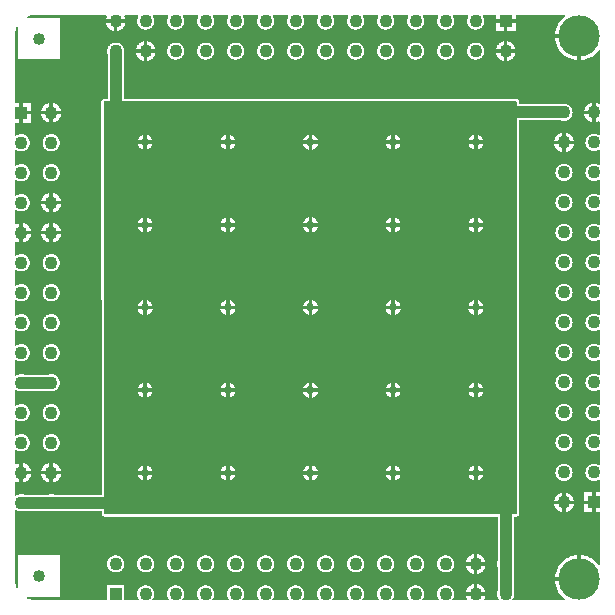
<source format=gbl>
G04 Layer_Physical_Order=2*
G04 Layer_Color=16711680*
%FSAX24Y24*%
%MOIN*%
G70*
G01*
G75*
%ADD13C,0.0400*%
%ADD15C,0.0394*%
%ADD16C,0.0431*%
%ADD17R,0.0431X0.0431*%
%ADD18R,0.0431X0.0431*%
%ADD19C,0.1378*%
%ADD20C,0.0272*%
G36*
X036220Y035201D02*
X036213Y021449D01*
X022441D01*
X022433Y035201D01*
X022461Y035228D01*
X036193Y035228D01*
X036220Y035201D01*
D02*
G37*
G36*
X020177Y038104D02*
X022526D01*
X022548Y038064D01*
X022545Y038061D01*
X022532Y038035D01*
X022521Y038008D01*
X022512Y037980D01*
X022506Y037953D01*
X022835D01*
X023163D01*
X023157Y037980D01*
X023148Y038008D01*
X023137Y038035D01*
X023124Y038061D01*
X023122Y038064D01*
X023143Y038104D01*
X023586D01*
X023594Y038096D01*
X023606Y038064D01*
X023597Y038053D01*
X023583Y038028D01*
X023571Y038003D01*
X023561Y037977D01*
X023554Y037949D01*
X023550Y037922D01*
X023549Y037894D01*
X023550Y037866D01*
X023554Y037838D01*
X023561Y037811D01*
X023571Y037784D01*
X023583Y037759D01*
X023597Y037735D01*
X023614Y037712D01*
X023632Y037692D01*
X023653Y037673D01*
X023676Y037656D01*
X023700Y037642D01*
X023725Y037630D01*
X023752Y037620D01*
X023779Y037613D01*
X023807Y037609D01*
X023835Y037608D01*
X023863Y037609D01*
X023890Y037613D01*
X023918Y037620D01*
X023944Y037630D01*
X023969Y037642D01*
X023993Y037656D01*
X024016Y037673D01*
X024037Y037692D01*
X024056Y037712D01*
X024072Y037735D01*
X024087Y037759D01*
X024099Y037784D01*
X024108Y037811D01*
X024115Y037838D01*
X024119Y037866D01*
X024121Y037894D01*
X024119Y037922D01*
X024115Y037949D01*
X024108Y037977D01*
X024099Y038003D01*
X024087Y038028D01*
X024072Y038053D01*
X024064Y038064D01*
X024076Y038096D01*
X024083Y038104D01*
X024586D01*
X024594Y038096D01*
X024606Y038064D01*
X024597Y038053D01*
X024583Y038028D01*
X024571Y038003D01*
X024561Y037977D01*
X024554Y037949D01*
X024550Y037922D01*
X024549Y037894D01*
X024550Y037866D01*
X024554Y037838D01*
X024561Y037811D01*
X024571Y037784D01*
X024583Y037759D01*
X024597Y037735D01*
X024614Y037712D01*
X024632Y037692D01*
X024653Y037673D01*
X024676Y037656D01*
X024700Y037642D01*
X024725Y037630D01*
X024752Y037620D01*
X024779Y037613D01*
X024807Y037609D01*
X024835Y037608D01*
X024863Y037609D01*
X024890Y037613D01*
X024918Y037620D01*
X024944Y037630D01*
X024969Y037642D01*
X024993Y037656D01*
X025016Y037673D01*
X025037Y037692D01*
X025056Y037712D01*
X025072Y037735D01*
X025087Y037759D01*
X025099Y037784D01*
X025108Y037811D01*
X025115Y037838D01*
X025119Y037866D01*
X025121Y037894D01*
X025119Y037922D01*
X025115Y037949D01*
X025108Y037977D01*
X025099Y038003D01*
X025087Y038028D01*
X025072Y038053D01*
X025064Y038064D01*
X025076Y038096D01*
X025083Y038104D01*
X025586D01*
X025594Y038096D01*
X025606Y038064D01*
X025597Y038053D01*
X025583Y038028D01*
X025571Y038003D01*
X025561Y037977D01*
X025554Y037949D01*
X025550Y037922D01*
X025549Y037894D01*
X025550Y037866D01*
X025554Y037838D01*
X025561Y037811D01*
X025571Y037784D01*
X025583Y037759D01*
X025597Y037735D01*
X025614Y037712D01*
X025632Y037692D01*
X025653Y037673D01*
X025676Y037656D01*
X025700Y037642D01*
X025725Y037630D01*
X025752Y037620D01*
X025779Y037613D01*
X025807Y037609D01*
X025835Y037608D01*
X025863Y037609D01*
X025890Y037613D01*
X025918Y037620D01*
X025944Y037630D01*
X025969Y037642D01*
X025993Y037656D01*
X026016Y037673D01*
X026037Y037692D01*
X026056Y037712D01*
X026072Y037735D01*
X026087Y037759D01*
X026099Y037784D01*
X026108Y037811D01*
X026115Y037838D01*
X026119Y037866D01*
X026121Y037894D01*
X026119Y037922D01*
X026115Y037949D01*
X026108Y037977D01*
X026099Y038003D01*
X026087Y038028D01*
X026072Y038053D01*
X026064Y038064D01*
X026076Y038096D01*
X026083Y038104D01*
X026586D01*
X026594Y038096D01*
X026606Y038064D01*
X026597Y038053D01*
X026583Y038028D01*
X026571Y038003D01*
X026561Y037977D01*
X026554Y037949D01*
X026550Y037922D01*
X026549Y037894D01*
X026550Y037866D01*
X026554Y037838D01*
X026561Y037811D01*
X026571Y037784D01*
X026583Y037759D01*
X026597Y037735D01*
X026614Y037712D01*
X026632Y037692D01*
X026653Y037673D01*
X026676Y037656D01*
X026700Y037642D01*
X026725Y037630D01*
X026752Y037620D01*
X026779Y037613D01*
X026807Y037609D01*
X026835Y037608D01*
X026863Y037609D01*
X026890Y037613D01*
X026918Y037620D01*
X026944Y037630D01*
X026969Y037642D01*
X026993Y037656D01*
X027016Y037673D01*
X027037Y037692D01*
X027056Y037712D01*
X027072Y037735D01*
X027087Y037759D01*
X027099Y037784D01*
X027108Y037811D01*
X027115Y037838D01*
X027119Y037866D01*
X027121Y037894D01*
X027119Y037922D01*
X027115Y037949D01*
X027108Y037977D01*
X027099Y038003D01*
X027087Y038028D01*
X027072Y038053D01*
X027064Y038064D01*
X027076Y038096D01*
X027083Y038104D01*
X027586D01*
X027594Y038096D01*
X027606Y038064D01*
X027597Y038053D01*
X027583Y038028D01*
X027571Y038003D01*
X027561Y037977D01*
X027554Y037949D01*
X027550Y037922D01*
X027549Y037894D01*
X027550Y037866D01*
X027554Y037838D01*
X027561Y037811D01*
X027571Y037784D01*
X027583Y037759D01*
X027597Y037735D01*
X027614Y037712D01*
X027632Y037692D01*
X027653Y037673D01*
X027676Y037656D01*
X027700Y037642D01*
X027725Y037630D01*
X027752Y037620D01*
X027779Y037613D01*
X027807Y037609D01*
X027835Y037608D01*
X027863Y037609D01*
X027890Y037613D01*
X027918Y037620D01*
X027944Y037630D01*
X027969Y037642D01*
X027993Y037656D01*
X028016Y037673D01*
X028037Y037692D01*
X028056Y037712D01*
X028072Y037735D01*
X028087Y037759D01*
X028099Y037784D01*
X028108Y037811D01*
X028115Y037838D01*
X028119Y037866D01*
X028121Y037894D01*
X028119Y037922D01*
X028115Y037949D01*
X028108Y037977D01*
X028099Y038003D01*
X028087Y038028D01*
X028072Y038053D01*
X028064Y038064D01*
X028076Y038096D01*
X028083Y038104D01*
X028586D01*
X028594Y038096D01*
X028606Y038064D01*
X028597Y038053D01*
X028583Y038028D01*
X028571Y038003D01*
X028561Y037977D01*
X028554Y037949D01*
X028550Y037922D01*
X028549Y037894D01*
X028550Y037866D01*
X028554Y037838D01*
X028561Y037811D01*
X028571Y037784D01*
X028583Y037759D01*
X028597Y037735D01*
X028614Y037712D01*
X028632Y037692D01*
X028653Y037673D01*
X028676Y037656D01*
X028700Y037642D01*
X028725Y037630D01*
X028752Y037620D01*
X028779Y037613D01*
X028807Y037609D01*
X028835Y037608D01*
X028863Y037609D01*
X028890Y037613D01*
X028918Y037620D01*
X028944Y037630D01*
X028969Y037642D01*
X028993Y037656D01*
X029016Y037673D01*
X029037Y037692D01*
X029056Y037712D01*
X029072Y037735D01*
X029087Y037759D01*
X029099Y037784D01*
X029108Y037811D01*
X029115Y037838D01*
X029119Y037866D01*
X029121Y037894D01*
X029119Y037922D01*
X029115Y037949D01*
X029108Y037977D01*
X029099Y038003D01*
X029087Y038028D01*
X029072Y038053D01*
X029064Y038064D01*
X029076Y038096D01*
X029083Y038104D01*
X029586D01*
X029594Y038096D01*
X029606Y038064D01*
X029597Y038053D01*
X029583Y038028D01*
X029571Y038003D01*
X029561Y037977D01*
X029554Y037949D01*
X029550Y037922D01*
X029549Y037894D01*
X029550Y037866D01*
X029554Y037838D01*
X029561Y037811D01*
X029571Y037784D01*
X029583Y037759D01*
X029597Y037735D01*
X029614Y037712D01*
X029632Y037692D01*
X029653Y037673D01*
X029676Y037656D01*
X029700Y037642D01*
X029725Y037630D01*
X029752Y037620D01*
X029779Y037613D01*
X029807Y037609D01*
X029835Y037608D01*
X029863Y037609D01*
X029890Y037613D01*
X029918Y037620D01*
X029944Y037630D01*
X029969Y037642D01*
X029993Y037656D01*
X030016Y037673D01*
X030037Y037692D01*
X030056Y037712D01*
X030072Y037735D01*
X030087Y037759D01*
X030099Y037784D01*
X030108Y037811D01*
X030115Y037838D01*
X030119Y037866D01*
X030121Y037894D01*
X030119Y037922D01*
X030115Y037949D01*
X030108Y037977D01*
X030099Y038003D01*
X030087Y038028D01*
X030072Y038053D01*
X030064Y038064D01*
X030076Y038096D01*
X030083Y038104D01*
X030586D01*
X030594Y038096D01*
X030606Y038064D01*
X030597Y038053D01*
X030583Y038028D01*
X030571Y038003D01*
X030561Y037977D01*
X030554Y037949D01*
X030550Y037922D01*
X030549Y037894D01*
X030550Y037866D01*
X030554Y037838D01*
X030561Y037811D01*
X030571Y037784D01*
X030583Y037759D01*
X030597Y037735D01*
X030614Y037712D01*
X030632Y037692D01*
X030653Y037673D01*
X030676Y037656D01*
X030700Y037642D01*
X030725Y037630D01*
X030752Y037620D01*
X030779Y037613D01*
X030807Y037609D01*
X030835Y037608D01*
X030863Y037609D01*
X030890Y037613D01*
X030918Y037620D01*
X030944Y037630D01*
X030969Y037642D01*
X030993Y037656D01*
X031016Y037673D01*
X031037Y037692D01*
X031056Y037712D01*
X031072Y037735D01*
X031087Y037759D01*
X031099Y037784D01*
X031108Y037811D01*
X031115Y037838D01*
X031119Y037866D01*
X031121Y037894D01*
X031119Y037922D01*
X031115Y037949D01*
X031108Y037977D01*
X031099Y038003D01*
X031087Y038028D01*
X031072Y038053D01*
X031064Y038064D01*
X031076Y038096D01*
X031083Y038104D01*
X031586D01*
X031594Y038096D01*
X031606Y038064D01*
X031597Y038053D01*
X031583Y038028D01*
X031571Y038003D01*
X031561Y037977D01*
X031554Y037949D01*
X031550Y037922D01*
X031549Y037894D01*
X031550Y037866D01*
X031554Y037838D01*
X031561Y037811D01*
X031571Y037784D01*
X031583Y037759D01*
X031597Y037735D01*
X031614Y037712D01*
X031632Y037692D01*
X031653Y037673D01*
X031676Y037656D01*
X031700Y037642D01*
X031725Y037630D01*
X031752Y037620D01*
X031779Y037613D01*
X031807Y037609D01*
X031835Y037608D01*
X031863Y037609D01*
X031890Y037613D01*
X031918Y037620D01*
X031944Y037630D01*
X031969Y037642D01*
X031993Y037656D01*
X032016Y037673D01*
X032037Y037692D01*
X032056Y037712D01*
X032072Y037735D01*
X032087Y037759D01*
X032099Y037784D01*
X032108Y037811D01*
X032115Y037838D01*
X032119Y037866D01*
X032121Y037894D01*
X032119Y037922D01*
X032115Y037949D01*
X032108Y037977D01*
X032099Y038003D01*
X032087Y038028D01*
X032072Y038053D01*
X032064Y038064D01*
X032076Y038096D01*
X032083Y038104D01*
X032586D01*
X032594Y038096D01*
X032606Y038064D01*
X032597Y038053D01*
X032583Y038028D01*
X032571Y038003D01*
X032561Y037977D01*
X032554Y037949D01*
X032550Y037922D01*
X032549Y037894D01*
X032550Y037866D01*
X032554Y037838D01*
X032561Y037811D01*
X032571Y037784D01*
X032583Y037759D01*
X032597Y037735D01*
X032614Y037712D01*
X032632Y037692D01*
X032653Y037673D01*
X032676Y037656D01*
X032700Y037642D01*
X032725Y037630D01*
X032752Y037620D01*
X032779Y037613D01*
X032807Y037609D01*
X032835Y037608D01*
X032863Y037609D01*
X032890Y037613D01*
X032918Y037620D01*
X032944Y037630D01*
X032969Y037642D01*
X032993Y037656D01*
X033016Y037673D01*
X033037Y037692D01*
X033056Y037712D01*
X033072Y037735D01*
X033087Y037759D01*
X033099Y037784D01*
X033108Y037811D01*
X033115Y037838D01*
X033119Y037866D01*
X033121Y037894D01*
X033119Y037922D01*
X033115Y037949D01*
X033108Y037977D01*
X033099Y038003D01*
X033087Y038028D01*
X033072Y038053D01*
X033064Y038064D01*
X033076Y038096D01*
X033083Y038104D01*
X033586D01*
X033594Y038096D01*
X033606Y038064D01*
X033597Y038053D01*
X033583Y038028D01*
X033571Y038003D01*
X033561Y037977D01*
X033554Y037949D01*
X033550Y037922D01*
X033549Y037894D01*
X033550Y037866D01*
X033554Y037838D01*
X033561Y037811D01*
X033571Y037784D01*
X033583Y037759D01*
X033597Y037735D01*
X033614Y037712D01*
X033632Y037692D01*
X033653Y037673D01*
X033676Y037656D01*
X033700Y037642D01*
X033725Y037630D01*
X033752Y037620D01*
X033779Y037613D01*
X033807Y037609D01*
X033835Y037608D01*
X033863Y037609D01*
X033890Y037613D01*
X033918Y037620D01*
X033944Y037630D01*
X033969Y037642D01*
X033993Y037656D01*
X034016Y037673D01*
X034037Y037692D01*
X034056Y037712D01*
X034072Y037735D01*
X034087Y037759D01*
X034099Y037784D01*
X034108Y037811D01*
X034115Y037838D01*
X034119Y037866D01*
X034121Y037894D01*
X034119Y037922D01*
X034115Y037949D01*
X034108Y037977D01*
X034099Y038003D01*
X034087Y038028D01*
X034072Y038053D01*
X034064Y038064D01*
X034076Y038096D01*
X034083Y038104D01*
X034586D01*
X034594Y038096D01*
X034606Y038064D01*
X034597Y038053D01*
X034583Y038028D01*
X034571Y038003D01*
X034561Y037977D01*
X034554Y037949D01*
X034550Y037922D01*
X034549Y037894D01*
X034550Y037866D01*
X034554Y037838D01*
X034561Y037811D01*
X034571Y037784D01*
X034583Y037759D01*
X034597Y037735D01*
X034614Y037712D01*
X034632Y037692D01*
X034653Y037673D01*
X034676Y037656D01*
X034700Y037642D01*
X034725Y037630D01*
X034752Y037620D01*
X034779Y037613D01*
X034807Y037609D01*
X034835Y037608D01*
X034863Y037609D01*
X034890Y037613D01*
X034918Y037620D01*
X034944Y037630D01*
X034969Y037642D01*
X034993Y037656D01*
X035016Y037673D01*
X035037Y037692D01*
X035056Y037712D01*
X035072Y037735D01*
X035087Y037759D01*
X035099Y037784D01*
X035108Y037811D01*
X035115Y037838D01*
X035119Y037866D01*
X035121Y037894D01*
X035119Y037922D01*
X035115Y037949D01*
X035108Y037977D01*
X035099Y038003D01*
X035087Y038028D01*
X035072Y038053D01*
X035064Y038064D01*
X035076Y038096D01*
X035083Y038104D01*
X035501D01*
Y037953D01*
X035835D01*
X036168D01*
Y038104D01*
X037810D01*
X037827Y038069D01*
X037826Y038064D01*
X037789Y038037D01*
X037752Y038006D01*
X037716Y037973D01*
X037683Y037937D01*
X037652Y037900D01*
X037623Y037860D01*
X037596Y037819D01*
X037572Y037777D01*
X037551Y037733D01*
X037532Y037688D01*
X037517Y037642D01*
X037503Y037595D01*
X037493Y037547D01*
X037486Y037499D01*
X037482Y037461D01*
X038287D01*
Y037402D01*
X038346D01*
Y036597D01*
X038385Y036600D01*
X038433Y036607D01*
X038481Y036618D01*
X038528Y036631D01*
X038574Y036647D01*
X038619Y036665D01*
X038663Y036687D01*
X038705Y036711D01*
X038746Y036737D01*
X038785Y036766D01*
X038823Y036797D01*
X038858Y036831D01*
X038892Y036866D01*
X038923Y036904D01*
X038950Y036941D01*
X038955Y036941D01*
X038990Y036924D01*
Y035159D01*
X038950Y035137D01*
X038947Y035140D01*
X038921Y035153D01*
X038894Y035164D01*
X038866Y035173D01*
X038839Y035179D01*
Y034850D01*
Y034522D01*
X038866Y034528D01*
X038894Y034537D01*
X038921Y034548D01*
X038947Y034561D01*
X038950Y034563D01*
X038990Y034542D01*
Y034099D01*
X038982Y034092D01*
X038950Y034079D01*
X038938Y034088D01*
X038914Y034103D01*
X038889Y034115D01*
X038863Y034124D01*
X038835Y034131D01*
X038808Y034135D01*
X038780Y034136D01*
X038752Y034135D01*
X038724Y034131D01*
X038697Y034124D01*
X038670Y034115D01*
X038645Y034103D01*
X038621Y034088D01*
X038598Y034071D01*
X038577Y034053D01*
X038559Y034032D01*
X038542Y034009D01*
X038527Y033985D01*
X038515Y033960D01*
X038506Y033933D01*
X038499Y033906D01*
X038495Y033878D01*
X038494Y033850D01*
X038495Y033822D01*
X038499Y033795D01*
X038506Y033767D01*
X038515Y033741D01*
X038527Y033716D01*
X038542Y033692D01*
X038559Y033669D01*
X038577Y033648D01*
X038598Y033629D01*
X038621Y033613D01*
X038645Y033598D01*
X038670Y033586D01*
X038697Y033577D01*
X038724Y033570D01*
X038752Y033566D01*
X038780Y033565D01*
X038808Y033566D01*
X038835Y033570D01*
X038863Y033577D01*
X038889Y033586D01*
X038914Y033598D01*
X038938Y033613D01*
X038950Y033621D01*
X038982Y033609D01*
X038990Y033602D01*
Y033099D01*
X038982Y033092D01*
X038950Y033079D01*
X038938Y033088D01*
X038914Y033103D01*
X038889Y033115D01*
X038863Y033124D01*
X038835Y033131D01*
X038808Y033135D01*
X038780Y033136D01*
X038752Y033135D01*
X038724Y033131D01*
X038697Y033124D01*
X038670Y033115D01*
X038645Y033103D01*
X038621Y033088D01*
X038598Y033071D01*
X038577Y033053D01*
X038559Y033032D01*
X038542Y033009D01*
X038527Y032985D01*
X038515Y032960D01*
X038506Y032933D01*
X038499Y032906D01*
X038495Y032878D01*
X038494Y032850D01*
X038495Y032822D01*
X038499Y032795D01*
X038506Y032767D01*
X038515Y032741D01*
X038527Y032716D01*
X038542Y032692D01*
X038559Y032669D01*
X038577Y032648D01*
X038598Y032629D01*
X038621Y032613D01*
X038645Y032598D01*
X038670Y032586D01*
X038697Y032577D01*
X038724Y032570D01*
X038752Y032566D01*
X038780Y032564D01*
X038808Y032566D01*
X038835Y032570D01*
X038863Y032577D01*
X038889Y032586D01*
X038914Y032598D01*
X038938Y032613D01*
X038950Y032621D01*
X038982Y032609D01*
X038990Y032602D01*
Y032099D01*
X038982Y032092D01*
X038950Y032079D01*
X038938Y032088D01*
X038914Y032103D01*
X038889Y032115D01*
X038863Y032124D01*
X038835Y032131D01*
X038808Y032135D01*
X038780Y032136D01*
X038752Y032135D01*
X038724Y032131D01*
X038697Y032124D01*
X038670Y032115D01*
X038645Y032103D01*
X038621Y032088D01*
X038598Y032071D01*
X038577Y032053D01*
X038559Y032032D01*
X038542Y032009D01*
X038527Y031985D01*
X038515Y031960D01*
X038506Y031933D01*
X038499Y031906D01*
X038495Y031878D01*
X038494Y031850D01*
X038495Y031822D01*
X038499Y031795D01*
X038506Y031767D01*
X038515Y031741D01*
X038527Y031716D01*
X038542Y031692D01*
X038559Y031669D01*
X038577Y031648D01*
X038598Y031629D01*
X038621Y031613D01*
X038645Y031598D01*
X038670Y031586D01*
X038697Y031577D01*
X038724Y031570D01*
X038752Y031566D01*
X038780Y031565D01*
X038808Y031566D01*
X038835Y031570D01*
X038863Y031577D01*
X038889Y031586D01*
X038914Y031598D01*
X038938Y031613D01*
X038950Y031621D01*
X038982Y031609D01*
X038990Y031602D01*
Y031099D01*
X038982Y031092D01*
X038950Y031079D01*
X038938Y031088D01*
X038914Y031103D01*
X038889Y031115D01*
X038863Y031124D01*
X038835Y031131D01*
X038808Y031135D01*
X038780Y031136D01*
X038752Y031135D01*
X038724Y031131D01*
X038697Y031124D01*
X038670Y031115D01*
X038645Y031103D01*
X038621Y031088D01*
X038598Y031071D01*
X038577Y031053D01*
X038559Y031032D01*
X038542Y031009D01*
X038527Y030985D01*
X038515Y030960D01*
X038506Y030933D01*
X038499Y030906D01*
X038495Y030878D01*
X038494Y030850D01*
X038495Y030822D01*
X038499Y030795D01*
X038506Y030767D01*
X038515Y030741D01*
X038527Y030716D01*
X038542Y030692D01*
X038559Y030669D01*
X038577Y030648D01*
X038598Y030629D01*
X038621Y030613D01*
X038645Y030598D01*
X038670Y030586D01*
X038697Y030577D01*
X038724Y030570D01*
X038752Y030566D01*
X038780Y030564D01*
X038808Y030566D01*
X038835Y030570D01*
X038863Y030577D01*
X038889Y030586D01*
X038914Y030598D01*
X038938Y030613D01*
X038950Y030621D01*
X038982Y030609D01*
X038990Y030602D01*
Y030099D01*
X038982Y030092D01*
X038950Y030079D01*
X038938Y030088D01*
X038914Y030103D01*
X038889Y030115D01*
X038863Y030124D01*
X038835Y030131D01*
X038808Y030135D01*
X038780Y030136D01*
X038752Y030135D01*
X038724Y030131D01*
X038697Y030124D01*
X038670Y030115D01*
X038645Y030103D01*
X038621Y030088D01*
X038598Y030071D01*
X038577Y030053D01*
X038559Y030032D01*
X038542Y030009D01*
X038527Y029985D01*
X038515Y029960D01*
X038506Y029933D01*
X038499Y029906D01*
X038495Y029878D01*
X038494Y029850D01*
X038495Y029822D01*
X038499Y029795D01*
X038506Y029767D01*
X038515Y029741D01*
X038527Y029716D01*
X038542Y029692D01*
X038559Y029669D01*
X038577Y029648D01*
X038598Y029629D01*
X038621Y029613D01*
X038645Y029598D01*
X038670Y029586D01*
X038697Y029577D01*
X038724Y029570D01*
X038752Y029566D01*
X038780Y029564D01*
X038808Y029566D01*
X038835Y029570D01*
X038863Y029577D01*
X038889Y029586D01*
X038914Y029598D01*
X038938Y029613D01*
X038950Y029621D01*
X038982Y029609D01*
X038990Y029602D01*
Y029099D01*
X038982Y029092D01*
X038950Y029079D01*
X038938Y029088D01*
X038914Y029103D01*
X038889Y029115D01*
X038863Y029124D01*
X038835Y029131D01*
X038808Y029135D01*
X038780Y029136D01*
X038752Y029135D01*
X038724Y029131D01*
X038697Y029124D01*
X038670Y029115D01*
X038645Y029103D01*
X038621Y029088D01*
X038598Y029071D01*
X038577Y029053D01*
X038559Y029032D01*
X038542Y029009D01*
X038527Y028985D01*
X038515Y028960D01*
X038506Y028933D01*
X038499Y028906D01*
X038495Y028878D01*
X038494Y028850D01*
X038495Y028822D01*
X038499Y028795D01*
X038506Y028767D01*
X038515Y028741D01*
X038527Y028716D01*
X038542Y028692D01*
X038559Y028669D01*
X038577Y028648D01*
X038598Y028629D01*
X038621Y028613D01*
X038645Y028598D01*
X038670Y028586D01*
X038697Y028577D01*
X038724Y028570D01*
X038752Y028566D01*
X038780Y028565D01*
X038808Y028566D01*
X038835Y028570D01*
X038863Y028577D01*
X038889Y028586D01*
X038914Y028598D01*
X038938Y028613D01*
X038950Y028621D01*
X038982Y028609D01*
X038990Y028602D01*
Y028099D01*
X038982Y028092D01*
X038950Y028079D01*
X038938Y028088D01*
X038914Y028103D01*
X038889Y028115D01*
X038863Y028124D01*
X038835Y028131D01*
X038808Y028135D01*
X038780Y028136D01*
X038752Y028135D01*
X038724Y028131D01*
X038697Y028124D01*
X038670Y028115D01*
X038645Y028103D01*
X038621Y028088D01*
X038598Y028071D01*
X038577Y028053D01*
X038559Y028032D01*
X038542Y028009D01*
X038527Y027985D01*
X038515Y027960D01*
X038506Y027933D01*
X038499Y027906D01*
X038495Y027878D01*
X038494Y027850D01*
X038495Y027822D01*
X038499Y027795D01*
X038506Y027767D01*
X038515Y027741D01*
X038527Y027716D01*
X038542Y027692D01*
X038559Y027669D01*
X038577Y027648D01*
X038598Y027629D01*
X038621Y027613D01*
X038645Y027598D01*
X038670Y027586D01*
X038697Y027577D01*
X038724Y027570D01*
X038752Y027566D01*
X038780Y027564D01*
X038808Y027566D01*
X038835Y027570D01*
X038863Y027577D01*
X038889Y027586D01*
X038914Y027598D01*
X038938Y027613D01*
X038950Y027621D01*
X038982Y027609D01*
X038990Y027602D01*
Y027099D01*
X038982Y027092D01*
X038950Y027079D01*
X038938Y027088D01*
X038914Y027103D01*
X038889Y027115D01*
X038863Y027124D01*
X038835Y027131D01*
X038808Y027135D01*
X038780Y027136D01*
X038752Y027135D01*
X038724Y027131D01*
X038697Y027124D01*
X038670Y027115D01*
X038645Y027103D01*
X038621Y027088D01*
X038598Y027071D01*
X038577Y027053D01*
X038559Y027032D01*
X038542Y027009D01*
X038527Y026985D01*
X038515Y026960D01*
X038506Y026933D01*
X038499Y026906D01*
X038495Y026878D01*
X038494Y026850D01*
X038495Y026822D01*
X038499Y026795D01*
X038506Y026767D01*
X038515Y026741D01*
X038527Y026716D01*
X038542Y026692D01*
X038559Y026669D01*
X038577Y026648D01*
X038598Y026629D01*
X038621Y026613D01*
X038645Y026598D01*
X038670Y026586D01*
X038697Y026577D01*
X038724Y026570D01*
X038752Y026566D01*
X038780Y026565D01*
X038808Y026566D01*
X038835Y026570D01*
X038863Y026577D01*
X038889Y026586D01*
X038914Y026598D01*
X038938Y026613D01*
X038950Y026621D01*
X038982Y026609D01*
X038990Y026602D01*
Y026099D01*
X038982Y026092D01*
X038950Y026079D01*
X038938Y026088D01*
X038914Y026103D01*
X038889Y026115D01*
X038863Y026124D01*
X038835Y026131D01*
X038808Y026135D01*
X038780Y026136D01*
X038752Y026135D01*
X038724Y026131D01*
X038697Y026124D01*
X038670Y026115D01*
X038645Y026103D01*
X038621Y026088D01*
X038598Y026071D01*
X038577Y026053D01*
X038559Y026032D01*
X038542Y026009D01*
X038527Y025985D01*
X038515Y025960D01*
X038506Y025933D01*
X038499Y025906D01*
X038495Y025878D01*
X038494Y025850D01*
X038495Y025822D01*
X038499Y025795D01*
X038506Y025767D01*
X038515Y025741D01*
X038527Y025716D01*
X038542Y025692D01*
X038559Y025669D01*
X038577Y025648D01*
X038598Y025629D01*
X038621Y025613D01*
X038645Y025598D01*
X038670Y025586D01*
X038697Y025577D01*
X038724Y025570D01*
X038752Y025566D01*
X038780Y025564D01*
X038808Y025566D01*
X038835Y025570D01*
X038863Y025577D01*
X038889Y025586D01*
X038914Y025598D01*
X038938Y025613D01*
X038950Y025621D01*
X038982Y025609D01*
X038990Y025602D01*
Y025099D01*
X038982Y025092D01*
X038950Y025079D01*
X038938Y025088D01*
X038914Y025103D01*
X038889Y025115D01*
X038863Y025124D01*
X038835Y025131D01*
X038808Y025135D01*
X038780Y025136D01*
X038752Y025135D01*
X038724Y025131D01*
X038697Y025124D01*
X038670Y025115D01*
X038645Y025103D01*
X038621Y025088D01*
X038598Y025071D01*
X038577Y025053D01*
X038559Y025032D01*
X038542Y025009D01*
X038527Y024985D01*
X038515Y024960D01*
X038506Y024933D01*
X038499Y024906D01*
X038495Y024878D01*
X038494Y024850D01*
X038495Y024822D01*
X038499Y024795D01*
X038506Y024767D01*
X038515Y024741D01*
X038527Y024716D01*
X038542Y024692D01*
X038559Y024669D01*
X038577Y024648D01*
X038598Y024629D01*
X038621Y024613D01*
X038645Y024598D01*
X038670Y024586D01*
X038697Y024577D01*
X038724Y024570D01*
X038752Y024566D01*
X038780Y024564D01*
X038808Y024566D01*
X038835Y024570D01*
X038863Y024577D01*
X038889Y024586D01*
X038914Y024598D01*
X038938Y024613D01*
X038950Y024621D01*
X038982Y024609D01*
X038990Y024602D01*
Y024099D01*
X038982Y024092D01*
X038950Y024079D01*
X038938Y024088D01*
X038914Y024103D01*
X038889Y024115D01*
X038863Y024124D01*
X038835Y024131D01*
X038808Y024135D01*
X038780Y024136D01*
X038752Y024135D01*
X038724Y024131D01*
X038697Y024124D01*
X038670Y024115D01*
X038645Y024103D01*
X038621Y024088D01*
X038598Y024071D01*
X038577Y024053D01*
X038559Y024032D01*
X038542Y024009D01*
X038527Y023985D01*
X038515Y023960D01*
X038506Y023933D01*
X038499Y023906D01*
X038495Y023878D01*
X038494Y023850D01*
X038495Y023822D01*
X038499Y023795D01*
X038506Y023767D01*
X038515Y023741D01*
X038527Y023716D01*
X038542Y023692D01*
X038559Y023669D01*
X038577Y023648D01*
X038598Y023629D01*
X038621Y023613D01*
X038645Y023598D01*
X038670Y023586D01*
X038697Y023577D01*
X038724Y023570D01*
X038752Y023566D01*
X038780Y023565D01*
X038808Y023566D01*
X038835Y023570D01*
X038863Y023577D01*
X038889Y023586D01*
X038914Y023598D01*
X038938Y023613D01*
X038950Y023621D01*
X038982Y023609D01*
X038990Y023602D01*
Y023099D01*
X038982Y023092D01*
X038950Y023079D01*
X038938Y023088D01*
X038914Y023103D01*
X038889Y023115D01*
X038863Y023124D01*
X038835Y023131D01*
X038808Y023135D01*
X038780Y023136D01*
X038752Y023135D01*
X038724Y023131D01*
X038697Y023124D01*
X038670Y023115D01*
X038645Y023103D01*
X038621Y023088D01*
X038598Y023071D01*
X038577Y023053D01*
X038559Y023032D01*
X038542Y023009D01*
X038527Y022985D01*
X038515Y022960D01*
X038506Y022933D01*
X038499Y022906D01*
X038495Y022878D01*
X038494Y022850D01*
X038495Y022822D01*
X038499Y022795D01*
X038506Y022767D01*
X038515Y022741D01*
X038527Y022716D01*
X038542Y022692D01*
X038559Y022669D01*
X038577Y022648D01*
X038598Y022629D01*
X038621Y022613D01*
X038645Y022598D01*
X038670Y022586D01*
X038697Y022577D01*
X038724Y022570D01*
X038752Y022566D01*
X038780Y022564D01*
X038808Y022566D01*
X038835Y022570D01*
X038863Y022577D01*
X038889Y022586D01*
X038914Y022598D01*
X038938Y022613D01*
X038950Y022621D01*
X038982Y022609D01*
X038990Y022602D01*
Y022184D01*
X038839D01*
Y021850D01*
Y021517D01*
X038990D01*
Y019769D01*
X038955Y019752D01*
X038950Y019752D01*
X038923Y019789D01*
X038892Y019827D01*
X038858Y019862D01*
X038823Y019896D01*
X038785Y019927D01*
X038746Y019956D01*
X038705Y019982D01*
X038663Y020006D01*
X038619Y020028D01*
X038574Y020046D01*
X038528Y020062D01*
X038481Y020075D01*
X038433Y020086D01*
X038385Y020093D01*
X038346Y020096D01*
Y019291D01*
X038287D01*
Y019232D01*
X037482D01*
X037486Y019194D01*
X037493Y019146D01*
X037503Y019098D01*
X037517Y019051D01*
X037532Y019005D01*
X037551Y018960D01*
X037572Y018916D01*
X037596Y018874D01*
X037623Y018833D01*
X037652Y018793D01*
X037683Y018756D01*
X037716Y018720D01*
X037752Y018687D01*
X037789Y018656D01*
X037826Y018629D01*
X037827Y018623D01*
X037810Y018589D01*
X036083D01*
X036076Y018597D01*
X036064Y018629D01*
X036072Y018640D01*
X036087Y018664D01*
X036099Y018690D01*
X036108Y018716D01*
X036115Y018743D01*
X036119Y018771D01*
X036121Y018799D01*
X036119Y018827D01*
X036115Y018855D01*
X036108Y018882D01*
X036102Y018900D01*
Y019698D01*
X036108Y019716D01*
X036115Y019743D01*
X036119Y019771D01*
X036121Y019799D01*
X036119Y019827D01*
X036115Y019855D01*
X036108Y019882D01*
X036102Y019900D01*
Y021378D01*
X036213D01*
X036219Y021379D01*
X036226Y021380D01*
X036226Y021380D01*
X036226Y021380D01*
X036233Y021382D01*
X036239Y021384D01*
X036240Y021384D01*
X036240Y021384D01*
X036246Y021387D01*
X036252Y021390D01*
X036252Y021390D01*
X036252Y021390D01*
X036257Y021395D01*
X036262Y021399D01*
X036262Y021399D01*
X036262Y021399D01*
X036267Y021404D01*
X036271Y021410D01*
X036271Y021410D01*
X036271Y021410D01*
X036274Y021416D01*
X036278Y021422D01*
X036278Y021422D01*
X036278Y021422D01*
X036280Y021428D01*
X036282Y021435D01*
X036282Y021435D01*
X036282Y021435D01*
X036282Y021442D01*
X036283Y021449D01*
X036290Y034583D01*
X037679D01*
X037697Y034577D01*
X037724Y034570D01*
X037752Y034566D01*
X037780Y034564D01*
X037808Y034566D01*
X037835Y034570D01*
X037863Y034577D01*
X037889Y034586D01*
X037914Y034598D01*
X037938Y034613D01*
X037961Y034629D01*
X037982Y034648D01*
X038001Y034669D01*
X038017Y034692D01*
X038032Y034716D01*
X038044Y034741D01*
X038053Y034767D01*
X038060Y034795D01*
X038064Y034822D01*
X038065Y034850D01*
X038064Y034878D01*
X038060Y034906D01*
X038053Y034933D01*
X038044Y034960D01*
X038032Y034985D01*
X038017Y035009D01*
X038001Y035032D01*
X037982Y035053D01*
X037961Y035071D01*
X037938Y035088D01*
X037914Y035103D01*
X037889Y035115D01*
X037863Y035124D01*
X037835Y035131D01*
X037808Y035135D01*
X037780Y035136D01*
X037752Y035135D01*
X037724Y035131D01*
X037697Y035124D01*
X037679Y035118D01*
X036319D01*
X036291Y035145D01*
X036291Y035200D01*
X036291Y035200D01*
X036291Y035200D01*
X036290Y035207D01*
X036289Y035214D01*
X036289Y035214D01*
X036289Y035214D01*
X036287Y035222D01*
X036285Y035227D01*
X036285Y035227D01*
X036285Y035227D01*
X036282Y035233D01*
X036279Y035240D01*
X036279Y035240D01*
X036279Y035240D01*
X036275Y035244D01*
X036270Y035250D01*
X036270Y035250D01*
X036270Y035250D01*
X036242Y035278D01*
X036242Y035278D01*
X036242Y035278D01*
X036236Y035283D01*
X036232Y035287D01*
X036232Y035287D01*
X036232Y035287D01*
X036224Y035291D01*
X036220Y035293D01*
X036220Y035293D01*
X036220Y035293D01*
X036214Y035295D01*
X036206Y035297D01*
X036206Y035297D01*
X036206Y035297D01*
X036202Y035298D01*
X036193Y035299D01*
X036193Y035299D01*
X036193Y035299D01*
X023102Y035299D01*
Y036793D01*
X023108Y036811D01*
X023115Y036838D01*
X023119Y036866D01*
X023121Y036894D01*
X023119Y036922D01*
X023115Y036949D01*
X023108Y036977D01*
X023099Y037003D01*
X023087Y037028D01*
X023072Y037053D01*
X023056Y037075D01*
X023037Y037096D01*
X023016Y037115D01*
X022993Y037131D01*
X022969Y037146D01*
X022944Y037158D01*
X022918Y037167D01*
X022890Y037174D01*
X022863Y037178D01*
X022835Y037180D01*
X022807Y037178D01*
X022779Y037174D01*
X022752Y037167D01*
X022725Y037158D01*
X022700Y037146D01*
X022676Y037131D01*
X022653Y037115D01*
X022632Y037096D01*
X022614Y037075D01*
X022597Y037053D01*
X022583Y037028D01*
X022571Y037003D01*
X022561Y036977D01*
X022554Y036949D01*
X022550Y036922D01*
X022549Y036894D01*
X022550Y036866D01*
X022554Y036838D01*
X022561Y036811D01*
X022567Y036793D01*
Y035299D01*
X022461D01*
X022461Y035299D01*
X022461Y035299D01*
X022454Y035298D01*
X022447Y035297D01*
X022447Y035297D01*
X022447Y035297D01*
X022441Y035295D01*
X022434Y035293D01*
X022434Y035293D01*
X022434Y035293D01*
X022430Y035291D01*
X022422Y035287D01*
X022422Y035287D01*
X022422Y035287D01*
X022416Y035282D01*
X022411Y035278D01*
X022411Y035278D01*
X022411Y035278D01*
X022383Y035250D01*
X022383Y035250D01*
X022383Y035250D01*
X022379Y035245D01*
X022375Y035240D01*
X022375Y035240D01*
X022375Y035240D01*
X022371Y035233D01*
X022368Y035227D01*
X022368Y035227D01*
X022368Y035227D01*
X022367Y035222D01*
X022364Y035214D01*
X022364Y035214D01*
X022364Y035214D01*
X022363Y035207D01*
X022363Y035200D01*
X022363Y035200D01*
X022363Y035200D01*
X022370Y022138D01*
X022342Y022110D01*
X020786D01*
X020768Y022116D01*
X020741Y022123D01*
X020713Y022127D01*
X020685Y022128D01*
X020657Y022127D01*
X020629Y022123D01*
X020602Y022116D01*
X020584Y022110D01*
X019786D01*
X019768Y022116D01*
X019741Y022123D01*
X019713Y022127D01*
X019685Y022128D01*
X019657Y022127D01*
X019629Y022123D01*
X019602Y022116D01*
X019576Y022107D01*
X019550Y022095D01*
X019526Y022080D01*
X019514Y022071D01*
X019482Y022084D01*
X019475Y022091D01*
Y022534D01*
X019514Y022556D01*
X019518Y022553D01*
X019544Y022540D01*
X019571Y022529D01*
X019599Y022520D01*
X019626Y022514D01*
Y022843D01*
Y023171D01*
X019599Y023165D01*
X019571Y023156D01*
X019544Y023145D01*
X019518Y023132D01*
X019514Y023129D01*
X019475Y023151D01*
Y023594D01*
X019482Y023601D01*
X019514Y023614D01*
X019526Y023605D01*
X019550Y023590D01*
X019576Y023578D01*
X019602Y023569D01*
X019629Y023562D01*
X019657Y023558D01*
X019685Y023557D01*
X019713Y023558D01*
X019741Y023562D01*
X019768Y023569D01*
X019794Y023578D01*
X019820Y023590D01*
X019844Y023605D01*
X019866Y023622D01*
X019887Y023640D01*
X019906Y023661D01*
X019923Y023684D01*
X019937Y023708D01*
X019949Y023733D01*
X019959Y023760D01*
X019965Y023787D01*
X019970Y023814D01*
X019971Y023843D01*
X019970Y023871D01*
X019965Y023898D01*
X019959Y023926D01*
X019949Y023952D01*
X019937Y023977D01*
X019923Y024001D01*
X019906Y024024D01*
X019887Y024045D01*
X019866Y024064D01*
X019844Y024080D01*
X019820Y024095D01*
X019794Y024107D01*
X019768Y024116D01*
X019741Y024123D01*
X019713Y024127D01*
X019685Y024128D01*
X019657Y024127D01*
X019629Y024123D01*
X019602Y024116D01*
X019576Y024107D01*
X019550Y024095D01*
X019526Y024080D01*
X019514Y024071D01*
X019482Y024084D01*
X019475Y024091D01*
Y024594D01*
X019482Y024601D01*
X019514Y024614D01*
X019526Y024605D01*
X019550Y024590D01*
X019576Y024578D01*
X019602Y024569D01*
X019629Y024562D01*
X019657Y024558D01*
X019685Y024557D01*
X019713Y024558D01*
X019741Y024562D01*
X019768Y024569D01*
X019794Y024578D01*
X019820Y024590D01*
X019844Y024605D01*
X019866Y024622D01*
X019887Y024640D01*
X019906Y024661D01*
X019923Y024684D01*
X019937Y024708D01*
X019949Y024733D01*
X019959Y024760D01*
X019965Y024787D01*
X019970Y024815D01*
X019971Y024843D01*
X019970Y024871D01*
X019965Y024898D01*
X019959Y024926D01*
X019949Y024952D01*
X019937Y024977D01*
X019923Y025001D01*
X019906Y025024D01*
X019887Y025045D01*
X019866Y025064D01*
X019844Y025080D01*
X019820Y025095D01*
X019794Y025107D01*
X019768Y025116D01*
X019741Y025123D01*
X019713Y025127D01*
X019685Y025128D01*
X019657Y025127D01*
X019629Y025123D01*
X019602Y025116D01*
X019576Y025107D01*
X019550Y025095D01*
X019526Y025080D01*
X019514Y025071D01*
X019482Y025084D01*
X019475Y025091D01*
Y025594D01*
X019482Y025601D01*
X019514Y025614D01*
X019526Y025605D01*
X019550Y025590D01*
X019576Y025578D01*
X019602Y025569D01*
X019629Y025562D01*
X019657Y025558D01*
X019685Y025557D01*
X019713Y025558D01*
X019741Y025562D01*
X019768Y025569D01*
X019786Y025575D01*
X020584D01*
X020602Y025569D01*
X020629Y025562D01*
X020657Y025558D01*
X020685Y025557D01*
X020713Y025558D01*
X020741Y025562D01*
X020768Y025569D01*
X020794Y025578D01*
X020820Y025590D01*
X020844Y025605D01*
X020866Y025622D01*
X020887Y025640D01*
X020906Y025661D01*
X020923Y025684D01*
X020937Y025708D01*
X020949Y025733D01*
X020959Y025760D01*
X020965Y025787D01*
X020970Y025814D01*
X020971Y025843D01*
X020970Y025871D01*
X020965Y025898D01*
X020959Y025926D01*
X020949Y025952D01*
X020937Y025977D01*
X020923Y026001D01*
X020906Y026024D01*
X020887Y026045D01*
X020866Y026064D01*
X020844Y026080D01*
X020820Y026095D01*
X020794Y026107D01*
X020768Y026116D01*
X020741Y026123D01*
X020713Y026127D01*
X020685Y026128D01*
X020657Y026127D01*
X020629Y026123D01*
X020602Y026116D01*
X020584Y026110D01*
X019786D01*
X019768Y026116D01*
X019741Y026123D01*
X019713Y026127D01*
X019685Y026128D01*
X019657Y026127D01*
X019629Y026123D01*
X019602Y026116D01*
X019576Y026107D01*
X019550Y026095D01*
X019526Y026080D01*
X019514Y026071D01*
X019482Y026084D01*
X019475Y026091D01*
Y026594D01*
X019482Y026601D01*
X019514Y026614D01*
X019526Y026605D01*
X019550Y026590D01*
X019576Y026578D01*
X019602Y026569D01*
X019629Y026562D01*
X019657Y026558D01*
X019685Y026557D01*
X019713Y026558D01*
X019741Y026562D01*
X019768Y026569D01*
X019794Y026578D01*
X019820Y026590D01*
X019844Y026605D01*
X019866Y026622D01*
X019887Y026640D01*
X019906Y026661D01*
X019923Y026684D01*
X019937Y026708D01*
X019949Y026733D01*
X019959Y026760D01*
X019965Y026787D01*
X019970Y026814D01*
X019971Y026843D01*
X019970Y026871D01*
X019965Y026898D01*
X019959Y026926D01*
X019949Y026952D01*
X019937Y026977D01*
X019923Y027001D01*
X019906Y027024D01*
X019887Y027045D01*
X019866Y027064D01*
X019844Y027080D01*
X019820Y027095D01*
X019794Y027107D01*
X019768Y027116D01*
X019741Y027123D01*
X019713Y027127D01*
X019685Y027128D01*
X019657Y027127D01*
X019629Y027123D01*
X019602Y027116D01*
X019576Y027107D01*
X019550Y027095D01*
X019526Y027080D01*
X019514Y027071D01*
X019482Y027084D01*
X019475Y027091D01*
Y027594D01*
X019482Y027601D01*
X019514Y027614D01*
X019526Y027605D01*
X019550Y027590D01*
X019576Y027578D01*
X019602Y027569D01*
X019629Y027562D01*
X019657Y027558D01*
X019685Y027557D01*
X019713Y027558D01*
X019741Y027562D01*
X019768Y027569D01*
X019794Y027578D01*
X019820Y027590D01*
X019844Y027605D01*
X019866Y027622D01*
X019887Y027640D01*
X019906Y027661D01*
X019923Y027684D01*
X019937Y027708D01*
X019949Y027733D01*
X019959Y027760D01*
X019965Y027787D01*
X019970Y027815D01*
X019971Y027843D01*
X019970Y027871D01*
X019965Y027898D01*
X019959Y027926D01*
X019949Y027952D01*
X019937Y027977D01*
X019923Y028001D01*
X019906Y028024D01*
X019887Y028045D01*
X019866Y028064D01*
X019844Y028080D01*
X019820Y028095D01*
X019794Y028107D01*
X019768Y028116D01*
X019741Y028123D01*
X019713Y028127D01*
X019685Y028128D01*
X019657Y028127D01*
X019629Y028123D01*
X019602Y028116D01*
X019576Y028107D01*
X019550Y028095D01*
X019526Y028080D01*
X019514Y028071D01*
X019482Y028084D01*
X019475Y028091D01*
Y028594D01*
X019482Y028601D01*
X019514Y028614D01*
X019526Y028605D01*
X019550Y028590D01*
X019576Y028578D01*
X019602Y028569D01*
X019629Y028562D01*
X019657Y028558D01*
X019685Y028557D01*
X019713Y028558D01*
X019741Y028562D01*
X019768Y028569D01*
X019794Y028578D01*
X019820Y028590D01*
X019844Y028605D01*
X019866Y028622D01*
X019887Y028640D01*
X019906Y028661D01*
X019923Y028684D01*
X019937Y028708D01*
X019949Y028733D01*
X019959Y028760D01*
X019965Y028787D01*
X019970Y028814D01*
X019971Y028843D01*
X019970Y028871D01*
X019965Y028898D01*
X019959Y028926D01*
X019949Y028952D01*
X019937Y028977D01*
X019923Y029001D01*
X019906Y029024D01*
X019887Y029045D01*
X019866Y029064D01*
X019844Y029080D01*
X019820Y029095D01*
X019794Y029107D01*
X019768Y029116D01*
X019741Y029123D01*
X019713Y029127D01*
X019685Y029128D01*
X019657Y029127D01*
X019629Y029123D01*
X019602Y029116D01*
X019576Y029107D01*
X019550Y029095D01*
X019526Y029080D01*
X019514Y029071D01*
X019482Y029084D01*
X019475Y029091D01*
Y029594D01*
X019482Y029601D01*
X019514Y029614D01*
X019526Y029605D01*
X019550Y029590D01*
X019576Y029578D01*
X019602Y029569D01*
X019629Y029562D01*
X019657Y029558D01*
X019685Y029557D01*
X019713Y029558D01*
X019741Y029562D01*
X019768Y029569D01*
X019794Y029578D01*
X019820Y029590D01*
X019844Y029605D01*
X019866Y029622D01*
X019887Y029640D01*
X019906Y029661D01*
X019923Y029684D01*
X019937Y029708D01*
X019949Y029733D01*
X019959Y029760D01*
X019965Y029787D01*
X019970Y029815D01*
X019971Y029843D01*
X019970Y029871D01*
X019965Y029898D01*
X019959Y029926D01*
X019949Y029952D01*
X019937Y029977D01*
X019923Y030001D01*
X019906Y030024D01*
X019887Y030045D01*
X019866Y030064D01*
X019844Y030080D01*
X019820Y030095D01*
X019794Y030107D01*
X019768Y030116D01*
X019741Y030123D01*
X019713Y030127D01*
X019685Y030128D01*
X019657Y030127D01*
X019629Y030123D01*
X019602Y030116D01*
X019576Y030107D01*
X019550Y030095D01*
X019526Y030080D01*
X019514Y030071D01*
X019482Y030084D01*
X019475Y030091D01*
Y030534D01*
X019514Y030556D01*
X019518Y030553D01*
X019544Y030540D01*
X019571Y030529D01*
X019599Y030520D01*
X019626Y030514D01*
Y030843D01*
Y031171D01*
X019599Y031165D01*
X019571Y031156D01*
X019544Y031145D01*
X019518Y031132D01*
X019514Y031129D01*
X019475Y031151D01*
Y031594D01*
X019482Y031601D01*
X019514Y031614D01*
X019526Y031605D01*
X019550Y031590D01*
X019576Y031578D01*
X019602Y031569D01*
X019629Y031562D01*
X019657Y031558D01*
X019685Y031557D01*
X019713Y031558D01*
X019741Y031562D01*
X019768Y031569D01*
X019794Y031578D01*
X019820Y031590D01*
X019844Y031605D01*
X019866Y031622D01*
X019887Y031640D01*
X019906Y031661D01*
X019923Y031684D01*
X019937Y031708D01*
X019949Y031733D01*
X019959Y031760D01*
X019965Y031787D01*
X019970Y031814D01*
X019971Y031843D01*
X019970Y031871D01*
X019965Y031898D01*
X019959Y031926D01*
X019949Y031952D01*
X019937Y031977D01*
X019923Y032001D01*
X019906Y032024D01*
X019887Y032045D01*
X019866Y032064D01*
X019844Y032080D01*
X019820Y032095D01*
X019794Y032107D01*
X019768Y032116D01*
X019741Y032123D01*
X019713Y032127D01*
X019685Y032128D01*
X019657Y032127D01*
X019629Y032123D01*
X019602Y032116D01*
X019576Y032107D01*
X019550Y032095D01*
X019526Y032080D01*
X019514Y032071D01*
X019482Y032084D01*
X019475Y032091D01*
Y032594D01*
X019482Y032601D01*
X019514Y032614D01*
X019526Y032605D01*
X019550Y032590D01*
X019576Y032578D01*
X019602Y032569D01*
X019629Y032562D01*
X019657Y032558D01*
X019685Y032557D01*
X019713Y032558D01*
X019741Y032562D01*
X019768Y032569D01*
X019794Y032578D01*
X019820Y032590D01*
X019844Y032605D01*
X019866Y032622D01*
X019887Y032640D01*
X019906Y032661D01*
X019923Y032684D01*
X019937Y032708D01*
X019949Y032733D01*
X019959Y032760D01*
X019965Y032787D01*
X019970Y032815D01*
X019971Y032843D01*
X019970Y032871D01*
X019965Y032898D01*
X019959Y032926D01*
X019949Y032952D01*
X019937Y032977D01*
X019923Y033001D01*
X019906Y033024D01*
X019887Y033045D01*
X019866Y033064D01*
X019844Y033080D01*
X019820Y033095D01*
X019794Y033107D01*
X019768Y033116D01*
X019741Y033123D01*
X019713Y033127D01*
X019685Y033128D01*
X019657Y033127D01*
X019629Y033123D01*
X019602Y033116D01*
X019576Y033107D01*
X019550Y033095D01*
X019526Y033080D01*
X019514Y033071D01*
X019482Y033084D01*
X019475Y033091D01*
Y033594D01*
X019482Y033601D01*
X019514Y033614D01*
X019526Y033605D01*
X019550Y033590D01*
X019576Y033578D01*
X019602Y033569D01*
X019629Y033562D01*
X019657Y033558D01*
X019685Y033557D01*
X019713Y033558D01*
X019741Y033562D01*
X019768Y033569D01*
X019794Y033578D01*
X019820Y033590D01*
X019844Y033605D01*
X019866Y033622D01*
X019887Y033640D01*
X019906Y033661D01*
X019923Y033684D01*
X019937Y033708D01*
X019949Y033733D01*
X019959Y033760D01*
X019965Y033787D01*
X019970Y033814D01*
X019971Y033843D01*
X019970Y033871D01*
X019965Y033898D01*
X019959Y033926D01*
X019949Y033952D01*
X019937Y033977D01*
X019923Y034001D01*
X019906Y034024D01*
X019887Y034045D01*
X019866Y034064D01*
X019844Y034080D01*
X019820Y034095D01*
X019794Y034107D01*
X019768Y034116D01*
X019741Y034123D01*
X019713Y034127D01*
X019685Y034128D01*
X019657Y034127D01*
X019629Y034123D01*
X019602Y034116D01*
X019576Y034107D01*
X019550Y034095D01*
X019526Y034080D01*
X019514Y034071D01*
X019482Y034084D01*
X019475Y034091D01*
Y034509D01*
X019626D01*
Y034843D01*
Y035176D01*
X019475D01*
Y037363D01*
X019475Y037400D01*
X019476Y037438D01*
X019476Y037440D01*
X019476Y037441D01*
X019476Y037441D01*
X019476Y037447D01*
X019476Y037441D01*
X019479Y037479D01*
X019481Y037493D01*
X019488Y037539D01*
X019499Y037583D01*
X019512Y037627D01*
X019528Y037670D01*
X019547Y037712D01*
X019547Y037712D01*
X019587Y037702D01*
Y036614D01*
X020965D01*
Y037992D01*
X019876D01*
X019866Y038031D01*
X019867Y038032D01*
X019908Y038050D01*
X019951Y038067D01*
X019995Y038080D01*
X020040Y038090D01*
X020085Y038098D01*
X020131Y038102D01*
X020175Y038104D01*
X020177Y038104D01*
D02*
G37*
G36*
X019526Y021605D02*
X019550Y021590D01*
X019576Y021578D01*
X019602Y021569D01*
X019629Y021562D01*
X019657Y021558D01*
X019685Y021557D01*
X019713Y021558D01*
X019741Y021562D01*
X019768Y021569D01*
X019786Y021575D01*
X020584D01*
X020602Y021569D01*
X020629Y021562D01*
X020657Y021558D01*
X020685Y021557D01*
X020713Y021558D01*
X020741Y021562D01*
X020768Y021569D01*
X020786Y021575D01*
X022371D01*
X022371Y021449D01*
X022371Y021442D01*
X022372Y021435D01*
X022372Y021435D01*
X022372Y021435D01*
X022374Y021428D01*
X022376Y021422D01*
X022376Y021422D01*
X022376Y021422D01*
X022379Y021416D01*
X022382Y021410D01*
X022382Y021410D01*
X022382Y021410D01*
X022387Y021404D01*
X022391Y021399D01*
X022391Y021399D01*
X022391Y021399D01*
X022397Y021395D01*
X022402Y021390D01*
X022402Y021390D01*
X022402Y021390D01*
X022408Y021387D01*
X022414Y021384D01*
X022414Y021384D01*
X022414Y021384D01*
X022421Y021382D01*
X022427Y021380D01*
X022427Y021380D01*
X022427Y021380D01*
X022434Y021379D01*
X022441Y021378D01*
X035567D01*
Y019900D01*
X035561Y019882D01*
X035554Y019855D01*
X035550Y019827D01*
X035549Y019799D01*
X035550Y019771D01*
X035554Y019743D01*
X035561Y019716D01*
X035567Y019698D01*
Y018900D01*
X035561Y018882D01*
X035554Y018855D01*
X035550Y018827D01*
X035549Y018799D01*
X035550Y018771D01*
X035554Y018743D01*
X035561Y018716D01*
X035571Y018690D01*
X035583Y018664D01*
X035597Y018640D01*
X035606Y018629D01*
X035594Y018597D01*
X035586Y018589D01*
X035143D01*
X035122Y018629D01*
X035124Y018632D01*
X035137Y018658D01*
X035148Y018685D01*
X035157Y018713D01*
X035163Y018740D01*
X034835D01*
X034506D01*
X034512Y018713D01*
X034521Y018685D01*
X034532Y018658D01*
X034545Y018632D01*
X034548Y018629D01*
X034526Y018589D01*
X034083D01*
X034076Y018597D01*
X034064Y018629D01*
X034072Y018640D01*
X034087Y018664D01*
X034099Y018690D01*
X034108Y018716D01*
X034115Y018743D01*
X034119Y018771D01*
X034121Y018799D01*
X034119Y018827D01*
X034115Y018855D01*
X034108Y018882D01*
X034099Y018909D01*
X034087Y018934D01*
X034072Y018958D01*
X034056Y018981D01*
X034037Y019001D01*
X034016Y019020D01*
X033993Y019037D01*
X033969Y019051D01*
X033944Y019063D01*
X033918Y019073D01*
X033890Y019080D01*
X033863Y019084D01*
X033835Y019085D01*
X033807Y019084D01*
X033779Y019080D01*
X033752Y019073D01*
X033725Y019063D01*
X033700Y019051D01*
X033676Y019037D01*
X033653Y019020D01*
X033632Y019001D01*
X033614Y018981D01*
X033597Y018958D01*
X033583Y018934D01*
X033571Y018909D01*
X033561Y018882D01*
X033554Y018855D01*
X033550Y018827D01*
X033549Y018799D01*
X033550Y018771D01*
X033554Y018743D01*
X033561Y018716D01*
X033571Y018690D01*
X033583Y018664D01*
X033597Y018640D01*
X033606Y018629D01*
X033594Y018597D01*
X033586Y018589D01*
X033083D01*
X033076Y018597D01*
X033064Y018629D01*
X033072Y018640D01*
X033087Y018664D01*
X033099Y018690D01*
X033108Y018716D01*
X033115Y018743D01*
X033119Y018771D01*
X033121Y018799D01*
X033119Y018827D01*
X033115Y018855D01*
X033108Y018882D01*
X033099Y018909D01*
X033087Y018934D01*
X033072Y018958D01*
X033056Y018981D01*
X033037Y019001D01*
X033016Y019020D01*
X032993Y019037D01*
X032969Y019051D01*
X032944Y019063D01*
X032918Y019073D01*
X032890Y019080D01*
X032863Y019084D01*
X032835Y019085D01*
X032807Y019084D01*
X032779Y019080D01*
X032752Y019073D01*
X032725Y019063D01*
X032700Y019051D01*
X032676Y019037D01*
X032653Y019020D01*
X032632Y019001D01*
X032614Y018981D01*
X032597Y018958D01*
X032583Y018934D01*
X032571Y018909D01*
X032561Y018882D01*
X032554Y018855D01*
X032550Y018827D01*
X032549Y018799D01*
X032550Y018771D01*
X032554Y018743D01*
X032561Y018716D01*
X032571Y018690D01*
X032583Y018664D01*
X032597Y018640D01*
X032606Y018629D01*
X032594Y018597D01*
X032586Y018589D01*
X032083D01*
X032076Y018597D01*
X032064Y018629D01*
X032072Y018640D01*
X032087Y018664D01*
X032099Y018690D01*
X032108Y018716D01*
X032115Y018743D01*
X032119Y018771D01*
X032121Y018799D01*
X032119Y018827D01*
X032115Y018855D01*
X032108Y018882D01*
X032099Y018909D01*
X032087Y018934D01*
X032072Y018958D01*
X032056Y018981D01*
X032037Y019001D01*
X032016Y019020D01*
X031993Y019037D01*
X031969Y019051D01*
X031944Y019063D01*
X031918Y019073D01*
X031890Y019080D01*
X031863Y019084D01*
X031835Y019085D01*
X031807Y019084D01*
X031779Y019080D01*
X031752Y019073D01*
X031725Y019063D01*
X031700Y019051D01*
X031676Y019037D01*
X031653Y019020D01*
X031632Y019001D01*
X031614Y018981D01*
X031597Y018958D01*
X031583Y018934D01*
X031571Y018909D01*
X031561Y018882D01*
X031554Y018855D01*
X031550Y018827D01*
X031549Y018799D01*
X031550Y018771D01*
X031554Y018743D01*
X031561Y018716D01*
X031571Y018690D01*
X031583Y018664D01*
X031597Y018640D01*
X031606Y018629D01*
X031594Y018597D01*
X031586Y018589D01*
X031083D01*
X031076Y018597D01*
X031064Y018629D01*
X031072Y018640D01*
X031087Y018664D01*
X031099Y018690D01*
X031108Y018716D01*
X031115Y018743D01*
X031119Y018771D01*
X031121Y018799D01*
X031119Y018827D01*
X031115Y018855D01*
X031108Y018882D01*
X031099Y018909D01*
X031087Y018934D01*
X031072Y018958D01*
X031056Y018981D01*
X031037Y019001D01*
X031016Y019020D01*
X030993Y019037D01*
X030969Y019051D01*
X030944Y019063D01*
X030918Y019073D01*
X030890Y019080D01*
X030863Y019084D01*
X030835Y019085D01*
X030807Y019084D01*
X030779Y019080D01*
X030752Y019073D01*
X030725Y019063D01*
X030700Y019051D01*
X030676Y019037D01*
X030653Y019020D01*
X030632Y019001D01*
X030614Y018981D01*
X030597Y018958D01*
X030583Y018934D01*
X030571Y018909D01*
X030561Y018882D01*
X030554Y018855D01*
X030550Y018827D01*
X030549Y018799D01*
X030550Y018771D01*
X030554Y018743D01*
X030561Y018716D01*
X030571Y018690D01*
X030583Y018664D01*
X030597Y018640D01*
X030606Y018629D01*
X030594Y018597D01*
X030586Y018589D01*
X030083D01*
X030076Y018597D01*
X030064Y018629D01*
X030072Y018640D01*
X030087Y018664D01*
X030099Y018690D01*
X030108Y018716D01*
X030115Y018743D01*
X030119Y018771D01*
X030121Y018799D01*
X030119Y018827D01*
X030115Y018855D01*
X030108Y018882D01*
X030099Y018909D01*
X030087Y018934D01*
X030072Y018958D01*
X030056Y018981D01*
X030037Y019001D01*
X030016Y019020D01*
X029993Y019037D01*
X029969Y019051D01*
X029944Y019063D01*
X029918Y019073D01*
X029890Y019080D01*
X029863Y019084D01*
X029835Y019085D01*
X029807Y019084D01*
X029779Y019080D01*
X029752Y019073D01*
X029725Y019063D01*
X029700Y019051D01*
X029676Y019037D01*
X029653Y019020D01*
X029632Y019001D01*
X029614Y018981D01*
X029597Y018958D01*
X029583Y018934D01*
X029571Y018909D01*
X029561Y018882D01*
X029554Y018855D01*
X029550Y018827D01*
X029549Y018799D01*
X029550Y018771D01*
X029554Y018743D01*
X029561Y018716D01*
X029571Y018690D01*
X029583Y018664D01*
X029597Y018640D01*
X029606Y018629D01*
X029594Y018597D01*
X029586Y018589D01*
X029083D01*
X029076Y018597D01*
X029064Y018629D01*
X029072Y018640D01*
X029087Y018664D01*
X029099Y018690D01*
X029108Y018716D01*
X029115Y018743D01*
X029119Y018771D01*
X029121Y018799D01*
X029119Y018827D01*
X029115Y018855D01*
X029108Y018882D01*
X029099Y018909D01*
X029087Y018934D01*
X029072Y018958D01*
X029056Y018981D01*
X029037Y019001D01*
X029016Y019020D01*
X028993Y019037D01*
X028969Y019051D01*
X028944Y019063D01*
X028918Y019073D01*
X028890Y019080D01*
X028863Y019084D01*
X028835Y019085D01*
X028807Y019084D01*
X028779Y019080D01*
X028752Y019073D01*
X028725Y019063D01*
X028700Y019051D01*
X028676Y019037D01*
X028653Y019020D01*
X028632Y019001D01*
X028614Y018981D01*
X028597Y018958D01*
X028583Y018934D01*
X028571Y018909D01*
X028561Y018882D01*
X028554Y018855D01*
X028550Y018827D01*
X028549Y018799D01*
X028550Y018771D01*
X028554Y018743D01*
X028561Y018716D01*
X028571Y018690D01*
X028583Y018664D01*
X028597Y018640D01*
X028606Y018629D01*
X028594Y018597D01*
X028586Y018589D01*
X028083D01*
X028076Y018597D01*
X028064Y018629D01*
X028072Y018640D01*
X028087Y018664D01*
X028099Y018690D01*
X028108Y018716D01*
X028115Y018743D01*
X028119Y018771D01*
X028121Y018799D01*
X028119Y018827D01*
X028115Y018855D01*
X028108Y018882D01*
X028099Y018909D01*
X028087Y018934D01*
X028072Y018958D01*
X028056Y018981D01*
X028037Y019001D01*
X028016Y019020D01*
X027993Y019037D01*
X027969Y019051D01*
X027944Y019063D01*
X027918Y019073D01*
X027890Y019080D01*
X027863Y019084D01*
X027835Y019085D01*
X027807Y019084D01*
X027779Y019080D01*
X027752Y019073D01*
X027725Y019063D01*
X027700Y019051D01*
X027676Y019037D01*
X027653Y019020D01*
X027632Y019001D01*
X027614Y018981D01*
X027597Y018958D01*
X027583Y018934D01*
X027571Y018909D01*
X027561Y018882D01*
X027554Y018855D01*
X027550Y018827D01*
X027549Y018799D01*
X027550Y018771D01*
X027554Y018743D01*
X027561Y018716D01*
X027571Y018690D01*
X027583Y018664D01*
X027597Y018640D01*
X027606Y018629D01*
X027594Y018597D01*
X027586Y018589D01*
X027083D01*
X027076Y018597D01*
X027064Y018629D01*
X027072Y018640D01*
X027087Y018664D01*
X027099Y018690D01*
X027108Y018716D01*
X027115Y018743D01*
X027119Y018771D01*
X027121Y018799D01*
X027119Y018827D01*
X027115Y018855D01*
X027108Y018882D01*
X027099Y018909D01*
X027087Y018934D01*
X027072Y018958D01*
X027056Y018981D01*
X027037Y019001D01*
X027016Y019020D01*
X026993Y019037D01*
X026969Y019051D01*
X026944Y019063D01*
X026918Y019073D01*
X026890Y019080D01*
X026863Y019084D01*
X026835Y019085D01*
X026807Y019084D01*
X026779Y019080D01*
X026752Y019073D01*
X026725Y019063D01*
X026700Y019051D01*
X026676Y019037D01*
X026653Y019020D01*
X026632Y019001D01*
X026614Y018981D01*
X026597Y018958D01*
X026583Y018934D01*
X026571Y018909D01*
X026561Y018882D01*
X026554Y018855D01*
X026550Y018827D01*
X026549Y018799D01*
X026550Y018771D01*
X026554Y018743D01*
X026561Y018716D01*
X026571Y018690D01*
X026583Y018664D01*
X026597Y018640D01*
X026606Y018629D01*
X026594Y018597D01*
X026586Y018589D01*
X026083D01*
X026076Y018597D01*
X026064Y018629D01*
X026072Y018640D01*
X026087Y018664D01*
X026099Y018690D01*
X026108Y018716D01*
X026115Y018743D01*
X026119Y018771D01*
X026121Y018799D01*
X026119Y018827D01*
X026115Y018855D01*
X026108Y018882D01*
X026099Y018909D01*
X026087Y018934D01*
X026072Y018958D01*
X026056Y018981D01*
X026037Y019001D01*
X026016Y019020D01*
X025993Y019037D01*
X025969Y019051D01*
X025944Y019063D01*
X025918Y019073D01*
X025890Y019080D01*
X025863Y019084D01*
X025835Y019085D01*
X025807Y019084D01*
X025779Y019080D01*
X025752Y019073D01*
X025725Y019063D01*
X025700Y019051D01*
X025676Y019037D01*
X025653Y019020D01*
X025632Y019001D01*
X025614Y018981D01*
X025597Y018958D01*
X025583Y018934D01*
X025571Y018909D01*
X025561Y018882D01*
X025554Y018855D01*
X025550Y018827D01*
X025549Y018799D01*
X025550Y018771D01*
X025554Y018743D01*
X025561Y018716D01*
X025571Y018690D01*
X025583Y018664D01*
X025597Y018640D01*
X025606Y018629D01*
X025594Y018597D01*
X025586Y018589D01*
X025083D01*
X025076Y018597D01*
X025064Y018629D01*
X025072Y018640D01*
X025087Y018664D01*
X025099Y018690D01*
X025108Y018716D01*
X025115Y018743D01*
X025119Y018771D01*
X025121Y018799D01*
X025119Y018827D01*
X025115Y018855D01*
X025108Y018882D01*
X025099Y018909D01*
X025087Y018934D01*
X025072Y018958D01*
X025056Y018981D01*
X025037Y019001D01*
X025016Y019020D01*
X024993Y019037D01*
X024969Y019051D01*
X024944Y019063D01*
X024918Y019073D01*
X024890Y019080D01*
X024863Y019084D01*
X024835Y019085D01*
X024807Y019084D01*
X024779Y019080D01*
X024752Y019073D01*
X024725Y019063D01*
X024700Y019051D01*
X024676Y019037D01*
X024653Y019020D01*
X024632Y019001D01*
X024614Y018981D01*
X024597Y018958D01*
X024583Y018934D01*
X024571Y018909D01*
X024561Y018882D01*
X024554Y018855D01*
X024550Y018827D01*
X024549Y018799D01*
X024550Y018771D01*
X024554Y018743D01*
X024561Y018716D01*
X024571Y018690D01*
X024583Y018664D01*
X024597Y018640D01*
X024606Y018629D01*
X024594Y018597D01*
X024586Y018589D01*
X024083D01*
X024076Y018597D01*
X024064Y018629D01*
X024072Y018640D01*
X024087Y018664D01*
X024099Y018690D01*
X024108Y018716D01*
X024115Y018743D01*
X024119Y018771D01*
X024121Y018799D01*
X024119Y018827D01*
X024115Y018855D01*
X024108Y018882D01*
X024099Y018909D01*
X024087Y018934D01*
X024072Y018958D01*
X024056Y018981D01*
X024037Y019001D01*
X024016Y019020D01*
X023993Y019037D01*
X023969Y019051D01*
X023944Y019063D01*
X023918Y019073D01*
X023890Y019080D01*
X023863Y019084D01*
X023835Y019085D01*
X023807Y019084D01*
X023779Y019080D01*
X023752Y019073D01*
X023725Y019063D01*
X023700Y019051D01*
X023676Y019037D01*
X023653Y019020D01*
X023632Y019001D01*
X023614Y018981D01*
X023597Y018958D01*
X023583Y018934D01*
X023571Y018909D01*
X023561Y018882D01*
X023554Y018855D01*
X023550Y018827D01*
X023549Y018799D01*
X023550Y018771D01*
X023554Y018743D01*
X023561Y018716D01*
X023571Y018690D01*
X023583Y018664D01*
X023597Y018640D01*
X023606Y018629D01*
X023594Y018597D01*
X023586Y018589D01*
X023120D01*
Y019085D01*
X022549D01*
Y018589D01*
X020216D01*
X020179Y018589D01*
X020140Y018590D01*
X020139Y018590D01*
X020138Y018590D01*
X020100Y018594D01*
X020085Y018595D01*
X020040Y018602D01*
X019995Y018613D01*
X019951Y018626D01*
X019908Y018642D01*
X019867Y018661D01*
X019866Y018661D01*
X019876Y018701D01*
X020965D01*
Y020079D01*
X019587D01*
Y018990D01*
X019547Y018981D01*
X019547Y018981D01*
X019528Y019023D01*
X019512Y019066D01*
X019499Y019110D01*
X019488Y019154D01*
X019481Y019200D01*
X019479Y019214D01*
X019476Y019252D01*
X019476Y019253D01*
X019476Y019254D01*
X019475Y019293D01*
X019475Y019330D01*
Y021594D01*
X019482Y021601D01*
X019514Y021614D01*
X019526Y021605D01*
D02*
G37*
%LPC*%
G36*
X035090Y025531D02*
X034902D01*
Y025344D01*
X034916Y025347D01*
X034940Y025356D01*
X034962Y025366D01*
X034984Y025379D01*
X035004Y025394D01*
X035022Y025411D01*
X035039Y025429D01*
X035054Y025449D01*
X035067Y025471D01*
X035077Y025493D01*
X035086Y025517D01*
X035090Y025531D01*
D02*
G37*
G36*
X023760D02*
X023572D01*
X023576Y025517D01*
X023584Y025493D01*
X023595Y025471D01*
X023607Y025449D01*
X023622Y025429D01*
X023639Y025411D01*
X023658Y025394D01*
X023678Y025379D01*
X023699Y025366D01*
X023722Y025356D01*
X023745Y025347D01*
X023760Y025344D01*
Y025531D01*
D02*
G37*
G36*
X024066D02*
X023878D01*
Y025344D01*
X023893Y025347D01*
X023916Y025356D01*
X023939Y025366D01*
X023960Y025379D01*
X023980Y025394D01*
X023999Y025411D01*
X024015Y025429D01*
X024030Y025449D01*
X024043Y025471D01*
X024054Y025493D01*
X024062Y025517D01*
X024066Y025531D01*
D02*
G37*
G36*
X034783D02*
X034596D01*
X034599Y025517D01*
X034608Y025493D01*
X034618Y025471D01*
X034631Y025449D01*
X034646Y025429D01*
X034663Y025411D01*
X034681Y025394D01*
X034701Y025379D01*
X034723Y025366D01*
X034745Y025356D01*
X034769Y025347D01*
X034783Y025344D01*
Y025531D01*
D02*
G37*
G36*
X029272Y025838D02*
X029257Y025834D01*
X029233Y025825D01*
X029211Y025815D01*
X029189Y025802D01*
X029169Y025787D01*
X029151Y025770D01*
X029134Y025752D01*
X029119Y025732D01*
X029106Y025710D01*
X029096Y025688D01*
X029087Y025664D01*
X029084Y025650D01*
X029272D01*
Y025838D01*
D02*
G37*
G36*
X029390D02*
Y025650D01*
X029578D01*
X029574Y025664D01*
X029566Y025688D01*
X029555Y025710D01*
X029542Y025732D01*
X029527Y025752D01*
X029510Y025770D01*
X029492Y025787D01*
X029472Y025802D01*
X029451Y025815D01*
X029428Y025825D01*
X029405Y025834D01*
X029390Y025838D01*
D02*
G37*
G36*
X032028D02*
X032013Y025834D01*
X031989Y025825D01*
X031967Y025815D01*
X031945Y025802D01*
X031925Y025787D01*
X031907Y025770D01*
X031890Y025752D01*
X031875Y025732D01*
X031862Y025710D01*
X031852Y025688D01*
X031843Y025664D01*
X031840Y025650D01*
X032028D01*
Y025838D01*
D02*
G37*
G36*
X026516D02*
X026501Y025834D01*
X026478Y025825D01*
X026455Y025815D01*
X026434Y025802D01*
X026414Y025787D01*
X026395Y025770D01*
X026378Y025752D01*
X026363Y025732D01*
X026351Y025710D01*
X026340Y025688D01*
X026332Y025664D01*
X026328Y025650D01*
X026516D01*
Y025838D01*
D02*
G37*
G36*
X032146D02*
Y025650D01*
X032334D01*
X032330Y025664D01*
X032322Y025688D01*
X032311Y025710D01*
X032298Y025732D01*
X032283Y025752D01*
X032266Y025770D01*
X032248Y025787D01*
X032228Y025802D01*
X032206Y025815D01*
X032184Y025825D01*
X032160Y025834D01*
X032146Y025838D01*
D02*
G37*
G36*
X026634D02*
Y025650D01*
X026822D01*
X026818Y025664D01*
X026810Y025688D01*
X026799Y025710D01*
X026786Y025732D01*
X026771Y025752D01*
X026755Y025770D01*
X026736Y025787D01*
X026716Y025802D01*
X026695Y025815D01*
X026672Y025825D01*
X026649Y025834D01*
X026634Y025838D01*
D02*
G37*
G36*
X032334Y025531D02*
X032146D01*
Y025344D01*
X032160Y025347D01*
X032184Y025356D01*
X032206Y025366D01*
X032228Y025379D01*
X032248Y025394D01*
X032266Y025411D01*
X032283Y025429D01*
X032298Y025449D01*
X032311Y025471D01*
X032322Y025493D01*
X032330Y025517D01*
X032334Y025531D01*
D02*
G37*
G36*
X029272D02*
X029084D01*
X029087Y025517D01*
X029096Y025493D01*
X029106Y025471D01*
X029119Y025449D01*
X029134Y025429D01*
X029151Y025411D01*
X029169Y025394D01*
X029189Y025379D01*
X029211Y025366D01*
X029233Y025356D01*
X029257Y025347D01*
X029272Y025344D01*
Y025531D01*
D02*
G37*
G36*
X029578D02*
X029390D01*
Y025344D01*
X029405Y025347D01*
X029428Y025356D01*
X029451Y025366D01*
X029472Y025379D01*
X029492Y025394D01*
X029510Y025411D01*
X029527Y025429D01*
X029542Y025449D01*
X029555Y025471D01*
X029566Y025493D01*
X029574Y025517D01*
X029578Y025531D01*
D02*
G37*
G36*
X032028D02*
X031840D01*
X031843Y025517D01*
X031852Y025493D01*
X031862Y025471D01*
X031875Y025449D01*
X031890Y025429D01*
X031907Y025411D01*
X031925Y025394D01*
X031945Y025379D01*
X031967Y025366D01*
X031989Y025356D01*
X032013Y025347D01*
X032028Y025344D01*
Y025531D01*
D02*
G37*
G36*
X026516D02*
X026328D01*
X026332Y025517D01*
X026340Y025493D01*
X026351Y025471D01*
X026363Y025449D01*
X026378Y025429D01*
X026395Y025411D01*
X026414Y025394D01*
X026434Y025379D01*
X026455Y025366D01*
X026478Y025356D01*
X026501Y025347D01*
X026516Y025344D01*
Y025531D01*
D02*
G37*
G36*
X026822D02*
X026634D01*
Y025344D01*
X026649Y025347D01*
X026672Y025356D01*
X026695Y025366D01*
X026716Y025379D01*
X026736Y025394D01*
X026755Y025411D01*
X026771Y025429D01*
X026786Y025449D01*
X026799Y025471D01*
X026810Y025493D01*
X026818Y025517D01*
X026822Y025531D01*
D02*
G37*
G36*
X032334Y028287D02*
X032146D01*
Y028099D01*
X032160Y028103D01*
X032184Y028112D01*
X032206Y028122D01*
X032228Y028135D01*
X032248Y028150D01*
X032266Y028167D01*
X032283Y028185D01*
X032298Y028205D01*
X032311Y028227D01*
X032322Y028249D01*
X032330Y028273D01*
X032334Y028287D01*
D02*
G37*
G36*
X034783D02*
X034596D01*
X034599Y028273D01*
X034608Y028249D01*
X034618Y028227D01*
X034631Y028205D01*
X034646Y028185D01*
X034663Y028167D01*
X034681Y028150D01*
X034701Y028135D01*
X034723Y028122D01*
X034745Y028112D01*
X034769Y028103D01*
X034783Y028099D01*
Y028287D01*
D02*
G37*
G36*
X035090D02*
X034902D01*
Y028099D01*
X034916Y028103D01*
X034940Y028112D01*
X034962Y028122D01*
X034984Y028135D01*
X035004Y028150D01*
X035022Y028167D01*
X035039Y028185D01*
X035054Y028205D01*
X035067Y028227D01*
X035077Y028249D01*
X035086Y028273D01*
X035090Y028287D01*
D02*
G37*
G36*
X029272D02*
X029084D01*
X029087Y028273D01*
X029096Y028249D01*
X029106Y028227D01*
X029119Y028205D01*
X029134Y028185D01*
X029151Y028167D01*
X029169Y028150D01*
X029189Y028135D01*
X029211Y028122D01*
X029233Y028112D01*
X029257Y028103D01*
X029272Y028099D01*
Y028287D01*
D02*
G37*
G36*
X029578D02*
X029390D01*
Y028099D01*
X029405Y028103D01*
X029428Y028112D01*
X029451Y028122D01*
X029472Y028135D01*
X029492Y028150D01*
X029510Y028167D01*
X029527Y028185D01*
X029542Y028205D01*
X029555Y028227D01*
X029566Y028249D01*
X029574Y028273D01*
X029578Y028287D01*
D02*
G37*
G36*
X032028D02*
X031840D01*
X031843Y028273D01*
X031852Y028249D01*
X031862Y028227D01*
X031875Y028205D01*
X031890Y028185D01*
X031907Y028167D01*
X031925Y028150D01*
X031945Y028135D01*
X031967Y028122D01*
X031989Y028112D01*
X032013Y028103D01*
X032028Y028099D01*
Y028287D01*
D02*
G37*
G36*
X026634Y028593D02*
Y028406D01*
X026822D01*
X026818Y028420D01*
X026810Y028444D01*
X026799Y028466D01*
X026786Y028488D01*
X026771Y028508D01*
X026755Y028526D01*
X026736Y028543D01*
X026716Y028558D01*
X026695Y028571D01*
X026672Y028581D01*
X026649Y028590D01*
X026634Y028593D01*
D02*
G37*
G36*
X029272D02*
X029257Y028590D01*
X029233Y028581D01*
X029211Y028571D01*
X029189Y028558D01*
X029169Y028543D01*
X029151Y028526D01*
X029134Y028508D01*
X029119Y028488D01*
X029106Y028466D01*
X029096Y028444D01*
X029087Y028420D01*
X029084Y028406D01*
X029272D01*
Y028593D01*
D02*
G37*
G36*
X029390D02*
Y028406D01*
X029578D01*
X029574Y028420D01*
X029566Y028444D01*
X029555Y028466D01*
X029542Y028488D01*
X029527Y028508D01*
X029510Y028526D01*
X029492Y028543D01*
X029472Y028558D01*
X029451Y028571D01*
X029428Y028581D01*
X029405Y028590D01*
X029390Y028593D01*
D02*
G37*
G36*
X023760D02*
X023745Y028590D01*
X023722Y028581D01*
X023699Y028571D01*
X023678Y028558D01*
X023658Y028543D01*
X023639Y028526D01*
X023622Y028508D01*
X023607Y028488D01*
X023595Y028466D01*
X023584Y028444D01*
X023576Y028420D01*
X023572Y028406D01*
X023760D01*
Y028593D01*
D02*
G37*
G36*
X023878D02*
Y028406D01*
X024066D01*
X024062Y028420D01*
X024054Y028444D01*
X024043Y028466D01*
X024030Y028488D01*
X024015Y028508D01*
X023999Y028526D01*
X023980Y028543D01*
X023960Y028558D01*
X023939Y028571D01*
X023916Y028581D01*
X023893Y028590D01*
X023878Y028593D01*
D02*
G37*
G36*
X026516D02*
X026501Y028590D01*
X026478Y028581D01*
X026455Y028571D01*
X026434Y028558D01*
X026414Y028543D01*
X026395Y028526D01*
X026378Y028508D01*
X026363Y028488D01*
X026351Y028466D01*
X026340Y028444D01*
X026332Y028420D01*
X026328Y028406D01*
X026516D01*
Y028593D01*
D02*
G37*
G36*
X034902Y025838D02*
Y025650D01*
X035090D01*
X035086Y025664D01*
X035077Y025688D01*
X035067Y025710D01*
X035054Y025732D01*
X035039Y025752D01*
X035022Y025770D01*
X035004Y025787D01*
X034984Y025802D01*
X034962Y025815D01*
X034940Y025825D01*
X034916Y025834D01*
X034902Y025838D01*
D02*
G37*
G36*
X023760D02*
X023745Y025834D01*
X023722Y025825D01*
X023699Y025815D01*
X023678Y025802D01*
X023658Y025787D01*
X023639Y025770D01*
X023622Y025752D01*
X023607Y025732D01*
X023595Y025710D01*
X023584Y025688D01*
X023576Y025664D01*
X023572Y025650D01*
X023760D01*
Y025838D01*
D02*
G37*
G36*
X023878D02*
Y025650D01*
X024066D01*
X024062Y025664D01*
X024054Y025688D01*
X024043Y025710D01*
X024030Y025732D01*
X024015Y025752D01*
X023999Y025770D01*
X023980Y025787D01*
X023960Y025802D01*
X023939Y025815D01*
X023916Y025825D01*
X023893Y025834D01*
X023878Y025838D01*
D02*
G37*
G36*
X034783D02*
X034769Y025834D01*
X034745Y025825D01*
X034723Y025815D01*
X034701Y025802D01*
X034681Y025787D01*
X034663Y025770D01*
X034646Y025752D01*
X034631Y025732D01*
X034618Y025710D01*
X034608Y025688D01*
X034599Y025664D01*
X034596Y025650D01*
X034783D01*
Y025838D01*
D02*
G37*
G36*
X024066Y028287D02*
X023878D01*
Y028099D01*
X023893Y028103D01*
X023916Y028112D01*
X023939Y028122D01*
X023960Y028135D01*
X023980Y028150D01*
X023999Y028167D01*
X024015Y028185D01*
X024030Y028205D01*
X024043Y028227D01*
X024054Y028249D01*
X024062Y028273D01*
X024066Y028287D01*
D02*
G37*
G36*
X026516D02*
X026328D01*
X026332Y028273D01*
X026340Y028249D01*
X026351Y028227D01*
X026363Y028205D01*
X026378Y028185D01*
X026395Y028167D01*
X026414Y028150D01*
X026434Y028135D01*
X026455Y028122D01*
X026478Y028112D01*
X026501Y028103D01*
X026516Y028099D01*
Y028287D01*
D02*
G37*
G36*
X026822D02*
X026634D01*
Y028099D01*
X026649Y028103D01*
X026672Y028112D01*
X026695Y028122D01*
X026716Y028135D01*
X026736Y028150D01*
X026755Y028167D01*
X026771Y028185D01*
X026786Y028205D01*
X026799Y028227D01*
X026810Y028249D01*
X026818Y028273D01*
X026822Y028287D01*
D02*
G37*
G36*
X023760D02*
X023572D01*
X023576Y028273D01*
X023584Y028249D01*
X023595Y028227D01*
X023607Y028205D01*
X023622Y028185D01*
X023639Y028167D01*
X023658Y028150D01*
X023678Y028135D01*
X023699Y028122D01*
X023722Y028112D01*
X023745Y028103D01*
X023760Y028099D01*
Y028287D01*
D02*
G37*
G36*
X034902Y023082D02*
Y022894D01*
X035090D01*
X035086Y022908D01*
X035077Y022932D01*
X035067Y022954D01*
X035054Y022976D01*
X035039Y022996D01*
X035022Y023014D01*
X035004Y023031D01*
X034984Y023046D01*
X034962Y023059D01*
X034940Y023070D01*
X034916Y023078D01*
X034902Y023082D01*
D02*
G37*
G36*
X023760D02*
X023745Y023078D01*
X023722Y023070D01*
X023699Y023059D01*
X023678Y023046D01*
X023658Y023031D01*
X023639Y023014D01*
X023622Y022996D01*
X023607Y022976D01*
X023595Y022954D01*
X023584Y022932D01*
X023576Y022908D01*
X023572Y022894D01*
X023760D01*
Y023082D01*
D02*
G37*
G36*
X023878D02*
Y022894D01*
X024066D01*
X024062Y022908D01*
X024054Y022932D01*
X024043Y022954D01*
X024030Y022976D01*
X024015Y022996D01*
X023999Y023014D01*
X023980Y023031D01*
X023960Y023046D01*
X023939Y023059D01*
X023916Y023070D01*
X023893Y023078D01*
X023878Y023082D01*
D02*
G37*
G36*
X026516D02*
X026501Y023078D01*
X026478Y023070D01*
X026455Y023059D01*
X026434Y023046D01*
X026414Y023031D01*
X026395Y023014D01*
X026378Y022996D01*
X026363Y022976D01*
X026351Y022954D01*
X026340Y022932D01*
X026332Y022908D01*
X026328Y022894D01*
X026516D01*
Y023082D01*
D02*
G37*
G36*
X032334Y022776D02*
X032146D01*
Y022588D01*
X032160Y022591D01*
X032184Y022600D01*
X032206Y022610D01*
X032228Y022623D01*
X032248Y022638D01*
X032266Y022655D01*
X032283Y022673D01*
X032298Y022693D01*
X032311Y022715D01*
X032322Y022737D01*
X032330Y022761D01*
X032334Y022776D01*
D02*
G37*
G36*
X034783D02*
X034596D01*
X034599Y022761D01*
X034608Y022737D01*
X034618Y022715D01*
X034631Y022693D01*
X034646Y022673D01*
X034663Y022655D01*
X034681Y022638D01*
X034701Y022623D01*
X034723Y022610D01*
X034745Y022600D01*
X034769Y022591D01*
X034783Y022588D01*
Y022776D01*
D02*
G37*
G36*
X035090D02*
X034902D01*
Y022588D01*
X034916Y022591D01*
X034940Y022600D01*
X034962Y022610D01*
X034984Y022623D01*
X035004Y022638D01*
X035022Y022655D01*
X035039Y022673D01*
X035054Y022693D01*
X035067Y022715D01*
X035077Y022737D01*
X035086Y022761D01*
X035090Y022776D01*
D02*
G37*
G36*
X032028Y023082D02*
X032013Y023078D01*
X031989Y023070D01*
X031967Y023059D01*
X031945Y023046D01*
X031925Y023031D01*
X031907Y023014D01*
X031890Y022996D01*
X031875Y022976D01*
X031862Y022954D01*
X031852Y022932D01*
X031843Y022908D01*
X031840Y022894D01*
X032028D01*
Y023082D01*
D02*
G37*
G36*
X032146D02*
Y022894D01*
X032334D01*
X032330Y022908D01*
X032322Y022932D01*
X032311Y022954D01*
X032298Y022976D01*
X032283Y022996D01*
X032266Y023014D01*
X032248Y023031D01*
X032228Y023046D01*
X032206Y023059D01*
X032184Y023070D01*
X032160Y023078D01*
X032146Y023082D01*
D02*
G37*
G36*
X034783D02*
X034769Y023078D01*
X034745Y023070D01*
X034723Y023059D01*
X034701Y023046D01*
X034681Y023031D01*
X034663Y023014D01*
X034646Y022996D01*
X034631Y022976D01*
X034618Y022954D01*
X034608Y022932D01*
X034599Y022908D01*
X034596Y022894D01*
X034783D01*
Y023082D01*
D02*
G37*
G36*
X026634D02*
Y022894D01*
X026822D01*
X026818Y022908D01*
X026810Y022932D01*
X026799Y022954D01*
X026786Y022976D01*
X026771Y022996D01*
X026755Y023014D01*
X026736Y023031D01*
X026716Y023046D01*
X026695Y023059D01*
X026672Y023070D01*
X026649Y023078D01*
X026634Y023082D01*
D02*
G37*
G36*
X029272D02*
X029257Y023078D01*
X029233Y023070D01*
X029211Y023059D01*
X029189Y023046D01*
X029169Y023031D01*
X029151Y023014D01*
X029134Y022996D01*
X029119Y022976D01*
X029106Y022954D01*
X029096Y022932D01*
X029087Y022908D01*
X029084Y022894D01*
X029272D01*
Y023082D01*
D02*
G37*
G36*
X029390D02*
Y022894D01*
X029578D01*
X029574Y022908D01*
X029566Y022932D01*
X029555Y022954D01*
X029542Y022976D01*
X029527Y022996D01*
X029510Y023014D01*
X029492Y023031D01*
X029472Y023046D01*
X029451Y023059D01*
X029428Y023070D01*
X029405Y023078D01*
X029390Y023082D01*
D02*
G37*
G36*
X023760Y022776D02*
X023572D01*
X023576Y022761D01*
X023584Y022737D01*
X023595Y022715D01*
X023607Y022693D01*
X023622Y022673D01*
X023639Y022655D01*
X023658Y022638D01*
X023678Y022623D01*
X023699Y022610D01*
X023722Y022600D01*
X023745Y022591D01*
X023760Y022588D01*
Y022776D01*
D02*
G37*
G36*
X029272D02*
X029084D01*
X029087Y022761D01*
X029096Y022737D01*
X029106Y022715D01*
X029119Y022693D01*
X029134Y022673D01*
X029151Y022655D01*
X029169Y022638D01*
X029189Y022623D01*
X029211Y022610D01*
X029233Y022600D01*
X029257Y022591D01*
X029272Y022588D01*
Y022776D01*
D02*
G37*
G36*
X029578D02*
X029390D01*
Y022588D01*
X029405Y022591D01*
X029428Y022600D01*
X029451Y022610D01*
X029472Y022623D01*
X029492Y022638D01*
X029510Y022655D01*
X029527Y022673D01*
X029542Y022693D01*
X029555Y022715D01*
X029566Y022737D01*
X029574Y022761D01*
X029578Y022776D01*
D02*
G37*
G36*
X032028D02*
X031840D01*
X031843Y022761D01*
X031852Y022737D01*
X031862Y022715D01*
X031875Y022693D01*
X031890Y022673D01*
X031907Y022655D01*
X031925Y022638D01*
X031945Y022623D01*
X031967Y022610D01*
X031989Y022600D01*
X032013Y022591D01*
X032028Y022588D01*
Y022776D01*
D02*
G37*
G36*
X024066D02*
X023878D01*
Y022588D01*
X023893Y022591D01*
X023916Y022600D01*
X023939Y022610D01*
X023960Y022623D01*
X023980Y022638D01*
X023999Y022655D01*
X024015Y022673D01*
X024030Y022693D01*
X024043Y022715D01*
X024054Y022737D01*
X024062Y022761D01*
X024066Y022776D01*
D02*
G37*
G36*
X026516D02*
X026328D01*
X026332Y022761D01*
X026340Y022737D01*
X026351Y022715D01*
X026363Y022693D01*
X026378Y022673D01*
X026395Y022655D01*
X026414Y022638D01*
X026434Y022623D01*
X026455Y022610D01*
X026478Y022600D01*
X026501Y022591D01*
X026516Y022588D01*
Y022776D01*
D02*
G37*
G36*
X026822D02*
X026634D01*
Y022588D01*
X026649Y022591D01*
X026672Y022600D01*
X026695Y022610D01*
X026716Y022623D01*
X026736Y022638D01*
X026755Y022655D01*
X026771Y022673D01*
X026786Y022693D01*
X026799Y022715D01*
X026810Y022737D01*
X026818Y022761D01*
X026822Y022776D01*
D02*
G37*
G36*
X034783Y034105D02*
X034769Y034102D01*
X034745Y034093D01*
X034723Y034082D01*
X034701Y034070D01*
X034681Y034055D01*
X034663Y034038D01*
X034646Y034020D01*
X034631Y034000D01*
X034618Y033978D01*
X034608Y033956D01*
X034599Y033932D01*
X034596Y033917D01*
X034783D01*
Y034105D01*
D02*
G37*
G36*
X034902D02*
Y033917D01*
X035090D01*
X035086Y033932D01*
X035077Y033956D01*
X035067Y033978D01*
X035054Y034000D01*
X035039Y034020D01*
X035022Y034038D01*
X035004Y034055D01*
X034984Y034070D01*
X034962Y034082D01*
X034940Y034093D01*
X034916Y034102D01*
X034902Y034105D01*
D02*
G37*
G36*
X029390D02*
Y033917D01*
X029578D01*
X029574Y033932D01*
X029566Y033956D01*
X029555Y033978D01*
X029542Y034000D01*
X029527Y034020D01*
X029510Y034038D01*
X029492Y034055D01*
X029472Y034070D01*
X029451Y034082D01*
X029428Y034093D01*
X029405Y034102D01*
X029390Y034105D01*
D02*
G37*
G36*
X032028D02*
X032013Y034102D01*
X031989Y034093D01*
X031967Y034082D01*
X031945Y034070D01*
X031925Y034055D01*
X031907Y034038D01*
X031890Y034020D01*
X031875Y034000D01*
X031862Y033978D01*
X031852Y033956D01*
X031843Y033932D01*
X031840Y033917D01*
X032028D01*
Y034105D01*
D02*
G37*
G36*
X032146D02*
Y033917D01*
X032334D01*
X032330Y033932D01*
X032322Y033956D01*
X032311Y033978D01*
X032298Y034000D01*
X032283Y034020D01*
X032266Y034038D01*
X032248Y034055D01*
X032228Y034070D01*
X032206Y034082D01*
X032184Y034093D01*
X032160Y034102D01*
X032146Y034105D01*
D02*
G37*
G36*
X034783Y033799D02*
X034596D01*
X034599Y033784D01*
X034608Y033761D01*
X034618Y033738D01*
X034631Y033717D01*
X034646Y033697D01*
X034663Y033678D01*
X034681Y033662D01*
X034701Y033647D01*
X034723Y033634D01*
X034745Y033623D01*
X034769Y033615D01*
X034783Y033611D01*
Y033799D01*
D02*
G37*
G36*
X035090D02*
X034902D01*
Y033611D01*
X034916Y033615D01*
X034940Y033623D01*
X034962Y033634D01*
X034984Y033647D01*
X035004Y033662D01*
X035022Y033678D01*
X035039Y033697D01*
X035054Y033717D01*
X035067Y033738D01*
X035077Y033761D01*
X035086Y033784D01*
X035090Y033799D01*
D02*
G37*
G36*
X029578D02*
X029390D01*
Y033611D01*
X029405Y033615D01*
X029428Y033623D01*
X029451Y033634D01*
X029472Y033647D01*
X029492Y033662D01*
X029510Y033678D01*
X029527Y033697D01*
X029542Y033717D01*
X029555Y033738D01*
X029566Y033761D01*
X029574Y033784D01*
X029578Y033799D01*
D02*
G37*
G36*
X032028D02*
X031840D01*
X031843Y033784D01*
X031852Y033761D01*
X031862Y033738D01*
X031875Y033717D01*
X031890Y033697D01*
X031907Y033678D01*
X031925Y033662D01*
X031945Y033647D01*
X031967Y033634D01*
X031989Y033623D01*
X032013Y033615D01*
X032028Y033611D01*
Y033799D01*
D02*
G37*
G36*
X032334D02*
X032146D01*
Y033611D01*
X032160Y033615D01*
X032184Y033623D01*
X032206Y033634D01*
X032228Y033647D01*
X032248Y033662D01*
X032266Y033678D01*
X032283Y033697D01*
X032298Y033717D01*
X032311Y033738D01*
X032322Y033761D01*
X032330Y033784D01*
X032334Y033799D01*
D02*
G37*
G36*
X026516Y034105D02*
X026501Y034102D01*
X026478Y034093D01*
X026455Y034082D01*
X026434Y034070D01*
X026414Y034055D01*
X026395Y034038D01*
X026378Y034020D01*
X026363Y034000D01*
X026351Y033978D01*
X026340Y033956D01*
X026332Y033932D01*
X026328Y033917D01*
X026516D01*
Y034105D01*
D02*
G37*
G36*
X026634D02*
Y033917D01*
X026822D01*
X026818Y033932D01*
X026810Y033956D01*
X026799Y033978D01*
X026786Y034000D01*
X026771Y034020D01*
X026755Y034038D01*
X026736Y034055D01*
X026716Y034070D01*
X026695Y034082D01*
X026672Y034093D01*
X026649Y034102D01*
X026634Y034105D01*
D02*
G37*
G36*
X029272D02*
X029257Y034102D01*
X029233Y034093D01*
X029211Y034082D01*
X029189Y034070D01*
X029169Y034055D01*
X029151Y034038D01*
X029134Y034020D01*
X029119Y034000D01*
X029106Y033978D01*
X029096Y033956D01*
X029087Y033932D01*
X029084Y033917D01*
X029272D01*
Y034105D01*
D02*
G37*
G36*
X023760D02*
X023745Y034102D01*
X023722Y034093D01*
X023699Y034082D01*
X023678Y034070D01*
X023658Y034055D01*
X023639Y034038D01*
X023622Y034020D01*
X023607Y034000D01*
X023595Y033978D01*
X023584Y033956D01*
X023576Y033932D01*
X023572Y033917D01*
X023760D01*
Y034105D01*
D02*
G37*
G36*
X023878D02*
Y033917D01*
X024066D01*
X024062Y033932D01*
X024054Y033956D01*
X024043Y033978D01*
X024030Y034000D01*
X024015Y034020D01*
X023999Y034038D01*
X023980Y034055D01*
X023960Y034070D01*
X023939Y034082D01*
X023916Y034093D01*
X023893Y034102D01*
X023878Y034105D01*
D02*
G37*
G36*
X029272Y033799D02*
X029084D01*
X029087Y033784D01*
X029096Y033761D01*
X029106Y033738D01*
X029119Y033717D01*
X029134Y033697D01*
X029151Y033678D01*
X029169Y033662D01*
X029189Y033647D01*
X029211Y033634D01*
X029233Y033623D01*
X029257Y033615D01*
X029272Y033611D01*
Y033799D01*
D02*
G37*
G36*
X026822Y031043D02*
X026634D01*
Y030855D01*
X026649Y030859D01*
X026672Y030867D01*
X026695Y030878D01*
X026716Y030891D01*
X026736Y030906D01*
X026755Y030923D01*
X026771Y030941D01*
X026786Y030961D01*
X026799Y030983D01*
X026810Y031005D01*
X026818Y031029D01*
X026822Y031043D01*
D02*
G37*
G36*
X029272D02*
X029084D01*
X029087Y031029D01*
X029096Y031005D01*
X029106Y030983D01*
X029119Y030961D01*
X029134Y030941D01*
X029151Y030923D01*
X029169Y030906D01*
X029189Y030891D01*
X029211Y030878D01*
X029233Y030867D01*
X029257Y030859D01*
X029272Y030855D01*
Y031043D01*
D02*
G37*
G36*
X029578D02*
X029390D01*
Y030855D01*
X029405Y030859D01*
X029428Y030867D01*
X029451Y030878D01*
X029472Y030891D01*
X029492Y030906D01*
X029510Y030923D01*
X029527Y030941D01*
X029542Y030961D01*
X029555Y030983D01*
X029566Y031005D01*
X029574Y031029D01*
X029578Y031043D01*
D02*
G37*
G36*
X023760D02*
X023572D01*
X023576Y031029D01*
X023584Y031005D01*
X023595Y030983D01*
X023607Y030961D01*
X023622Y030941D01*
X023639Y030923D01*
X023658Y030906D01*
X023678Y030891D01*
X023699Y030878D01*
X023722Y030867D01*
X023745Y030859D01*
X023760Y030855D01*
Y031043D01*
D02*
G37*
G36*
X024066D02*
X023878D01*
Y030855D01*
X023893Y030859D01*
X023916Y030867D01*
X023939Y030878D01*
X023960Y030891D01*
X023980Y030906D01*
X023999Y030923D01*
X024015Y030941D01*
X024030Y030961D01*
X024043Y030983D01*
X024054Y031005D01*
X024062Y031029D01*
X024066Y031043D01*
D02*
G37*
G36*
X026516D02*
X026328D01*
X026332Y031029D01*
X026340Y031005D01*
X026351Y030983D01*
X026363Y030961D01*
X026378Y030941D01*
X026395Y030923D01*
X026414Y030906D01*
X026434Y030891D01*
X026455Y030878D01*
X026478Y030867D01*
X026501Y030859D01*
X026516Y030855D01*
Y031043D01*
D02*
G37*
G36*
X035090D02*
X034902D01*
Y030855D01*
X034916Y030859D01*
X034940Y030867D01*
X034962Y030878D01*
X034984Y030891D01*
X035004Y030906D01*
X035022Y030923D01*
X035039Y030941D01*
X035054Y030961D01*
X035067Y030983D01*
X035077Y031005D01*
X035086Y031029D01*
X035090Y031043D01*
D02*
G37*
G36*
X032028D02*
X031840D01*
X031843Y031029D01*
X031852Y031005D01*
X031862Y030983D01*
X031875Y030961D01*
X031890Y030941D01*
X031907Y030923D01*
X031925Y030906D01*
X031945Y030891D01*
X031967Y030878D01*
X031989Y030867D01*
X032013Y030859D01*
X032028Y030855D01*
Y031043D01*
D02*
G37*
G36*
X032334D02*
X032146D01*
Y030855D01*
X032160Y030859D01*
X032184Y030867D01*
X032206Y030878D01*
X032228Y030891D01*
X032248Y030906D01*
X032266Y030923D01*
X032283Y030941D01*
X032298Y030961D01*
X032311Y030983D01*
X032322Y031005D01*
X032330Y031029D01*
X032334Y031043D01*
D02*
G37*
G36*
X034783D02*
X034596D01*
X034599Y031029D01*
X034608Y031005D01*
X034618Y030983D01*
X034631Y030961D01*
X034646Y030941D01*
X034663Y030923D01*
X034681Y030906D01*
X034701Y030891D01*
X034723Y030878D01*
X034745Y030867D01*
X034769Y030859D01*
X034783Y030855D01*
Y031043D01*
D02*
G37*
G36*
X034902Y028593D02*
Y028406D01*
X035090D01*
X035086Y028420D01*
X035077Y028444D01*
X035067Y028466D01*
X035054Y028488D01*
X035039Y028508D01*
X035022Y028526D01*
X035004Y028543D01*
X034984Y028558D01*
X034962Y028571D01*
X034940Y028581D01*
X034916Y028590D01*
X034902Y028593D01*
D02*
G37*
G36*
X032028D02*
X032013Y028590D01*
X031989Y028581D01*
X031967Y028571D01*
X031945Y028558D01*
X031925Y028543D01*
X031907Y028526D01*
X031890Y028508D01*
X031875Y028488D01*
X031862Y028466D01*
X031852Y028444D01*
X031843Y028420D01*
X031840Y028406D01*
X032028D01*
Y028593D01*
D02*
G37*
G36*
X032146D02*
Y028406D01*
X032334D01*
X032330Y028420D01*
X032322Y028444D01*
X032311Y028466D01*
X032298Y028488D01*
X032283Y028508D01*
X032266Y028526D01*
X032248Y028543D01*
X032228Y028558D01*
X032206Y028571D01*
X032184Y028581D01*
X032160Y028590D01*
X032146Y028593D01*
D02*
G37*
G36*
X034783D02*
X034769Y028590D01*
X034745Y028581D01*
X034723Y028571D01*
X034701Y028558D01*
X034681Y028543D01*
X034663Y028526D01*
X034646Y028508D01*
X034631Y028488D01*
X034618Y028466D01*
X034608Y028444D01*
X034599Y028420D01*
X034596Y028406D01*
X034783D01*
Y028593D01*
D02*
G37*
G36*
X024066Y033799D02*
X023878D01*
Y033611D01*
X023893Y033615D01*
X023916Y033623D01*
X023939Y033634D01*
X023960Y033647D01*
X023980Y033662D01*
X023999Y033678D01*
X024015Y033697D01*
X024030Y033717D01*
X024043Y033738D01*
X024054Y033761D01*
X024062Y033784D01*
X024066Y033799D01*
D02*
G37*
G36*
X026516D02*
X026328D01*
X026332Y033784D01*
X026340Y033761D01*
X026351Y033738D01*
X026363Y033717D01*
X026378Y033697D01*
X026395Y033678D01*
X026414Y033662D01*
X026434Y033647D01*
X026455Y033634D01*
X026478Y033623D01*
X026501Y033615D01*
X026516Y033611D01*
Y033799D01*
D02*
G37*
G36*
X026822D02*
X026634D01*
Y033611D01*
X026649Y033615D01*
X026672Y033623D01*
X026695Y033634D01*
X026716Y033647D01*
X026736Y033662D01*
X026755Y033678D01*
X026771Y033697D01*
X026786Y033717D01*
X026799Y033738D01*
X026810Y033761D01*
X026818Y033784D01*
X026822Y033799D01*
D02*
G37*
G36*
X023760D02*
X023572D01*
X023576Y033784D01*
X023584Y033761D01*
X023595Y033738D01*
X023607Y033717D01*
X023622Y033697D01*
X023639Y033678D01*
X023658Y033662D01*
X023678Y033647D01*
X023699Y033634D01*
X023722Y033623D01*
X023745Y033615D01*
X023760Y033611D01*
Y033799D01*
D02*
G37*
G36*
X026634Y031349D02*
Y031161D01*
X026822D01*
X026818Y031176D01*
X026810Y031200D01*
X026799Y031222D01*
X026786Y031244D01*
X026771Y031264D01*
X026755Y031282D01*
X026736Y031299D01*
X026716Y031314D01*
X026695Y031327D01*
X026672Y031337D01*
X026649Y031346D01*
X026634Y031349D01*
D02*
G37*
G36*
X029272D02*
X029257Y031346D01*
X029233Y031337D01*
X029211Y031327D01*
X029189Y031314D01*
X029169Y031299D01*
X029151Y031282D01*
X029134Y031264D01*
X029119Y031244D01*
X029106Y031222D01*
X029096Y031200D01*
X029087Y031176D01*
X029084Y031161D01*
X029272D01*
Y031349D01*
D02*
G37*
G36*
X029390D02*
Y031161D01*
X029578D01*
X029574Y031176D01*
X029566Y031200D01*
X029555Y031222D01*
X029542Y031244D01*
X029527Y031264D01*
X029510Y031282D01*
X029492Y031299D01*
X029472Y031314D01*
X029451Y031327D01*
X029428Y031337D01*
X029405Y031346D01*
X029390Y031349D01*
D02*
G37*
G36*
X023760D02*
X023745Y031346D01*
X023722Y031337D01*
X023699Y031327D01*
X023678Y031314D01*
X023658Y031299D01*
X023639Y031282D01*
X023622Y031264D01*
X023607Y031244D01*
X023595Y031222D01*
X023584Y031200D01*
X023576Y031176D01*
X023572Y031161D01*
X023760D01*
Y031349D01*
D02*
G37*
G36*
X023878D02*
Y031161D01*
X024066D01*
X024062Y031176D01*
X024054Y031200D01*
X024043Y031222D01*
X024030Y031244D01*
X024015Y031264D01*
X023999Y031282D01*
X023980Y031299D01*
X023960Y031314D01*
X023939Y031327D01*
X023916Y031337D01*
X023893Y031346D01*
X023878Y031349D01*
D02*
G37*
G36*
X026516D02*
X026501Y031346D01*
X026478Y031337D01*
X026455Y031327D01*
X026434Y031314D01*
X026414Y031299D01*
X026395Y031282D01*
X026378Y031264D01*
X026363Y031244D01*
X026351Y031222D01*
X026340Y031200D01*
X026332Y031176D01*
X026328Y031161D01*
X026516D01*
Y031349D01*
D02*
G37*
G36*
X034902D02*
Y031161D01*
X035090D01*
X035086Y031176D01*
X035077Y031200D01*
X035067Y031222D01*
X035054Y031244D01*
X035039Y031264D01*
X035022Y031282D01*
X035004Y031299D01*
X034984Y031314D01*
X034962Y031327D01*
X034940Y031337D01*
X034916Y031346D01*
X034902Y031349D01*
D02*
G37*
G36*
X032028D02*
X032013Y031346D01*
X031989Y031337D01*
X031967Y031327D01*
X031945Y031314D01*
X031925Y031299D01*
X031907Y031282D01*
X031890Y031264D01*
X031875Y031244D01*
X031862Y031222D01*
X031852Y031200D01*
X031843Y031176D01*
X031840Y031161D01*
X032028D01*
Y031349D01*
D02*
G37*
G36*
X032146D02*
Y031161D01*
X032334D01*
X032330Y031176D01*
X032322Y031200D01*
X032311Y031222D01*
X032298Y031244D01*
X032283Y031264D01*
X032266Y031282D01*
X032248Y031299D01*
X032228Y031314D01*
X032206Y031327D01*
X032184Y031337D01*
X032160Y031346D01*
X032146Y031349D01*
D02*
G37*
G36*
X034783D02*
X034769Y031346D01*
X034745Y031337D01*
X034723Y031327D01*
X034701Y031314D01*
X034681Y031299D01*
X034663Y031282D01*
X034646Y031264D01*
X034631Y031244D01*
X034618Y031222D01*
X034608Y031200D01*
X034599Y031176D01*
X034596Y031161D01*
X034783D01*
Y031349D01*
D02*
G37*
G36*
X037780Y026136D02*
X037752Y026135D01*
X037724Y026131D01*
X037697Y026124D01*
X037670Y026115D01*
X037645Y026103D01*
X037621Y026088D01*
X037598Y026071D01*
X037577Y026053D01*
X037559Y026032D01*
X037542Y026009D01*
X037527Y025985D01*
X037515Y025960D01*
X037506Y025933D01*
X037499Y025906D01*
X037495Y025878D01*
X037494Y025850D01*
X037495Y025822D01*
X037499Y025795D01*
X037506Y025767D01*
X037515Y025741D01*
X037527Y025716D01*
X037542Y025692D01*
X037559Y025669D01*
X037577Y025648D01*
X037598Y025629D01*
X037621Y025613D01*
X037645Y025598D01*
X037670Y025586D01*
X037697Y025577D01*
X037724Y025570D01*
X037752Y025566D01*
X037780Y025564D01*
X037808Y025566D01*
X037835Y025570D01*
X037863Y025577D01*
X037889Y025586D01*
X037914Y025598D01*
X037938Y025613D01*
X037961Y025629D01*
X037982Y025648D01*
X038001Y025669D01*
X038017Y025692D01*
X038032Y025716D01*
X038044Y025741D01*
X038053Y025767D01*
X038060Y025795D01*
X038064Y025822D01*
X038065Y025850D01*
X038064Y025878D01*
X038060Y025906D01*
X038053Y025933D01*
X038044Y025960D01*
X038032Y025985D01*
X038017Y026009D01*
X038001Y026032D01*
X037982Y026053D01*
X037961Y026071D01*
X037938Y026088D01*
X037914Y026103D01*
X037889Y026115D01*
X037863Y026124D01*
X037835Y026131D01*
X037808Y026135D01*
X037780Y026136D01*
D02*
G37*
G36*
X020685Y024128D02*
X020657Y024127D01*
X020629Y024123D01*
X020602Y024116D01*
X020576Y024107D01*
X020550Y024095D01*
X020526Y024080D01*
X020504Y024064D01*
X020483Y024045D01*
X020464Y024024D01*
X020447Y024001D01*
X020433Y023977D01*
X020421Y023952D01*
X020411Y023926D01*
X020405Y023898D01*
X020401Y023871D01*
X020399Y023843D01*
X020401Y023814D01*
X020405Y023787D01*
X020411Y023760D01*
X020421Y023733D01*
X020433Y023708D01*
X020447Y023684D01*
X020464Y023661D01*
X020483Y023640D01*
X020504Y023622D01*
X020526Y023605D01*
X020550Y023590D01*
X020576Y023578D01*
X020602Y023569D01*
X020629Y023562D01*
X020657Y023558D01*
X020685Y023557D01*
X020713Y023558D01*
X020741Y023562D01*
X020768Y023569D01*
X020794Y023578D01*
X020820Y023590D01*
X020844Y023605D01*
X020866Y023622D01*
X020887Y023640D01*
X020906Y023661D01*
X020923Y023684D01*
X020937Y023708D01*
X020949Y023733D01*
X020959Y023760D01*
X020965Y023787D01*
X020970Y023814D01*
X020971Y023843D01*
X020970Y023871D01*
X020965Y023898D01*
X020959Y023926D01*
X020949Y023952D01*
X020937Y023977D01*
X020923Y024001D01*
X020906Y024024D01*
X020887Y024045D01*
X020866Y024064D01*
X020844Y024080D01*
X020820Y024095D01*
X020794Y024107D01*
X020768Y024116D01*
X020741Y024123D01*
X020713Y024127D01*
X020685Y024128D01*
D02*
G37*
G36*
X037780Y024136D02*
X037752Y024135D01*
X037724Y024131D01*
X037697Y024124D01*
X037670Y024115D01*
X037645Y024103D01*
X037621Y024088D01*
X037598Y024071D01*
X037577Y024053D01*
X037559Y024032D01*
X037542Y024009D01*
X037527Y023985D01*
X037515Y023960D01*
X037506Y023933D01*
X037499Y023906D01*
X037495Y023878D01*
X037494Y023850D01*
X037495Y023822D01*
X037499Y023795D01*
X037506Y023767D01*
X037515Y023741D01*
X037527Y023716D01*
X037542Y023692D01*
X037559Y023669D01*
X037577Y023648D01*
X037598Y023629D01*
X037621Y023613D01*
X037645Y023598D01*
X037670Y023586D01*
X037697Y023577D01*
X037724Y023570D01*
X037752Y023566D01*
X037780Y023565D01*
X037808Y023566D01*
X037835Y023570D01*
X037863Y023577D01*
X037889Y023586D01*
X037914Y023598D01*
X037938Y023613D01*
X037961Y023629D01*
X037982Y023648D01*
X038001Y023669D01*
X038017Y023692D01*
X038032Y023716D01*
X038044Y023741D01*
X038053Y023767D01*
X038060Y023795D01*
X038064Y023822D01*
X038065Y023850D01*
X038064Y023878D01*
X038060Y023906D01*
X038053Y023933D01*
X038044Y023960D01*
X038032Y023985D01*
X038017Y024009D01*
X038001Y024032D01*
X037982Y024053D01*
X037961Y024071D01*
X037938Y024088D01*
X037914Y024103D01*
X037889Y024115D01*
X037863Y024124D01*
X037835Y024131D01*
X037808Y024135D01*
X037780Y024136D01*
D02*
G37*
G36*
X020685Y025128D02*
X020657Y025127D01*
X020629Y025123D01*
X020602Y025116D01*
X020576Y025107D01*
X020550Y025095D01*
X020526Y025080D01*
X020504Y025064D01*
X020483Y025045D01*
X020464Y025024D01*
X020447Y025001D01*
X020433Y024977D01*
X020421Y024952D01*
X020411Y024926D01*
X020405Y024898D01*
X020401Y024871D01*
X020399Y024843D01*
X020401Y024815D01*
X020405Y024787D01*
X020411Y024760D01*
X020421Y024733D01*
X020433Y024708D01*
X020447Y024684D01*
X020464Y024661D01*
X020483Y024640D01*
X020504Y024622D01*
X020526Y024605D01*
X020550Y024590D01*
X020576Y024578D01*
X020602Y024569D01*
X020629Y024562D01*
X020657Y024558D01*
X020685Y024557D01*
X020713Y024558D01*
X020741Y024562D01*
X020768Y024569D01*
X020794Y024578D01*
X020820Y024590D01*
X020844Y024605D01*
X020866Y024622D01*
X020887Y024640D01*
X020906Y024661D01*
X020923Y024684D01*
X020937Y024708D01*
X020949Y024733D01*
X020959Y024760D01*
X020965Y024787D01*
X020970Y024815D01*
X020971Y024843D01*
X020970Y024871D01*
X020965Y024898D01*
X020959Y024926D01*
X020949Y024952D01*
X020937Y024977D01*
X020923Y025001D01*
X020906Y025024D01*
X020887Y025045D01*
X020866Y025064D01*
X020844Y025080D01*
X020820Y025095D01*
X020794Y025107D01*
X020768Y025116D01*
X020741Y025123D01*
X020713Y025127D01*
X020685Y025128D01*
D02*
G37*
G36*
X019744Y023171D02*
Y022902D01*
X020014D01*
X020008Y022929D01*
X019999Y022957D01*
X019988Y022984D01*
X019974Y023010D01*
X019959Y023034D01*
X019941Y023057D01*
X019921Y023079D01*
X019900Y023098D01*
X019877Y023116D01*
X019852Y023132D01*
X019826Y023145D01*
X019799Y023156D01*
X019771Y023165D01*
X019744Y023171D01*
D02*
G37*
G36*
X020626D02*
X020599Y023165D01*
X020571Y023156D01*
X020544Y023145D01*
X020518Y023132D01*
X020493Y023116D01*
X020470Y023098D01*
X020449Y023079D01*
X020429Y023057D01*
X020411Y023034D01*
X020396Y023010D01*
X020382Y022984D01*
X020371Y022957D01*
X020362Y022929D01*
X020356Y022902D01*
X020626D01*
Y023171D01*
D02*
G37*
G36*
X020744D02*
Y022902D01*
X021014D01*
X021008Y022929D01*
X020999Y022957D01*
X020988Y022984D01*
X020974Y023010D01*
X020959Y023034D01*
X020941Y023057D01*
X020921Y023079D01*
X020900Y023098D01*
X020877Y023116D01*
X020852Y023132D01*
X020826Y023145D01*
X020799Y023156D01*
X020771Y023165D01*
X020744Y023171D01*
D02*
G37*
G36*
X037780Y025136D02*
X037752Y025135D01*
X037724Y025131D01*
X037697Y025124D01*
X037670Y025115D01*
X037645Y025103D01*
X037621Y025088D01*
X037598Y025071D01*
X037577Y025053D01*
X037559Y025032D01*
X037542Y025009D01*
X037527Y024985D01*
X037515Y024960D01*
X037506Y024933D01*
X037499Y024906D01*
X037495Y024878D01*
X037494Y024850D01*
X037495Y024822D01*
X037499Y024795D01*
X037506Y024767D01*
X037515Y024741D01*
X037527Y024716D01*
X037542Y024692D01*
X037559Y024669D01*
X037577Y024648D01*
X037598Y024629D01*
X037621Y024613D01*
X037645Y024598D01*
X037670Y024586D01*
X037697Y024577D01*
X037724Y024570D01*
X037752Y024566D01*
X037780Y024564D01*
X037808Y024566D01*
X037835Y024570D01*
X037863Y024577D01*
X037889Y024586D01*
X037914Y024598D01*
X037938Y024613D01*
X037961Y024629D01*
X037982Y024648D01*
X038001Y024669D01*
X038017Y024692D01*
X038032Y024716D01*
X038044Y024741D01*
X038053Y024767D01*
X038060Y024795D01*
X038064Y024822D01*
X038065Y024850D01*
X038064Y024878D01*
X038060Y024906D01*
X038053Y024933D01*
X038044Y024960D01*
X038032Y024985D01*
X038017Y025009D01*
X038001Y025032D01*
X037982Y025053D01*
X037961Y025071D01*
X037938Y025088D01*
X037914Y025103D01*
X037889Y025115D01*
X037863Y025124D01*
X037835Y025131D01*
X037808Y025135D01*
X037780Y025136D01*
D02*
G37*
G36*
X020685Y027128D02*
X020657Y027127D01*
X020629Y027123D01*
X020602Y027116D01*
X020576Y027107D01*
X020550Y027095D01*
X020526Y027080D01*
X020504Y027064D01*
X020483Y027045D01*
X020464Y027024D01*
X020447Y027001D01*
X020433Y026977D01*
X020421Y026952D01*
X020411Y026926D01*
X020405Y026898D01*
X020401Y026871D01*
X020399Y026843D01*
X020401Y026814D01*
X020405Y026787D01*
X020411Y026760D01*
X020421Y026733D01*
X020433Y026708D01*
X020447Y026684D01*
X020464Y026661D01*
X020483Y026640D01*
X020504Y026622D01*
X020526Y026605D01*
X020550Y026590D01*
X020576Y026578D01*
X020602Y026569D01*
X020629Y026562D01*
X020657Y026558D01*
X020685Y026557D01*
X020713Y026558D01*
X020741Y026562D01*
X020768Y026569D01*
X020794Y026578D01*
X020820Y026590D01*
X020844Y026605D01*
X020866Y026622D01*
X020887Y026640D01*
X020906Y026661D01*
X020923Y026684D01*
X020937Y026708D01*
X020949Y026733D01*
X020959Y026760D01*
X020965Y026787D01*
X020970Y026814D01*
X020971Y026843D01*
X020970Y026871D01*
X020965Y026898D01*
X020959Y026926D01*
X020949Y026952D01*
X020937Y026977D01*
X020923Y027001D01*
X020906Y027024D01*
X020887Y027045D01*
X020866Y027064D01*
X020844Y027080D01*
X020820Y027095D01*
X020794Y027107D01*
X020768Y027116D01*
X020741Y027123D01*
X020713Y027127D01*
X020685Y027128D01*
D02*
G37*
G36*
X037780Y027136D02*
X037752Y027135D01*
X037724Y027131D01*
X037697Y027124D01*
X037670Y027115D01*
X037645Y027103D01*
X037621Y027088D01*
X037598Y027071D01*
X037577Y027053D01*
X037559Y027032D01*
X037542Y027009D01*
X037527Y026985D01*
X037515Y026960D01*
X037506Y026933D01*
X037499Y026906D01*
X037495Y026878D01*
X037494Y026850D01*
X037495Y026822D01*
X037499Y026795D01*
X037506Y026767D01*
X037515Y026741D01*
X037527Y026716D01*
X037542Y026692D01*
X037559Y026669D01*
X037577Y026648D01*
X037598Y026629D01*
X037621Y026613D01*
X037645Y026598D01*
X037670Y026586D01*
X037697Y026577D01*
X037724Y026570D01*
X037752Y026566D01*
X037780Y026565D01*
X037808Y026566D01*
X037835Y026570D01*
X037863Y026577D01*
X037889Y026586D01*
X037914Y026598D01*
X037938Y026613D01*
X037961Y026629D01*
X037982Y026648D01*
X038001Y026669D01*
X038017Y026692D01*
X038032Y026716D01*
X038044Y026741D01*
X038053Y026767D01*
X038060Y026795D01*
X038064Y026822D01*
X038065Y026850D01*
X038064Y026878D01*
X038060Y026906D01*
X038053Y026933D01*
X038044Y026960D01*
X038032Y026985D01*
X038017Y027009D01*
X038001Y027032D01*
X037982Y027053D01*
X037961Y027071D01*
X037938Y027088D01*
X037914Y027103D01*
X037889Y027115D01*
X037863Y027124D01*
X037835Y027131D01*
X037808Y027135D01*
X037780Y027136D01*
D02*
G37*
G36*
X020685Y028128D02*
X020657Y028127D01*
X020629Y028123D01*
X020602Y028116D01*
X020576Y028107D01*
X020550Y028095D01*
X020526Y028080D01*
X020504Y028064D01*
X020483Y028045D01*
X020464Y028024D01*
X020447Y028001D01*
X020433Y027977D01*
X020421Y027952D01*
X020411Y027926D01*
X020405Y027898D01*
X020401Y027871D01*
X020399Y027843D01*
X020401Y027815D01*
X020405Y027787D01*
X020411Y027760D01*
X020421Y027733D01*
X020433Y027708D01*
X020447Y027684D01*
X020464Y027661D01*
X020483Y027640D01*
X020504Y027622D01*
X020526Y027605D01*
X020550Y027590D01*
X020576Y027578D01*
X020602Y027569D01*
X020629Y027562D01*
X020657Y027558D01*
X020685Y027557D01*
X020713Y027558D01*
X020741Y027562D01*
X020768Y027569D01*
X020794Y027578D01*
X020820Y027590D01*
X020844Y027605D01*
X020866Y027622D01*
X020887Y027640D01*
X020906Y027661D01*
X020923Y027684D01*
X020937Y027708D01*
X020949Y027733D01*
X020959Y027760D01*
X020965Y027787D01*
X020970Y027815D01*
X020971Y027843D01*
X020970Y027871D01*
X020965Y027898D01*
X020959Y027926D01*
X020949Y027952D01*
X020937Y027977D01*
X020923Y028001D01*
X020906Y028024D01*
X020887Y028045D01*
X020866Y028064D01*
X020844Y028080D01*
X020820Y028095D01*
X020794Y028107D01*
X020768Y028116D01*
X020741Y028123D01*
X020713Y028127D01*
X020685Y028128D01*
D02*
G37*
G36*
X037780Y028136D02*
X037752Y028135D01*
X037724Y028131D01*
X037697Y028124D01*
X037670Y028115D01*
X037645Y028103D01*
X037621Y028088D01*
X037598Y028071D01*
X037577Y028053D01*
X037559Y028032D01*
X037542Y028009D01*
X037527Y027985D01*
X037515Y027960D01*
X037506Y027933D01*
X037499Y027906D01*
X037495Y027878D01*
X037494Y027850D01*
X037495Y027822D01*
X037499Y027795D01*
X037506Y027767D01*
X037515Y027741D01*
X037527Y027716D01*
X037542Y027692D01*
X037559Y027669D01*
X037577Y027648D01*
X037598Y027629D01*
X037621Y027613D01*
X037645Y027598D01*
X037670Y027586D01*
X037697Y027577D01*
X037724Y027570D01*
X037752Y027566D01*
X037780Y027564D01*
X037808Y027566D01*
X037835Y027570D01*
X037863Y027577D01*
X037889Y027586D01*
X037914Y027598D01*
X037938Y027613D01*
X037961Y027629D01*
X037982Y027648D01*
X038001Y027669D01*
X038017Y027692D01*
X038032Y027716D01*
X038044Y027741D01*
X038053Y027767D01*
X038060Y027795D01*
X038064Y027822D01*
X038065Y027850D01*
X038064Y027878D01*
X038060Y027906D01*
X038053Y027933D01*
X038044Y027960D01*
X038032Y027985D01*
X038017Y028009D01*
X038001Y028032D01*
X037982Y028053D01*
X037961Y028071D01*
X037938Y028088D01*
X037914Y028103D01*
X037889Y028115D01*
X037863Y028124D01*
X037835Y028131D01*
X037808Y028135D01*
X037780Y028136D01*
D02*
G37*
G36*
X038108Y021791D02*
X037839D01*
Y021522D01*
X037866Y021528D01*
X037894Y021537D01*
X037921Y021548D01*
X037947Y021561D01*
X037971Y021577D01*
X037994Y021595D01*
X038016Y021614D01*
X038035Y021636D01*
X038053Y021659D01*
X038069Y021683D01*
X038082Y021709D01*
X038093Y021736D01*
X038102Y021764D01*
X038108Y021791D01*
D02*
G37*
G36*
X038720Y022184D02*
X038446D01*
Y021909D01*
X038720D01*
Y022184D01*
D02*
G37*
G36*
X037720Y022179D02*
X037693Y022173D01*
X037665Y022164D01*
X037638Y022153D01*
X037613Y022140D01*
X037588Y022124D01*
X037565Y022106D01*
X037543Y022087D01*
X037524Y022065D01*
X037506Y022042D01*
X037490Y022017D01*
X037477Y021992D01*
X037466Y021965D01*
X037457Y021937D01*
X037451Y021909D01*
X037720D01*
Y022179D01*
D02*
G37*
G36*
X038720Y021791D02*
X038446D01*
Y021517D01*
X038720D01*
Y021791D01*
D02*
G37*
G36*
X037720D02*
X037451D01*
X037457Y021764D01*
X037466Y021736D01*
X037477Y021709D01*
X037490Y021683D01*
X037506Y021659D01*
X037524Y021636D01*
X037543Y021614D01*
X037565Y021595D01*
X037588Y021577D01*
X037613Y021561D01*
X037638Y021548D01*
X037665Y021537D01*
X037693Y021528D01*
X037720Y021522D01*
Y021791D01*
D02*
G37*
G36*
X038228Y020096D02*
X038190Y020093D01*
X038142Y020086D01*
X038094Y020075D01*
X038047Y020062D01*
X038001Y020046D01*
X037956Y020028D01*
X037912Y020006D01*
X037870Y019982D01*
X037829Y019956D01*
X037789Y019927D01*
X037752Y019896D01*
X037716Y019862D01*
X037683Y019827D01*
X037652Y019789D01*
X037623Y019750D01*
X037596Y019709D01*
X037572Y019667D01*
X037551Y019623D01*
X037532Y019578D01*
X037517Y019532D01*
X037503Y019485D01*
X037493Y019437D01*
X037486Y019389D01*
X037482Y019350D01*
X038228D01*
Y020096D01*
D02*
G37*
G36*
X021014Y022783D02*
X020744D01*
Y022514D01*
X020771Y022520D01*
X020799Y022529D01*
X020826Y022540D01*
X020852Y022553D01*
X020877Y022569D01*
X020900Y022587D01*
X020921Y022606D01*
X020941Y022628D01*
X020959Y022651D01*
X020974Y022676D01*
X020988Y022701D01*
X020999Y022728D01*
X021008Y022756D01*
X021014Y022783D01*
D02*
G37*
G36*
X037780Y023136D02*
X037752Y023135D01*
X037724Y023131D01*
X037697Y023124D01*
X037670Y023115D01*
X037645Y023103D01*
X037621Y023088D01*
X037598Y023071D01*
X037577Y023053D01*
X037559Y023032D01*
X037542Y023009D01*
X037527Y022985D01*
X037515Y022960D01*
X037506Y022933D01*
X037499Y022906D01*
X037495Y022878D01*
X037494Y022850D01*
X037495Y022822D01*
X037499Y022795D01*
X037506Y022767D01*
X037515Y022741D01*
X037527Y022716D01*
X037542Y022692D01*
X037559Y022669D01*
X037577Y022648D01*
X037598Y022629D01*
X037621Y022613D01*
X037645Y022598D01*
X037670Y022586D01*
X037697Y022577D01*
X037724Y022570D01*
X037752Y022566D01*
X037780Y022564D01*
X037808Y022566D01*
X037835Y022570D01*
X037863Y022577D01*
X037889Y022586D01*
X037914Y022598D01*
X037938Y022613D01*
X037961Y022629D01*
X037982Y022648D01*
X038001Y022669D01*
X038017Y022692D01*
X038032Y022716D01*
X038044Y022741D01*
X038053Y022767D01*
X038060Y022795D01*
X038064Y022822D01*
X038065Y022850D01*
X038064Y022878D01*
X038060Y022906D01*
X038053Y022933D01*
X038044Y022960D01*
X038032Y022985D01*
X038017Y023009D01*
X038001Y023032D01*
X037982Y023053D01*
X037961Y023071D01*
X037938Y023088D01*
X037914Y023103D01*
X037889Y023115D01*
X037863Y023124D01*
X037835Y023131D01*
X037808Y023135D01*
X037780Y023136D01*
D02*
G37*
G36*
X037839Y022179D02*
Y021909D01*
X038108D01*
X038102Y021937D01*
X038093Y021965D01*
X038082Y021992D01*
X038069Y022017D01*
X038053Y022042D01*
X038035Y022065D01*
X038016Y022087D01*
X037994Y022106D01*
X037971Y022124D01*
X037947Y022140D01*
X037921Y022153D01*
X037894Y022164D01*
X037866Y022173D01*
X037839Y022179D01*
D02*
G37*
G36*
X020014Y022783D02*
X019744D01*
Y022514D01*
X019771Y022520D01*
X019799Y022529D01*
X019826Y022540D01*
X019852Y022553D01*
X019877Y022569D01*
X019900Y022587D01*
X019921Y022606D01*
X019941Y022628D01*
X019959Y022651D01*
X019974Y022676D01*
X019988Y022701D01*
X019999Y022728D01*
X020008Y022756D01*
X020014Y022783D01*
D02*
G37*
G36*
X020626D02*
X020356D01*
X020362Y022756D01*
X020371Y022728D01*
X020382Y022701D01*
X020396Y022676D01*
X020411Y022651D01*
X020429Y022628D01*
X020449Y022606D01*
X020470Y022587D01*
X020493Y022569D01*
X020518Y022553D01*
X020544Y022540D01*
X020571Y022529D01*
X020599Y022520D01*
X020626Y022514D01*
Y022783D01*
D02*
G37*
G36*
X020019Y034783D02*
X019744D01*
Y034509D01*
X020019D01*
Y034783D01*
D02*
G37*
G36*
Y035176D02*
X019744D01*
Y034902D01*
X020019D01*
Y035176D01*
D02*
G37*
G36*
X020626Y035171D02*
X020599Y035165D01*
X020571Y035156D01*
X020544Y035145D01*
X020518Y035132D01*
X020493Y035116D01*
X020470Y035098D01*
X020449Y035079D01*
X020429Y035057D01*
X020411Y035034D01*
X020396Y035010D01*
X020382Y034984D01*
X020371Y034957D01*
X020362Y034929D01*
X020356Y034902D01*
X020626D01*
Y035171D01*
D02*
G37*
G36*
X020744D02*
Y034902D01*
X021014D01*
X021008Y034929D01*
X020999Y034957D01*
X020988Y034984D01*
X020974Y035010D01*
X020959Y035034D01*
X020941Y035057D01*
X020921Y035079D01*
X020900Y035098D01*
X020877Y035116D01*
X020852Y035132D01*
X020826Y035145D01*
X020799Y035156D01*
X020771Y035165D01*
X020744Y035171D01*
D02*
G37*
G36*
X020626Y034783D02*
X020356D01*
X020362Y034756D01*
X020371Y034728D01*
X020382Y034701D01*
X020396Y034676D01*
X020411Y034651D01*
X020429Y034628D01*
X020449Y034606D01*
X020470Y034587D01*
X020493Y034569D01*
X020518Y034553D01*
X020544Y034540D01*
X020571Y034529D01*
X020599Y034520D01*
X020626Y034514D01*
Y034783D01*
D02*
G37*
G36*
X021014D02*
X020744D01*
Y034514D01*
X020771Y034520D01*
X020799Y034529D01*
X020826Y034540D01*
X020852Y034553D01*
X020877Y034569D01*
X020900Y034587D01*
X020921Y034606D01*
X020941Y034628D01*
X020959Y034651D01*
X020974Y034676D01*
X020988Y034701D01*
X020999Y034728D01*
X021008Y034756D01*
X021014Y034783D01*
D02*
G37*
G36*
X038720Y034791D02*
X038451D01*
X038457Y034764D01*
X038466Y034736D01*
X038477Y034709D01*
X038490Y034683D01*
X038506Y034659D01*
X038524Y034636D01*
X038543Y034614D01*
X038565Y034595D01*
X038588Y034577D01*
X038613Y034561D01*
X038638Y034548D01*
X038665Y034537D01*
X038693Y034528D01*
X038720Y034522D01*
Y034791D01*
D02*
G37*
G36*
X037720Y034179D02*
X037693Y034173D01*
X037665Y034164D01*
X037638Y034153D01*
X037613Y034140D01*
X037588Y034124D01*
X037565Y034106D01*
X037543Y034087D01*
X037524Y034065D01*
X037506Y034042D01*
X037490Y034017D01*
X037477Y033992D01*
X037466Y033965D01*
X037457Y033937D01*
X037451Y033909D01*
X037720D01*
Y034179D01*
D02*
G37*
G36*
X037839D02*
Y033909D01*
X038108D01*
X038102Y033937D01*
X038093Y033965D01*
X038082Y033992D01*
X038069Y034017D01*
X038053Y034042D01*
X038035Y034065D01*
X038016Y034087D01*
X037994Y034106D01*
X037971Y034124D01*
X037947Y034140D01*
X037921Y034153D01*
X037894Y034164D01*
X037866Y034173D01*
X037839Y034179D01*
D02*
G37*
G36*
X038720Y035179D02*
X038693Y035173D01*
X038665Y035164D01*
X038638Y035153D01*
X038613Y035140D01*
X038588Y035124D01*
X038565Y035106D01*
X038543Y035087D01*
X038524Y035065D01*
X038506Y035042D01*
X038490Y035017D01*
X038477Y034992D01*
X038466Y034965D01*
X038457Y034937D01*
X038451Y034909D01*
X038720D01*
Y035179D01*
D02*
G37*
G36*
X034835Y037180D02*
X034807Y037178D01*
X034779Y037174D01*
X034752Y037167D01*
X034725Y037158D01*
X034700Y037146D01*
X034676Y037131D01*
X034653Y037115D01*
X034632Y037096D01*
X034614Y037075D01*
X034597Y037053D01*
X034583Y037028D01*
X034571Y037003D01*
X034561Y036977D01*
X034554Y036949D01*
X034550Y036922D01*
X034549Y036894D01*
X034550Y036866D01*
X034554Y036838D01*
X034561Y036811D01*
X034571Y036784D01*
X034583Y036759D01*
X034597Y036735D01*
X034614Y036712D01*
X034632Y036692D01*
X034653Y036673D01*
X034676Y036656D01*
X034700Y036642D01*
X034725Y036630D01*
X034752Y036620D01*
X034779Y036613D01*
X034807Y036609D01*
X034835Y036608D01*
X034863Y036609D01*
X034890Y036613D01*
X034918Y036620D01*
X034944Y036630D01*
X034969Y036642D01*
X034993Y036656D01*
X035016Y036673D01*
X035037Y036692D01*
X035056Y036712D01*
X035072Y036735D01*
X035087Y036759D01*
X035099Y036784D01*
X035108Y036811D01*
X035115Y036838D01*
X035119Y036866D01*
X035121Y036894D01*
X035119Y036922D01*
X035115Y036949D01*
X035108Y036977D01*
X035099Y037003D01*
X035087Y037028D01*
X035072Y037053D01*
X035056Y037075D01*
X035037Y037096D01*
X035016Y037115D01*
X034993Y037131D01*
X034969Y037146D01*
X034944Y037158D01*
X034918Y037167D01*
X034890Y037174D01*
X034863Y037178D01*
X034835Y037180D01*
D02*
G37*
G36*
X023776Y037222D02*
X023748Y037216D01*
X023720Y037208D01*
X023693Y037196D01*
X023668Y037183D01*
X023643Y037167D01*
X023620Y037150D01*
X023598Y037130D01*
X023579Y037108D01*
X023561Y037085D01*
X023545Y037061D01*
X023532Y037035D01*
X023521Y037008D01*
X023512Y036980D01*
X023506Y036953D01*
X023776D01*
Y037222D01*
D02*
G37*
G36*
X023894D02*
Y036953D01*
X024163D01*
X024157Y036980D01*
X024148Y037008D01*
X024137Y037035D01*
X024124Y037061D01*
X024108Y037085D01*
X024090Y037108D01*
X024071Y037130D01*
X024049Y037150D01*
X024026Y037167D01*
X024002Y037183D01*
X023976Y037196D01*
X023949Y037208D01*
X023921Y037216D01*
X023894Y037222D01*
D02*
G37*
G36*
X031835Y037180D02*
X031807Y037178D01*
X031779Y037174D01*
X031752Y037167D01*
X031725Y037158D01*
X031700Y037146D01*
X031676Y037131D01*
X031653Y037115D01*
X031632Y037096D01*
X031614Y037075D01*
X031597Y037053D01*
X031583Y037028D01*
X031571Y037003D01*
X031561Y036977D01*
X031554Y036949D01*
X031550Y036922D01*
X031549Y036894D01*
X031550Y036866D01*
X031554Y036838D01*
X031561Y036811D01*
X031571Y036784D01*
X031583Y036759D01*
X031597Y036735D01*
X031614Y036712D01*
X031632Y036692D01*
X031653Y036673D01*
X031676Y036656D01*
X031700Y036642D01*
X031725Y036630D01*
X031752Y036620D01*
X031779Y036613D01*
X031807Y036609D01*
X031835Y036608D01*
X031863Y036609D01*
X031890Y036613D01*
X031918Y036620D01*
X031944Y036630D01*
X031969Y036642D01*
X031993Y036656D01*
X032016Y036673D01*
X032037Y036692D01*
X032056Y036712D01*
X032072Y036735D01*
X032087Y036759D01*
X032099Y036784D01*
X032108Y036811D01*
X032115Y036838D01*
X032119Y036866D01*
X032121Y036894D01*
X032119Y036922D01*
X032115Y036949D01*
X032108Y036977D01*
X032099Y037003D01*
X032087Y037028D01*
X032072Y037053D01*
X032056Y037075D01*
X032037Y037096D01*
X032016Y037115D01*
X031993Y037131D01*
X031969Y037146D01*
X031944Y037158D01*
X031918Y037167D01*
X031890Y037174D01*
X031863Y037178D01*
X031835Y037180D01*
D02*
G37*
G36*
X032835D02*
X032807Y037178D01*
X032779Y037174D01*
X032752Y037167D01*
X032725Y037158D01*
X032700Y037146D01*
X032676Y037131D01*
X032653Y037115D01*
X032632Y037096D01*
X032614Y037075D01*
X032597Y037053D01*
X032583Y037028D01*
X032571Y037003D01*
X032561Y036977D01*
X032554Y036949D01*
X032550Y036922D01*
X032549Y036894D01*
X032550Y036866D01*
X032554Y036838D01*
X032561Y036811D01*
X032571Y036784D01*
X032583Y036759D01*
X032597Y036735D01*
X032614Y036712D01*
X032632Y036692D01*
X032653Y036673D01*
X032676Y036656D01*
X032700Y036642D01*
X032725Y036630D01*
X032752Y036620D01*
X032779Y036613D01*
X032807Y036609D01*
X032835Y036608D01*
X032863Y036609D01*
X032890Y036613D01*
X032918Y036620D01*
X032944Y036630D01*
X032969Y036642D01*
X032993Y036656D01*
X033016Y036673D01*
X033037Y036692D01*
X033056Y036712D01*
X033072Y036735D01*
X033087Y036759D01*
X033099Y036784D01*
X033108Y036811D01*
X033115Y036838D01*
X033119Y036866D01*
X033121Y036894D01*
X033119Y036922D01*
X033115Y036949D01*
X033108Y036977D01*
X033099Y037003D01*
X033087Y037028D01*
X033072Y037053D01*
X033056Y037075D01*
X033037Y037096D01*
X033016Y037115D01*
X032993Y037131D01*
X032969Y037146D01*
X032944Y037158D01*
X032918Y037167D01*
X032890Y037174D01*
X032863Y037178D01*
X032835Y037180D01*
D02*
G37*
G36*
X033835D02*
X033807Y037178D01*
X033779Y037174D01*
X033752Y037167D01*
X033725Y037158D01*
X033700Y037146D01*
X033676Y037131D01*
X033653Y037115D01*
X033632Y037096D01*
X033614Y037075D01*
X033597Y037053D01*
X033583Y037028D01*
X033571Y037003D01*
X033561Y036977D01*
X033554Y036949D01*
X033550Y036922D01*
X033549Y036894D01*
X033550Y036866D01*
X033554Y036838D01*
X033561Y036811D01*
X033571Y036784D01*
X033583Y036759D01*
X033597Y036735D01*
X033614Y036712D01*
X033632Y036692D01*
X033653Y036673D01*
X033676Y036656D01*
X033700Y036642D01*
X033725Y036630D01*
X033752Y036620D01*
X033779Y036613D01*
X033807Y036609D01*
X033835Y036608D01*
X033863Y036609D01*
X033890Y036613D01*
X033918Y036620D01*
X033944Y036630D01*
X033969Y036642D01*
X033993Y036656D01*
X034016Y036673D01*
X034037Y036692D01*
X034056Y036712D01*
X034072Y036735D01*
X034087Y036759D01*
X034099Y036784D01*
X034108Y036811D01*
X034115Y036838D01*
X034119Y036866D01*
X034121Y036894D01*
X034119Y036922D01*
X034115Y036949D01*
X034108Y036977D01*
X034099Y037003D01*
X034087Y037028D01*
X034072Y037053D01*
X034056Y037075D01*
X034037Y037096D01*
X034016Y037115D01*
X033993Y037131D01*
X033969Y037146D01*
X033944Y037158D01*
X033918Y037167D01*
X033890Y037174D01*
X033863Y037178D01*
X033835Y037180D01*
D02*
G37*
G36*
X036168Y037835D02*
X035894D01*
Y037560D01*
X036168D01*
Y037835D01*
D02*
G37*
G36*
X022776Y037835D02*
X022506D01*
X022512Y037807D01*
X022521Y037779D01*
X022532Y037753D01*
X022545Y037727D01*
X022561Y037702D01*
X022579Y037679D01*
X022598Y037658D01*
X022620Y037638D01*
X022643Y037620D01*
X022668Y037604D01*
X022694Y037591D01*
X022720Y037580D01*
X022748Y037571D01*
X022776Y037565D01*
Y037835D01*
D02*
G37*
G36*
X023163D02*
X022894D01*
Y037565D01*
X022921Y037571D01*
X022949Y037580D01*
X022976Y037591D01*
X023002Y037604D01*
X023026Y037620D01*
X023049Y037638D01*
X023071Y037658D01*
X023090Y037679D01*
X023108Y037702D01*
X023124Y037727D01*
X023137Y037753D01*
X023148Y037779D01*
X023157Y037807D01*
X023163Y037835D01*
D02*
G37*
G36*
X035776Y037222D02*
X035748Y037216D01*
X035720Y037208D01*
X035694Y037196D01*
X035668Y037183D01*
X035643Y037167D01*
X035620Y037150D01*
X035598Y037130D01*
X035579Y037108D01*
X035561Y037085D01*
X035545Y037061D01*
X035532Y037035D01*
X035521Y037008D01*
X035512Y036980D01*
X035506Y036953D01*
X035776D01*
Y037222D01*
D02*
G37*
G36*
X035894Y037222D02*
Y036953D01*
X036163D01*
X036157Y036980D01*
X036148Y037008D01*
X036137Y037035D01*
X036124Y037061D01*
X036108Y037085D01*
X036090Y037108D01*
X036071Y037130D01*
X036049Y037150D01*
X036026Y037167D01*
X036002Y037183D01*
X035976Y037196D01*
X035949Y037208D01*
X035921Y037216D01*
X035894Y037222D01*
D02*
G37*
G36*
X035776Y037835D02*
X035501D01*
Y037560D01*
X035776D01*
Y037835D01*
D02*
G37*
G36*
X036163Y036835D02*
X035894D01*
Y036565D01*
X035921Y036571D01*
X035949Y036580D01*
X035976Y036591D01*
X036002Y036604D01*
X036026Y036620D01*
X036049Y036638D01*
X036071Y036658D01*
X036090Y036679D01*
X036108Y036702D01*
X036124Y036727D01*
X036137Y036753D01*
X036148Y036779D01*
X036157Y036807D01*
X036163Y036835D01*
D02*
G37*
G36*
X038228Y037343D02*
X037482D01*
X037486Y037304D01*
X037493Y037256D01*
X037503Y037208D01*
X037517Y037161D01*
X037532Y037115D01*
X037551Y037070D01*
X037572Y037026D01*
X037596Y036984D01*
X037623Y036943D01*
X037652Y036904D01*
X037683Y036866D01*
X037716Y036831D01*
X037752Y036797D01*
X037789Y036766D01*
X037829Y036737D01*
X037870Y036711D01*
X037912Y036687D01*
X037956Y036665D01*
X038001Y036647D01*
X038047Y036631D01*
X038094Y036618D01*
X038142Y036607D01*
X038190Y036600D01*
X038228Y036597D01*
Y037343D01*
D02*
G37*
G36*
X024835Y037180D02*
X024807Y037178D01*
X024779Y037174D01*
X024752Y037167D01*
X024725Y037158D01*
X024700Y037146D01*
X024676Y037131D01*
X024653Y037115D01*
X024632Y037096D01*
X024614Y037075D01*
X024597Y037053D01*
X024583Y037028D01*
X024571Y037003D01*
X024561Y036977D01*
X024554Y036949D01*
X024550Y036922D01*
X024549Y036894D01*
X024550Y036866D01*
X024554Y036838D01*
X024561Y036811D01*
X024571Y036784D01*
X024583Y036759D01*
X024597Y036735D01*
X024614Y036712D01*
X024632Y036692D01*
X024653Y036673D01*
X024676Y036656D01*
X024700Y036642D01*
X024725Y036630D01*
X024752Y036620D01*
X024779Y036613D01*
X024807Y036609D01*
X024835Y036608D01*
X024863Y036609D01*
X024890Y036613D01*
X024918Y036620D01*
X024944Y036630D01*
X024969Y036642D01*
X024993Y036656D01*
X025016Y036673D01*
X025037Y036692D01*
X025056Y036712D01*
X025072Y036735D01*
X025087Y036759D01*
X025099Y036784D01*
X025108Y036811D01*
X025115Y036838D01*
X025119Y036866D01*
X025121Y036894D01*
X025119Y036922D01*
X025115Y036949D01*
X025108Y036977D01*
X025099Y037003D01*
X025087Y037028D01*
X025072Y037053D01*
X025056Y037075D01*
X025037Y037096D01*
X025016Y037115D01*
X024993Y037131D01*
X024969Y037146D01*
X024944Y037158D01*
X024918Y037167D01*
X024890Y037174D01*
X024863Y037178D01*
X024835Y037180D01*
D02*
G37*
G36*
X035776Y036835D02*
X035506D01*
X035512Y036807D01*
X035521Y036779D01*
X035532Y036753D01*
X035545Y036727D01*
X035561Y036702D01*
X035579Y036679D01*
X035598Y036658D01*
X035620Y036638D01*
X035643Y036620D01*
X035668Y036604D01*
X035694Y036591D01*
X035720Y036580D01*
X035748Y036571D01*
X035776Y036565D01*
Y036835D01*
D02*
G37*
G36*
X023776Y036835D02*
X023506D01*
X023512Y036807D01*
X023521Y036779D01*
X023532Y036753D01*
X023545Y036727D01*
X023561Y036702D01*
X023579Y036679D01*
X023598Y036658D01*
X023620Y036638D01*
X023643Y036620D01*
X023668Y036604D01*
X023693Y036591D01*
X023720Y036580D01*
X023748Y036571D01*
X023776Y036565D01*
Y036835D01*
D02*
G37*
G36*
X024163D02*
X023894D01*
Y036565D01*
X023921Y036571D01*
X023949Y036580D01*
X023976Y036591D01*
X024002Y036604D01*
X024026Y036620D01*
X024049Y036638D01*
X024071Y036658D01*
X024090Y036679D01*
X024108Y036702D01*
X024124Y036727D01*
X024137Y036753D01*
X024148Y036779D01*
X024157Y036807D01*
X024163Y036835D01*
D02*
G37*
G36*
X028835Y037180D02*
X028807Y037178D01*
X028779Y037174D01*
X028752Y037167D01*
X028725Y037158D01*
X028700Y037146D01*
X028676Y037131D01*
X028653Y037115D01*
X028632Y037096D01*
X028614Y037075D01*
X028597Y037053D01*
X028583Y037028D01*
X028571Y037003D01*
X028561Y036977D01*
X028554Y036949D01*
X028550Y036922D01*
X028549Y036894D01*
X028550Y036866D01*
X028554Y036838D01*
X028561Y036811D01*
X028571Y036784D01*
X028583Y036759D01*
X028597Y036735D01*
X028614Y036712D01*
X028632Y036692D01*
X028653Y036673D01*
X028676Y036656D01*
X028700Y036642D01*
X028725Y036630D01*
X028752Y036620D01*
X028779Y036613D01*
X028807Y036609D01*
X028835Y036608D01*
X028863Y036609D01*
X028890Y036613D01*
X028918Y036620D01*
X028944Y036630D01*
X028969Y036642D01*
X028993Y036656D01*
X029016Y036673D01*
X029037Y036692D01*
X029056Y036712D01*
X029072Y036735D01*
X029087Y036759D01*
X029099Y036784D01*
X029108Y036811D01*
X029115Y036838D01*
X029119Y036866D01*
X029121Y036894D01*
X029119Y036922D01*
X029115Y036949D01*
X029108Y036977D01*
X029099Y037003D01*
X029087Y037028D01*
X029072Y037053D01*
X029056Y037075D01*
X029037Y037096D01*
X029016Y037115D01*
X028993Y037131D01*
X028969Y037146D01*
X028944Y037158D01*
X028918Y037167D01*
X028890Y037174D01*
X028863Y037178D01*
X028835Y037180D01*
D02*
G37*
G36*
X029835D02*
X029807Y037178D01*
X029779Y037174D01*
X029752Y037167D01*
X029725Y037158D01*
X029700Y037146D01*
X029676Y037131D01*
X029653Y037115D01*
X029632Y037096D01*
X029614Y037075D01*
X029597Y037053D01*
X029583Y037028D01*
X029571Y037003D01*
X029561Y036977D01*
X029554Y036949D01*
X029550Y036922D01*
X029549Y036894D01*
X029550Y036866D01*
X029554Y036838D01*
X029561Y036811D01*
X029571Y036784D01*
X029583Y036759D01*
X029597Y036735D01*
X029614Y036712D01*
X029632Y036692D01*
X029653Y036673D01*
X029676Y036656D01*
X029700Y036642D01*
X029725Y036630D01*
X029752Y036620D01*
X029779Y036613D01*
X029807Y036609D01*
X029835Y036608D01*
X029863Y036609D01*
X029890Y036613D01*
X029918Y036620D01*
X029944Y036630D01*
X029969Y036642D01*
X029993Y036656D01*
X030016Y036673D01*
X030037Y036692D01*
X030056Y036712D01*
X030072Y036735D01*
X030087Y036759D01*
X030099Y036784D01*
X030108Y036811D01*
X030115Y036838D01*
X030119Y036866D01*
X030121Y036894D01*
X030119Y036922D01*
X030115Y036949D01*
X030108Y036977D01*
X030099Y037003D01*
X030087Y037028D01*
X030072Y037053D01*
X030056Y037075D01*
X030037Y037096D01*
X030016Y037115D01*
X029993Y037131D01*
X029969Y037146D01*
X029944Y037158D01*
X029918Y037167D01*
X029890Y037174D01*
X029863Y037178D01*
X029835Y037180D01*
D02*
G37*
G36*
X030835D02*
X030807Y037178D01*
X030779Y037174D01*
X030752Y037167D01*
X030725Y037158D01*
X030700Y037146D01*
X030676Y037131D01*
X030653Y037115D01*
X030632Y037096D01*
X030614Y037075D01*
X030597Y037053D01*
X030583Y037028D01*
X030571Y037003D01*
X030561Y036977D01*
X030554Y036949D01*
X030550Y036922D01*
X030549Y036894D01*
X030550Y036866D01*
X030554Y036838D01*
X030561Y036811D01*
X030571Y036784D01*
X030583Y036759D01*
X030597Y036735D01*
X030614Y036712D01*
X030632Y036692D01*
X030653Y036673D01*
X030676Y036656D01*
X030700Y036642D01*
X030725Y036630D01*
X030752Y036620D01*
X030779Y036613D01*
X030807Y036609D01*
X030835Y036608D01*
X030863Y036609D01*
X030890Y036613D01*
X030918Y036620D01*
X030944Y036630D01*
X030969Y036642D01*
X030993Y036656D01*
X031016Y036673D01*
X031037Y036692D01*
X031056Y036712D01*
X031072Y036735D01*
X031087Y036759D01*
X031099Y036784D01*
X031108Y036811D01*
X031115Y036838D01*
X031119Y036866D01*
X031121Y036894D01*
X031119Y036922D01*
X031115Y036949D01*
X031108Y036977D01*
X031099Y037003D01*
X031087Y037028D01*
X031072Y037053D01*
X031056Y037075D01*
X031037Y037096D01*
X031016Y037115D01*
X030993Y037131D01*
X030969Y037146D01*
X030944Y037158D01*
X030918Y037167D01*
X030890Y037174D01*
X030863Y037178D01*
X030835Y037180D01*
D02*
G37*
G36*
X025835D02*
X025807Y037178D01*
X025779Y037174D01*
X025752Y037167D01*
X025725Y037158D01*
X025700Y037146D01*
X025676Y037131D01*
X025653Y037115D01*
X025632Y037096D01*
X025614Y037075D01*
X025597Y037053D01*
X025583Y037028D01*
X025571Y037003D01*
X025561Y036977D01*
X025554Y036949D01*
X025550Y036922D01*
X025549Y036894D01*
X025550Y036866D01*
X025554Y036838D01*
X025561Y036811D01*
X025571Y036784D01*
X025583Y036759D01*
X025597Y036735D01*
X025614Y036712D01*
X025632Y036692D01*
X025653Y036673D01*
X025676Y036656D01*
X025700Y036642D01*
X025725Y036630D01*
X025752Y036620D01*
X025779Y036613D01*
X025807Y036609D01*
X025835Y036608D01*
X025863Y036609D01*
X025890Y036613D01*
X025918Y036620D01*
X025944Y036630D01*
X025969Y036642D01*
X025993Y036656D01*
X026016Y036673D01*
X026037Y036692D01*
X026056Y036712D01*
X026072Y036735D01*
X026087Y036759D01*
X026099Y036784D01*
X026108Y036811D01*
X026115Y036838D01*
X026119Y036866D01*
X026121Y036894D01*
X026119Y036922D01*
X026115Y036949D01*
X026108Y036977D01*
X026099Y037003D01*
X026087Y037028D01*
X026072Y037053D01*
X026056Y037075D01*
X026037Y037096D01*
X026016Y037115D01*
X025993Y037131D01*
X025969Y037146D01*
X025944Y037158D01*
X025918Y037167D01*
X025890Y037174D01*
X025863Y037178D01*
X025835Y037180D01*
D02*
G37*
G36*
X026835D02*
X026807Y037178D01*
X026779Y037174D01*
X026752Y037167D01*
X026725Y037158D01*
X026700Y037146D01*
X026676Y037131D01*
X026653Y037115D01*
X026632Y037096D01*
X026614Y037075D01*
X026597Y037053D01*
X026583Y037028D01*
X026571Y037003D01*
X026561Y036977D01*
X026554Y036949D01*
X026550Y036922D01*
X026549Y036894D01*
X026550Y036866D01*
X026554Y036838D01*
X026561Y036811D01*
X026571Y036784D01*
X026583Y036759D01*
X026597Y036735D01*
X026614Y036712D01*
X026632Y036692D01*
X026653Y036673D01*
X026676Y036656D01*
X026700Y036642D01*
X026725Y036630D01*
X026752Y036620D01*
X026779Y036613D01*
X026807Y036609D01*
X026835Y036608D01*
X026863Y036609D01*
X026890Y036613D01*
X026918Y036620D01*
X026944Y036630D01*
X026969Y036642D01*
X026993Y036656D01*
X027016Y036673D01*
X027037Y036692D01*
X027056Y036712D01*
X027072Y036735D01*
X027087Y036759D01*
X027099Y036784D01*
X027108Y036811D01*
X027115Y036838D01*
X027119Y036866D01*
X027121Y036894D01*
X027119Y036922D01*
X027115Y036949D01*
X027108Y036977D01*
X027099Y037003D01*
X027087Y037028D01*
X027072Y037053D01*
X027056Y037075D01*
X027037Y037096D01*
X027016Y037115D01*
X026993Y037131D01*
X026969Y037146D01*
X026944Y037158D01*
X026918Y037167D01*
X026890Y037174D01*
X026863Y037178D01*
X026835Y037180D01*
D02*
G37*
G36*
X027835D02*
X027807Y037178D01*
X027779Y037174D01*
X027752Y037167D01*
X027725Y037158D01*
X027700Y037146D01*
X027676Y037131D01*
X027653Y037115D01*
X027632Y037096D01*
X027614Y037075D01*
X027597Y037053D01*
X027583Y037028D01*
X027571Y037003D01*
X027561Y036977D01*
X027554Y036949D01*
X027550Y036922D01*
X027549Y036894D01*
X027550Y036866D01*
X027554Y036838D01*
X027561Y036811D01*
X027571Y036784D01*
X027583Y036759D01*
X027597Y036735D01*
X027614Y036712D01*
X027632Y036692D01*
X027653Y036673D01*
X027676Y036656D01*
X027700Y036642D01*
X027725Y036630D01*
X027752Y036620D01*
X027779Y036613D01*
X027807Y036609D01*
X027835Y036608D01*
X027863Y036609D01*
X027890Y036613D01*
X027918Y036620D01*
X027944Y036630D01*
X027969Y036642D01*
X027993Y036656D01*
X028016Y036673D01*
X028037Y036692D01*
X028056Y036712D01*
X028072Y036735D01*
X028087Y036759D01*
X028099Y036784D01*
X028108Y036811D01*
X028115Y036838D01*
X028119Y036866D01*
X028121Y036894D01*
X028119Y036922D01*
X028115Y036949D01*
X028108Y036977D01*
X028099Y037003D01*
X028087Y037028D01*
X028072Y037053D01*
X028056Y037075D01*
X028037Y037096D01*
X028016Y037115D01*
X027993Y037131D01*
X027969Y037146D01*
X027944Y037158D01*
X027918Y037167D01*
X027890Y037174D01*
X027863Y037178D01*
X027835Y037180D01*
D02*
G37*
G36*
X019744Y031171D02*
Y030902D01*
X020014D01*
X020008Y030929D01*
X019999Y030957D01*
X019988Y030984D01*
X019974Y031010D01*
X019959Y031034D01*
X019941Y031057D01*
X019921Y031079D01*
X019900Y031098D01*
X019877Y031116D01*
X019852Y031132D01*
X019826Y031145D01*
X019799Y031156D01*
X019771Y031165D01*
X019744Y031171D01*
D02*
G37*
G36*
X020626D02*
X020599Y031165D01*
X020571Y031156D01*
X020544Y031145D01*
X020518Y031132D01*
X020493Y031116D01*
X020470Y031098D01*
X020449Y031079D01*
X020429Y031057D01*
X020411Y031034D01*
X020396Y031010D01*
X020382Y030984D01*
X020371Y030957D01*
X020362Y030929D01*
X020356Y030902D01*
X020626D01*
Y031171D01*
D02*
G37*
G36*
X020685Y029128D02*
X020657Y029127D01*
X020629Y029123D01*
X020602Y029116D01*
X020576Y029107D01*
X020550Y029095D01*
X020526Y029080D01*
X020504Y029064D01*
X020483Y029045D01*
X020464Y029024D01*
X020447Y029001D01*
X020433Y028977D01*
X020421Y028952D01*
X020411Y028926D01*
X020405Y028898D01*
X020401Y028871D01*
X020399Y028843D01*
X020401Y028814D01*
X020405Y028787D01*
X020411Y028760D01*
X020421Y028733D01*
X020433Y028708D01*
X020447Y028684D01*
X020464Y028661D01*
X020483Y028640D01*
X020504Y028622D01*
X020526Y028605D01*
X020550Y028590D01*
X020576Y028578D01*
X020602Y028569D01*
X020629Y028562D01*
X020657Y028558D01*
X020685Y028557D01*
X020713Y028558D01*
X020741Y028562D01*
X020768Y028569D01*
X020794Y028578D01*
X020820Y028590D01*
X020844Y028605D01*
X020866Y028622D01*
X020887Y028640D01*
X020906Y028661D01*
X020923Y028684D01*
X020937Y028708D01*
X020949Y028733D01*
X020959Y028760D01*
X020965Y028787D01*
X020970Y028814D01*
X020971Y028843D01*
X020970Y028871D01*
X020965Y028898D01*
X020959Y028926D01*
X020949Y028952D01*
X020937Y028977D01*
X020923Y029001D01*
X020906Y029024D01*
X020887Y029045D01*
X020866Y029064D01*
X020844Y029080D01*
X020820Y029095D01*
X020794Y029107D01*
X020768Y029116D01*
X020741Y029123D01*
X020713Y029127D01*
X020685Y029128D01*
D02*
G37*
G36*
X037780Y029136D02*
X037752Y029135D01*
X037724Y029131D01*
X037697Y029124D01*
X037670Y029115D01*
X037645Y029103D01*
X037621Y029088D01*
X037598Y029071D01*
X037577Y029053D01*
X037559Y029032D01*
X037542Y029009D01*
X037527Y028985D01*
X037515Y028960D01*
X037506Y028933D01*
X037499Y028906D01*
X037495Y028878D01*
X037494Y028850D01*
X037495Y028822D01*
X037499Y028795D01*
X037506Y028767D01*
X037515Y028741D01*
X037527Y028716D01*
X037542Y028692D01*
X037559Y028669D01*
X037577Y028648D01*
X037598Y028629D01*
X037621Y028613D01*
X037645Y028598D01*
X037670Y028586D01*
X037697Y028577D01*
X037724Y028570D01*
X037752Y028566D01*
X037780Y028565D01*
X037808Y028566D01*
X037835Y028570D01*
X037863Y028577D01*
X037889Y028586D01*
X037914Y028598D01*
X037938Y028613D01*
X037961Y028629D01*
X037982Y028648D01*
X038001Y028669D01*
X038017Y028692D01*
X038032Y028716D01*
X038044Y028741D01*
X038053Y028767D01*
X038060Y028795D01*
X038064Y028822D01*
X038065Y028850D01*
X038064Y028878D01*
X038060Y028906D01*
X038053Y028933D01*
X038044Y028960D01*
X038032Y028985D01*
X038017Y029009D01*
X038001Y029032D01*
X037982Y029053D01*
X037961Y029071D01*
X037938Y029088D01*
X037914Y029103D01*
X037889Y029115D01*
X037863Y029124D01*
X037835Y029131D01*
X037808Y029135D01*
X037780Y029136D01*
D02*
G37*
G36*
X020626Y030783D02*
X020356D01*
X020362Y030756D01*
X020371Y030728D01*
X020382Y030701D01*
X020396Y030676D01*
X020411Y030651D01*
X020429Y030628D01*
X020449Y030606D01*
X020470Y030587D01*
X020493Y030569D01*
X020518Y030553D01*
X020544Y030540D01*
X020571Y030529D01*
X020599Y030520D01*
X020626Y030514D01*
Y030783D01*
D02*
G37*
G36*
X021014D02*
X020744D01*
Y030514D01*
X020771Y030520D01*
X020799Y030529D01*
X020826Y030540D01*
X020852Y030553D01*
X020877Y030569D01*
X020900Y030587D01*
X020921Y030606D01*
X020941Y030628D01*
X020959Y030651D01*
X020974Y030676D01*
X020988Y030701D01*
X020999Y030728D01*
X021008Y030756D01*
X021014Y030783D01*
D02*
G37*
G36*
X037780Y031136D02*
X037752Y031135D01*
X037724Y031131D01*
X037697Y031124D01*
X037670Y031115D01*
X037645Y031103D01*
X037621Y031088D01*
X037598Y031071D01*
X037577Y031053D01*
X037559Y031032D01*
X037542Y031009D01*
X037527Y030985D01*
X037515Y030960D01*
X037506Y030933D01*
X037499Y030906D01*
X037495Y030878D01*
X037494Y030850D01*
X037495Y030822D01*
X037499Y030795D01*
X037506Y030767D01*
X037515Y030741D01*
X037527Y030716D01*
X037542Y030692D01*
X037559Y030669D01*
X037577Y030648D01*
X037598Y030629D01*
X037621Y030613D01*
X037645Y030598D01*
X037670Y030586D01*
X037697Y030577D01*
X037724Y030570D01*
X037752Y030566D01*
X037780Y030564D01*
X037808Y030566D01*
X037835Y030570D01*
X037863Y030577D01*
X037889Y030586D01*
X037914Y030598D01*
X037938Y030613D01*
X037961Y030629D01*
X037982Y030648D01*
X038001Y030669D01*
X038017Y030692D01*
X038032Y030716D01*
X038044Y030741D01*
X038053Y030767D01*
X038060Y030795D01*
X038064Y030822D01*
X038065Y030850D01*
X038064Y030878D01*
X038060Y030906D01*
X038053Y030933D01*
X038044Y030960D01*
X038032Y030985D01*
X038017Y031009D01*
X038001Y031032D01*
X037982Y031053D01*
X037961Y031071D01*
X037938Y031088D01*
X037914Y031103D01*
X037889Y031115D01*
X037863Y031124D01*
X037835Y031131D01*
X037808Y031135D01*
X037780Y031136D01*
D02*
G37*
G36*
X020685Y030128D02*
X020657Y030127D01*
X020629Y030123D01*
X020602Y030116D01*
X020576Y030107D01*
X020550Y030095D01*
X020526Y030080D01*
X020504Y030064D01*
X020483Y030045D01*
X020464Y030024D01*
X020447Y030001D01*
X020433Y029977D01*
X020421Y029952D01*
X020411Y029926D01*
X020405Y029898D01*
X020401Y029871D01*
X020399Y029843D01*
X020401Y029815D01*
X020405Y029787D01*
X020411Y029760D01*
X020421Y029733D01*
X020433Y029708D01*
X020447Y029684D01*
X020464Y029661D01*
X020483Y029640D01*
X020504Y029622D01*
X020526Y029605D01*
X020550Y029590D01*
X020576Y029578D01*
X020602Y029569D01*
X020629Y029562D01*
X020657Y029558D01*
X020685Y029557D01*
X020713Y029558D01*
X020741Y029562D01*
X020768Y029569D01*
X020794Y029578D01*
X020820Y029590D01*
X020844Y029605D01*
X020866Y029622D01*
X020887Y029640D01*
X020906Y029661D01*
X020923Y029684D01*
X020937Y029708D01*
X020949Y029733D01*
X020959Y029760D01*
X020965Y029787D01*
X020970Y029815D01*
X020971Y029843D01*
X020970Y029871D01*
X020965Y029898D01*
X020959Y029926D01*
X020949Y029952D01*
X020937Y029977D01*
X020923Y030001D01*
X020906Y030024D01*
X020887Y030045D01*
X020866Y030064D01*
X020844Y030080D01*
X020820Y030095D01*
X020794Y030107D01*
X020768Y030116D01*
X020741Y030123D01*
X020713Y030127D01*
X020685Y030128D01*
D02*
G37*
G36*
X037780Y030136D02*
X037752Y030135D01*
X037724Y030131D01*
X037697Y030124D01*
X037670Y030115D01*
X037645Y030103D01*
X037621Y030088D01*
X037598Y030071D01*
X037577Y030053D01*
X037559Y030032D01*
X037542Y030009D01*
X037527Y029985D01*
X037515Y029960D01*
X037506Y029933D01*
X037499Y029906D01*
X037495Y029878D01*
X037494Y029850D01*
X037495Y029822D01*
X037499Y029795D01*
X037506Y029767D01*
X037515Y029741D01*
X037527Y029716D01*
X037542Y029692D01*
X037559Y029669D01*
X037577Y029648D01*
X037598Y029629D01*
X037621Y029613D01*
X037645Y029598D01*
X037670Y029586D01*
X037697Y029577D01*
X037724Y029570D01*
X037752Y029566D01*
X037780Y029564D01*
X037808Y029566D01*
X037835Y029570D01*
X037863Y029577D01*
X037889Y029586D01*
X037914Y029598D01*
X037938Y029613D01*
X037961Y029629D01*
X037982Y029648D01*
X038001Y029669D01*
X038017Y029692D01*
X038032Y029716D01*
X038044Y029741D01*
X038053Y029767D01*
X038060Y029795D01*
X038064Y029822D01*
X038065Y029850D01*
X038064Y029878D01*
X038060Y029906D01*
X038053Y029933D01*
X038044Y029960D01*
X038032Y029985D01*
X038017Y030009D01*
X038001Y030032D01*
X037982Y030053D01*
X037961Y030071D01*
X037938Y030088D01*
X037914Y030103D01*
X037889Y030115D01*
X037863Y030124D01*
X037835Y030131D01*
X037808Y030135D01*
X037780Y030136D01*
D02*
G37*
G36*
X020014Y030783D02*
X019744D01*
Y030514D01*
X019771Y030520D01*
X019799Y030529D01*
X019826Y030540D01*
X019852Y030553D01*
X019877Y030569D01*
X019900Y030587D01*
X019921Y030606D01*
X019941Y030628D01*
X019959Y030651D01*
X019974Y030676D01*
X019988Y030701D01*
X019999Y030728D01*
X020008Y030756D01*
X020014Y030783D01*
D02*
G37*
G36*
X020744Y031171D02*
Y030902D01*
X021014D01*
X021008Y030929D01*
X020999Y030957D01*
X020988Y030984D01*
X020974Y031010D01*
X020959Y031034D01*
X020941Y031057D01*
X020921Y031079D01*
X020900Y031098D01*
X020877Y031116D01*
X020852Y031132D01*
X020826Y031145D01*
X020799Y031156D01*
X020771Y031165D01*
X020744Y031171D01*
D02*
G37*
G36*
X020685Y033128D02*
X020657Y033127D01*
X020629Y033123D01*
X020602Y033116D01*
X020576Y033107D01*
X020550Y033095D01*
X020526Y033080D01*
X020504Y033064D01*
X020483Y033045D01*
X020464Y033024D01*
X020447Y033001D01*
X020433Y032977D01*
X020421Y032952D01*
X020411Y032926D01*
X020405Y032898D01*
X020401Y032871D01*
X020399Y032843D01*
X020401Y032815D01*
X020405Y032787D01*
X020411Y032760D01*
X020421Y032733D01*
X020433Y032708D01*
X020447Y032684D01*
X020464Y032661D01*
X020483Y032640D01*
X020504Y032622D01*
X020526Y032605D01*
X020550Y032590D01*
X020576Y032578D01*
X020602Y032569D01*
X020629Y032562D01*
X020657Y032558D01*
X020685Y032557D01*
X020713Y032558D01*
X020741Y032562D01*
X020768Y032569D01*
X020794Y032578D01*
X020820Y032590D01*
X020844Y032605D01*
X020866Y032622D01*
X020887Y032640D01*
X020906Y032661D01*
X020923Y032684D01*
X020937Y032708D01*
X020949Y032733D01*
X020959Y032760D01*
X020965Y032787D01*
X020970Y032815D01*
X020971Y032843D01*
X020970Y032871D01*
X020965Y032898D01*
X020959Y032926D01*
X020949Y032952D01*
X020937Y032977D01*
X020923Y033001D01*
X020906Y033024D01*
X020887Y033045D01*
X020866Y033064D01*
X020844Y033080D01*
X020820Y033095D01*
X020794Y033107D01*
X020768Y033116D01*
X020741Y033123D01*
X020713Y033127D01*
X020685Y033128D01*
D02*
G37*
G36*
X037780Y033136D02*
X037752Y033135D01*
X037724Y033131D01*
X037697Y033124D01*
X037670Y033115D01*
X037645Y033103D01*
X037621Y033088D01*
X037598Y033071D01*
X037577Y033053D01*
X037559Y033032D01*
X037542Y033009D01*
X037527Y032985D01*
X037515Y032960D01*
X037506Y032933D01*
X037499Y032906D01*
X037495Y032878D01*
X037494Y032850D01*
X037495Y032822D01*
X037499Y032795D01*
X037506Y032767D01*
X037515Y032741D01*
X037527Y032716D01*
X037542Y032692D01*
X037559Y032669D01*
X037577Y032648D01*
X037598Y032629D01*
X037621Y032613D01*
X037645Y032598D01*
X037670Y032586D01*
X037697Y032577D01*
X037724Y032570D01*
X037752Y032566D01*
X037780Y032564D01*
X037808Y032566D01*
X037835Y032570D01*
X037863Y032577D01*
X037889Y032586D01*
X037914Y032598D01*
X037938Y032613D01*
X037961Y032629D01*
X037982Y032648D01*
X038001Y032669D01*
X038017Y032692D01*
X038032Y032716D01*
X038044Y032741D01*
X038053Y032767D01*
X038060Y032795D01*
X038064Y032822D01*
X038065Y032850D01*
X038064Y032878D01*
X038060Y032906D01*
X038053Y032933D01*
X038044Y032960D01*
X038032Y032985D01*
X038017Y033009D01*
X038001Y033032D01*
X037982Y033053D01*
X037961Y033071D01*
X037938Y033088D01*
X037914Y033103D01*
X037889Y033115D01*
X037863Y033124D01*
X037835Y033131D01*
X037808Y033135D01*
X037780Y033136D01*
D02*
G37*
G36*
X037720Y033791D02*
X037451D01*
X037457Y033764D01*
X037466Y033736D01*
X037477Y033709D01*
X037490Y033683D01*
X037506Y033659D01*
X037524Y033636D01*
X037543Y033614D01*
X037565Y033595D01*
X037588Y033577D01*
X037613Y033561D01*
X037638Y033548D01*
X037665Y033537D01*
X037693Y033528D01*
X037720Y033522D01*
Y033791D01*
D02*
G37*
G36*
X037780Y032136D02*
X037752Y032135D01*
X037724Y032131D01*
X037697Y032124D01*
X037670Y032115D01*
X037645Y032103D01*
X037621Y032088D01*
X037598Y032071D01*
X037577Y032053D01*
X037559Y032032D01*
X037542Y032009D01*
X037527Y031985D01*
X037515Y031960D01*
X037506Y031933D01*
X037499Y031906D01*
X037495Y031878D01*
X037494Y031850D01*
X037495Y031822D01*
X037499Y031795D01*
X037506Y031767D01*
X037515Y031741D01*
X037527Y031716D01*
X037542Y031692D01*
X037559Y031669D01*
X037577Y031648D01*
X037598Y031629D01*
X037621Y031613D01*
X037645Y031598D01*
X037670Y031586D01*
X037697Y031577D01*
X037724Y031570D01*
X037752Y031566D01*
X037780Y031565D01*
X037808Y031566D01*
X037835Y031570D01*
X037863Y031577D01*
X037889Y031586D01*
X037914Y031598D01*
X037938Y031613D01*
X037961Y031629D01*
X037982Y031648D01*
X038001Y031669D01*
X038017Y031692D01*
X038032Y031716D01*
X038044Y031741D01*
X038053Y031767D01*
X038060Y031795D01*
X038064Y031822D01*
X038065Y031850D01*
X038064Y031878D01*
X038060Y031906D01*
X038053Y031933D01*
X038044Y031960D01*
X038032Y031985D01*
X038017Y032009D01*
X038001Y032032D01*
X037982Y032053D01*
X037961Y032071D01*
X037938Y032088D01*
X037914Y032103D01*
X037889Y032115D01*
X037863Y032124D01*
X037835Y032131D01*
X037808Y032135D01*
X037780Y032136D01*
D02*
G37*
G36*
X020626Y032171D02*
X020599Y032165D01*
X020571Y032156D01*
X020544Y032145D01*
X020518Y032132D01*
X020493Y032116D01*
X020470Y032098D01*
X020449Y032079D01*
X020429Y032057D01*
X020411Y032034D01*
X020396Y032010D01*
X020382Y031984D01*
X020371Y031957D01*
X020362Y031929D01*
X020356Y031902D01*
X020626D01*
Y032171D01*
D02*
G37*
G36*
X020744D02*
Y031902D01*
X021014D01*
X021008Y031929D01*
X020999Y031957D01*
X020988Y031984D01*
X020974Y032010D01*
X020959Y032034D01*
X020941Y032057D01*
X020921Y032079D01*
X020900Y032098D01*
X020877Y032116D01*
X020852Y032132D01*
X020826Y032145D01*
X020799Y032156D01*
X020771Y032165D01*
X020744Y032171D01*
D02*
G37*
G36*
X038108Y033791D02*
X037839D01*
Y033522D01*
X037866Y033528D01*
X037894Y033537D01*
X037921Y033548D01*
X037947Y033561D01*
X037971Y033577D01*
X037994Y033595D01*
X038016Y033614D01*
X038035Y033636D01*
X038053Y033659D01*
X038069Y033683D01*
X038082Y033709D01*
X038093Y033736D01*
X038102Y033764D01*
X038108Y033791D01*
D02*
G37*
G36*
X020685Y034128D02*
X020657Y034127D01*
X020629Y034123D01*
X020602Y034116D01*
X020576Y034107D01*
X020550Y034095D01*
X020526Y034080D01*
X020504Y034064D01*
X020483Y034045D01*
X020464Y034024D01*
X020447Y034001D01*
X020433Y033977D01*
X020421Y033952D01*
X020411Y033926D01*
X020405Y033898D01*
X020401Y033871D01*
X020399Y033843D01*
X020401Y033814D01*
X020405Y033787D01*
X020411Y033760D01*
X020421Y033733D01*
X020433Y033708D01*
X020447Y033684D01*
X020464Y033661D01*
X020483Y033640D01*
X020504Y033622D01*
X020526Y033605D01*
X020550Y033590D01*
X020576Y033578D01*
X020602Y033569D01*
X020629Y033562D01*
X020657Y033558D01*
X020685Y033557D01*
X020713Y033558D01*
X020741Y033562D01*
X020768Y033569D01*
X020794Y033578D01*
X020820Y033590D01*
X020844Y033605D01*
X020866Y033622D01*
X020887Y033640D01*
X020906Y033661D01*
X020923Y033684D01*
X020937Y033708D01*
X020949Y033733D01*
X020959Y033760D01*
X020965Y033787D01*
X020970Y033814D01*
X020971Y033843D01*
X020970Y033871D01*
X020965Y033898D01*
X020959Y033926D01*
X020949Y033952D01*
X020937Y033977D01*
X020923Y034001D01*
X020906Y034024D01*
X020887Y034045D01*
X020866Y034064D01*
X020844Y034080D01*
X020820Y034095D01*
X020794Y034107D01*
X020768Y034116D01*
X020741Y034123D01*
X020713Y034127D01*
X020685Y034128D01*
D02*
G37*
G36*
X020626Y031783D02*
X020356D01*
X020362Y031756D01*
X020371Y031728D01*
X020382Y031701D01*
X020396Y031676D01*
X020411Y031651D01*
X020429Y031628D01*
X020449Y031606D01*
X020470Y031587D01*
X020493Y031569D01*
X020518Y031553D01*
X020544Y031540D01*
X020571Y031529D01*
X020599Y031520D01*
X020626Y031514D01*
Y031783D01*
D02*
G37*
G36*
X021014D02*
X020744D01*
Y031514D01*
X020771Y031520D01*
X020799Y031529D01*
X020826Y031540D01*
X020852Y031553D01*
X020877Y031569D01*
X020900Y031587D01*
X020921Y031606D01*
X020941Y031628D01*
X020959Y031651D01*
X020974Y031676D01*
X020988Y031701D01*
X020999Y031728D01*
X021008Y031756D01*
X021014Y031783D01*
D02*
G37*
G36*
X032835Y020085D02*
X032807Y020084D01*
X032779Y020080D01*
X032752Y020073D01*
X032725Y020063D01*
X032700Y020051D01*
X032676Y020037D01*
X032653Y020020D01*
X032632Y020001D01*
X032614Y019981D01*
X032597Y019958D01*
X032583Y019934D01*
X032571Y019909D01*
X032561Y019882D01*
X032554Y019855D01*
X032550Y019827D01*
X032549Y019799D01*
X032550Y019771D01*
X032554Y019743D01*
X032561Y019716D01*
X032571Y019690D01*
X032583Y019664D01*
X032597Y019640D01*
X032614Y019618D01*
X032632Y019597D01*
X032653Y019578D01*
X032676Y019562D01*
X032700Y019547D01*
X032725Y019535D01*
X032752Y019526D01*
X032779Y019519D01*
X032807Y019515D01*
X032835Y019513D01*
X032863Y019515D01*
X032890Y019519D01*
X032918Y019526D01*
X032944Y019535D01*
X032969Y019547D01*
X032993Y019562D01*
X033016Y019578D01*
X033037Y019597D01*
X033056Y019618D01*
X033072Y019640D01*
X033087Y019664D01*
X033099Y019690D01*
X033108Y019716D01*
X033115Y019743D01*
X033119Y019771D01*
X033121Y019799D01*
X033119Y019827D01*
X033115Y019855D01*
X033108Y019882D01*
X033099Y019909D01*
X033087Y019934D01*
X033072Y019958D01*
X033056Y019981D01*
X033037Y020001D01*
X033016Y020020D01*
X032993Y020037D01*
X032969Y020051D01*
X032944Y020063D01*
X032918Y020073D01*
X032890Y020080D01*
X032863Y020084D01*
X032835Y020085D01*
D02*
G37*
G36*
X033835D02*
X033807Y020084D01*
X033779Y020080D01*
X033752Y020073D01*
X033725Y020063D01*
X033700Y020051D01*
X033676Y020037D01*
X033653Y020020D01*
X033632Y020001D01*
X033614Y019981D01*
X033597Y019958D01*
X033583Y019934D01*
X033571Y019909D01*
X033561Y019882D01*
X033554Y019855D01*
X033550Y019827D01*
X033549Y019799D01*
X033550Y019771D01*
X033554Y019743D01*
X033561Y019716D01*
X033571Y019690D01*
X033583Y019664D01*
X033597Y019640D01*
X033614Y019618D01*
X033632Y019597D01*
X033653Y019578D01*
X033676Y019562D01*
X033700Y019547D01*
X033725Y019535D01*
X033752Y019526D01*
X033779Y019519D01*
X033807Y019515D01*
X033835Y019513D01*
X033863Y019515D01*
X033890Y019519D01*
X033918Y019526D01*
X033944Y019535D01*
X033969Y019547D01*
X033993Y019562D01*
X034016Y019578D01*
X034037Y019597D01*
X034056Y019618D01*
X034072Y019640D01*
X034087Y019664D01*
X034099Y019690D01*
X034108Y019716D01*
X034115Y019743D01*
X034119Y019771D01*
X034121Y019799D01*
X034119Y019827D01*
X034115Y019855D01*
X034108Y019882D01*
X034099Y019909D01*
X034087Y019934D01*
X034072Y019958D01*
X034056Y019981D01*
X034037Y020001D01*
X034016Y020020D01*
X033993Y020037D01*
X033969Y020051D01*
X033944Y020063D01*
X033918Y020073D01*
X033890Y020080D01*
X033863Y020084D01*
X033835Y020085D01*
D02*
G37*
G36*
X034776Y020128D02*
X034748Y020122D01*
X034720Y020113D01*
X034694Y020102D01*
X034668Y020088D01*
X034643Y020073D01*
X034620Y020055D01*
X034598Y020035D01*
X034579Y020014D01*
X034561Y019991D01*
X034545Y019966D01*
X034532Y019940D01*
X034521Y019913D01*
X034512Y019886D01*
X034506Y019858D01*
X034776D01*
Y020128D01*
D02*
G37*
G36*
X029835Y020085D02*
X029807Y020084D01*
X029779Y020080D01*
X029752Y020073D01*
X029725Y020063D01*
X029700Y020051D01*
X029676Y020037D01*
X029653Y020020D01*
X029632Y020001D01*
X029614Y019981D01*
X029597Y019958D01*
X029583Y019934D01*
X029571Y019909D01*
X029561Y019882D01*
X029554Y019855D01*
X029550Y019827D01*
X029549Y019799D01*
X029550Y019771D01*
X029554Y019743D01*
X029561Y019716D01*
X029571Y019690D01*
X029583Y019664D01*
X029597Y019640D01*
X029614Y019618D01*
X029632Y019597D01*
X029653Y019578D01*
X029676Y019562D01*
X029700Y019547D01*
X029725Y019535D01*
X029752Y019526D01*
X029779Y019519D01*
X029807Y019515D01*
X029835Y019513D01*
X029863Y019515D01*
X029890Y019519D01*
X029918Y019526D01*
X029944Y019535D01*
X029969Y019547D01*
X029993Y019562D01*
X030016Y019578D01*
X030037Y019597D01*
X030056Y019618D01*
X030072Y019640D01*
X030087Y019664D01*
X030099Y019690D01*
X030108Y019716D01*
X030115Y019743D01*
X030119Y019771D01*
X030121Y019799D01*
X030119Y019827D01*
X030115Y019855D01*
X030108Y019882D01*
X030099Y019909D01*
X030087Y019934D01*
X030072Y019958D01*
X030056Y019981D01*
X030037Y020001D01*
X030016Y020020D01*
X029993Y020037D01*
X029969Y020051D01*
X029944Y020063D01*
X029918Y020073D01*
X029890Y020080D01*
X029863Y020084D01*
X029835Y020085D01*
D02*
G37*
G36*
X030835D02*
X030807Y020084D01*
X030779Y020080D01*
X030752Y020073D01*
X030725Y020063D01*
X030700Y020051D01*
X030676Y020037D01*
X030653Y020020D01*
X030632Y020001D01*
X030614Y019981D01*
X030597Y019958D01*
X030583Y019934D01*
X030571Y019909D01*
X030561Y019882D01*
X030554Y019855D01*
X030550Y019827D01*
X030549Y019799D01*
X030550Y019771D01*
X030554Y019743D01*
X030561Y019716D01*
X030571Y019690D01*
X030583Y019664D01*
X030597Y019640D01*
X030614Y019618D01*
X030632Y019597D01*
X030653Y019578D01*
X030676Y019562D01*
X030700Y019547D01*
X030725Y019535D01*
X030752Y019526D01*
X030779Y019519D01*
X030807Y019515D01*
X030835Y019513D01*
X030863Y019515D01*
X030890Y019519D01*
X030918Y019526D01*
X030944Y019535D01*
X030969Y019547D01*
X030993Y019562D01*
X031016Y019578D01*
X031037Y019597D01*
X031056Y019618D01*
X031072Y019640D01*
X031087Y019664D01*
X031099Y019690D01*
X031108Y019716D01*
X031115Y019743D01*
X031119Y019771D01*
X031121Y019799D01*
X031119Y019827D01*
X031115Y019855D01*
X031108Y019882D01*
X031099Y019909D01*
X031087Y019934D01*
X031072Y019958D01*
X031056Y019981D01*
X031037Y020001D01*
X031016Y020020D01*
X030993Y020037D01*
X030969Y020051D01*
X030944Y020063D01*
X030918Y020073D01*
X030890Y020080D01*
X030863Y020084D01*
X030835Y020085D01*
D02*
G37*
G36*
X031835D02*
X031807Y020084D01*
X031779Y020080D01*
X031752Y020073D01*
X031725Y020063D01*
X031700Y020051D01*
X031676Y020037D01*
X031653Y020020D01*
X031632Y020001D01*
X031614Y019981D01*
X031597Y019958D01*
X031583Y019934D01*
X031571Y019909D01*
X031561Y019882D01*
X031554Y019855D01*
X031550Y019827D01*
X031549Y019799D01*
X031550Y019771D01*
X031554Y019743D01*
X031561Y019716D01*
X031571Y019690D01*
X031583Y019664D01*
X031597Y019640D01*
X031614Y019618D01*
X031632Y019597D01*
X031653Y019578D01*
X031676Y019562D01*
X031700Y019547D01*
X031725Y019535D01*
X031752Y019526D01*
X031779Y019519D01*
X031807Y019515D01*
X031835Y019513D01*
X031863Y019515D01*
X031890Y019519D01*
X031918Y019526D01*
X031944Y019535D01*
X031969Y019547D01*
X031993Y019562D01*
X032016Y019578D01*
X032037Y019597D01*
X032056Y019618D01*
X032072Y019640D01*
X032087Y019664D01*
X032099Y019690D01*
X032108Y019716D01*
X032115Y019743D01*
X032119Y019771D01*
X032121Y019799D01*
X032119Y019827D01*
X032115Y019855D01*
X032108Y019882D01*
X032099Y019909D01*
X032087Y019934D01*
X032072Y019958D01*
X032056Y019981D01*
X032037Y020001D01*
X032016Y020020D01*
X031993Y020037D01*
X031969Y020051D01*
X031944Y020063D01*
X031918Y020073D01*
X031890Y020080D01*
X031863Y020084D01*
X031835Y020085D01*
D02*
G37*
G36*
X034894Y020128D02*
Y019858D01*
X035163D01*
X035157Y019886D01*
X035148Y019913D01*
X035137Y019940D01*
X035124Y019966D01*
X035108Y019991D01*
X035090Y020014D01*
X035071Y020035D01*
X035049Y020055D01*
X035026Y020073D01*
X035002Y020088D01*
X034976Y020102D01*
X034949Y020113D01*
X034921Y020122D01*
X034894Y020128D01*
D02*
G37*
G36*
X034776Y019740D02*
X034506D01*
X034512Y019713D01*
X034521Y019685D01*
X034532Y019658D01*
X034545Y019632D01*
X034561Y019608D01*
X034579Y019585D01*
X034598Y019563D01*
X034620Y019543D01*
X034643Y019526D01*
X034668Y019510D01*
X034694Y019497D01*
X034720Y019485D01*
X034748Y019477D01*
X034776Y019471D01*
Y019740D01*
D02*
G37*
G36*
X035163D02*
X034894D01*
Y019471D01*
X034921Y019477D01*
X034949Y019485D01*
X034976Y019497D01*
X035002Y019510D01*
X035026Y019526D01*
X035049Y019543D01*
X035071Y019563D01*
X035090Y019585D01*
X035108Y019608D01*
X035124Y019632D01*
X035137Y019658D01*
X035148Y019685D01*
X035157Y019713D01*
X035163Y019740D01*
D02*
G37*
G36*
X022835Y020085D02*
X022807Y020084D01*
X022779Y020080D01*
X022752Y020073D01*
X022725Y020063D01*
X022700Y020051D01*
X022676Y020037D01*
X022653Y020020D01*
X022632Y020001D01*
X022614Y019981D01*
X022597Y019958D01*
X022583Y019934D01*
X022571Y019909D01*
X022561Y019882D01*
X022554Y019855D01*
X022550Y019827D01*
X022549Y019799D01*
X022550Y019771D01*
X022554Y019743D01*
X022561Y019716D01*
X022571Y019690D01*
X022583Y019664D01*
X022597Y019640D01*
X022614Y019618D01*
X022632Y019597D01*
X022653Y019578D01*
X022676Y019562D01*
X022700Y019547D01*
X022725Y019535D01*
X022752Y019526D01*
X022779Y019519D01*
X022807Y019515D01*
X022835Y019513D01*
X022863Y019515D01*
X022890Y019519D01*
X022918Y019526D01*
X022944Y019535D01*
X022969Y019547D01*
X022993Y019562D01*
X023016Y019578D01*
X023037Y019597D01*
X023056Y019618D01*
X023072Y019640D01*
X023087Y019664D01*
X023099Y019690D01*
X023108Y019716D01*
X023115Y019743D01*
X023119Y019771D01*
X023121Y019799D01*
X023119Y019827D01*
X023115Y019855D01*
X023108Y019882D01*
X023099Y019909D01*
X023087Y019934D01*
X023072Y019958D01*
X023056Y019981D01*
X023037Y020001D01*
X023016Y020020D01*
X022993Y020037D01*
X022969Y020051D01*
X022944Y020063D01*
X022918Y020073D01*
X022890Y020080D01*
X022863Y020084D01*
X022835Y020085D01*
D02*
G37*
G36*
X034776Y019128D02*
X034748Y019122D01*
X034720Y019113D01*
X034694Y019102D01*
X034668Y019088D01*
X034643Y019073D01*
X034620Y019055D01*
X034598Y019035D01*
X034579Y019014D01*
X034561Y018991D01*
X034545Y018966D01*
X034532Y018940D01*
X034521Y018913D01*
X034512Y018886D01*
X034506Y018858D01*
X034776D01*
Y019128D01*
D02*
G37*
G36*
X034894D02*
Y018858D01*
X035163D01*
X035157Y018886D01*
X035148Y018913D01*
X035137Y018940D01*
X035124Y018966D01*
X035108Y018991D01*
X035090Y019014D01*
X035071Y019035D01*
X035049Y019055D01*
X035026Y019073D01*
X035002Y019088D01*
X034976Y019102D01*
X034949Y019113D01*
X034921Y019122D01*
X034894Y019128D01*
D02*
G37*
G36*
X026835Y020085D02*
X026807Y020084D01*
X026779Y020080D01*
X026752Y020073D01*
X026725Y020063D01*
X026700Y020051D01*
X026676Y020037D01*
X026653Y020020D01*
X026632Y020001D01*
X026614Y019981D01*
X026597Y019958D01*
X026583Y019934D01*
X026571Y019909D01*
X026561Y019882D01*
X026554Y019855D01*
X026550Y019827D01*
X026549Y019799D01*
X026550Y019771D01*
X026554Y019743D01*
X026561Y019716D01*
X026571Y019690D01*
X026583Y019664D01*
X026597Y019640D01*
X026614Y019618D01*
X026632Y019597D01*
X026653Y019578D01*
X026676Y019562D01*
X026700Y019547D01*
X026725Y019535D01*
X026752Y019526D01*
X026779Y019519D01*
X026807Y019515D01*
X026835Y019513D01*
X026863Y019515D01*
X026890Y019519D01*
X026918Y019526D01*
X026944Y019535D01*
X026969Y019547D01*
X026993Y019562D01*
X027016Y019578D01*
X027037Y019597D01*
X027056Y019618D01*
X027072Y019640D01*
X027087Y019664D01*
X027099Y019690D01*
X027108Y019716D01*
X027115Y019743D01*
X027119Y019771D01*
X027121Y019799D01*
X027119Y019827D01*
X027115Y019855D01*
X027108Y019882D01*
X027099Y019909D01*
X027087Y019934D01*
X027072Y019958D01*
X027056Y019981D01*
X027037Y020001D01*
X027016Y020020D01*
X026993Y020037D01*
X026969Y020051D01*
X026944Y020063D01*
X026918Y020073D01*
X026890Y020080D01*
X026863Y020084D01*
X026835Y020085D01*
D02*
G37*
G36*
X027835D02*
X027807Y020084D01*
X027779Y020080D01*
X027752Y020073D01*
X027725Y020063D01*
X027700Y020051D01*
X027676Y020037D01*
X027653Y020020D01*
X027632Y020001D01*
X027614Y019981D01*
X027597Y019958D01*
X027583Y019934D01*
X027571Y019909D01*
X027561Y019882D01*
X027554Y019855D01*
X027550Y019827D01*
X027549Y019799D01*
X027550Y019771D01*
X027554Y019743D01*
X027561Y019716D01*
X027571Y019690D01*
X027583Y019664D01*
X027597Y019640D01*
X027614Y019618D01*
X027632Y019597D01*
X027653Y019578D01*
X027676Y019562D01*
X027700Y019547D01*
X027725Y019535D01*
X027752Y019526D01*
X027779Y019519D01*
X027807Y019515D01*
X027835Y019513D01*
X027863Y019515D01*
X027890Y019519D01*
X027918Y019526D01*
X027944Y019535D01*
X027969Y019547D01*
X027993Y019562D01*
X028016Y019578D01*
X028037Y019597D01*
X028056Y019618D01*
X028072Y019640D01*
X028087Y019664D01*
X028099Y019690D01*
X028108Y019716D01*
X028115Y019743D01*
X028119Y019771D01*
X028121Y019799D01*
X028119Y019827D01*
X028115Y019855D01*
X028108Y019882D01*
X028099Y019909D01*
X028087Y019934D01*
X028072Y019958D01*
X028056Y019981D01*
X028037Y020001D01*
X028016Y020020D01*
X027993Y020037D01*
X027969Y020051D01*
X027944Y020063D01*
X027918Y020073D01*
X027890Y020080D01*
X027863Y020084D01*
X027835Y020085D01*
D02*
G37*
G36*
X028835D02*
X028807Y020084D01*
X028779Y020080D01*
X028752Y020073D01*
X028725Y020063D01*
X028700Y020051D01*
X028676Y020037D01*
X028653Y020020D01*
X028632Y020001D01*
X028614Y019981D01*
X028597Y019958D01*
X028583Y019934D01*
X028571Y019909D01*
X028561Y019882D01*
X028554Y019855D01*
X028550Y019827D01*
X028549Y019799D01*
X028550Y019771D01*
X028554Y019743D01*
X028561Y019716D01*
X028571Y019690D01*
X028583Y019664D01*
X028597Y019640D01*
X028614Y019618D01*
X028632Y019597D01*
X028653Y019578D01*
X028676Y019562D01*
X028700Y019547D01*
X028725Y019535D01*
X028752Y019526D01*
X028779Y019519D01*
X028807Y019515D01*
X028835Y019513D01*
X028863Y019515D01*
X028890Y019519D01*
X028918Y019526D01*
X028944Y019535D01*
X028969Y019547D01*
X028993Y019562D01*
X029016Y019578D01*
X029037Y019597D01*
X029056Y019618D01*
X029072Y019640D01*
X029087Y019664D01*
X029099Y019690D01*
X029108Y019716D01*
X029115Y019743D01*
X029119Y019771D01*
X029121Y019799D01*
X029119Y019827D01*
X029115Y019855D01*
X029108Y019882D01*
X029099Y019909D01*
X029087Y019934D01*
X029072Y019958D01*
X029056Y019981D01*
X029037Y020001D01*
X029016Y020020D01*
X028993Y020037D01*
X028969Y020051D01*
X028944Y020063D01*
X028918Y020073D01*
X028890Y020080D01*
X028863Y020084D01*
X028835Y020085D01*
D02*
G37*
G36*
X023835D02*
X023807Y020084D01*
X023779Y020080D01*
X023752Y020073D01*
X023725Y020063D01*
X023700Y020051D01*
X023676Y020037D01*
X023653Y020020D01*
X023632Y020001D01*
X023614Y019981D01*
X023597Y019958D01*
X023583Y019934D01*
X023571Y019909D01*
X023561Y019882D01*
X023554Y019855D01*
X023550Y019827D01*
X023549Y019799D01*
X023550Y019771D01*
X023554Y019743D01*
X023561Y019716D01*
X023571Y019690D01*
X023583Y019664D01*
X023597Y019640D01*
X023614Y019618D01*
X023632Y019597D01*
X023653Y019578D01*
X023676Y019562D01*
X023700Y019547D01*
X023725Y019535D01*
X023752Y019526D01*
X023779Y019519D01*
X023807Y019515D01*
X023835Y019513D01*
X023863Y019515D01*
X023890Y019519D01*
X023918Y019526D01*
X023944Y019535D01*
X023969Y019547D01*
X023993Y019562D01*
X024016Y019578D01*
X024037Y019597D01*
X024056Y019618D01*
X024072Y019640D01*
X024087Y019664D01*
X024099Y019690D01*
X024108Y019716D01*
X024115Y019743D01*
X024119Y019771D01*
X024121Y019799D01*
X024119Y019827D01*
X024115Y019855D01*
X024108Y019882D01*
X024099Y019909D01*
X024087Y019934D01*
X024072Y019958D01*
X024056Y019981D01*
X024037Y020001D01*
X024016Y020020D01*
X023993Y020037D01*
X023969Y020051D01*
X023944Y020063D01*
X023918Y020073D01*
X023890Y020080D01*
X023863Y020084D01*
X023835Y020085D01*
D02*
G37*
G36*
X024835D02*
X024807Y020084D01*
X024779Y020080D01*
X024752Y020073D01*
X024725Y020063D01*
X024700Y020051D01*
X024676Y020037D01*
X024653Y020020D01*
X024632Y020001D01*
X024614Y019981D01*
X024597Y019958D01*
X024583Y019934D01*
X024571Y019909D01*
X024561Y019882D01*
X024554Y019855D01*
X024550Y019827D01*
X024549Y019799D01*
X024550Y019771D01*
X024554Y019743D01*
X024561Y019716D01*
X024571Y019690D01*
X024583Y019664D01*
X024597Y019640D01*
X024614Y019618D01*
X024632Y019597D01*
X024653Y019578D01*
X024676Y019562D01*
X024700Y019547D01*
X024725Y019535D01*
X024752Y019526D01*
X024779Y019519D01*
X024807Y019515D01*
X024835Y019513D01*
X024863Y019515D01*
X024890Y019519D01*
X024918Y019526D01*
X024944Y019535D01*
X024969Y019547D01*
X024993Y019562D01*
X025016Y019578D01*
X025037Y019597D01*
X025056Y019618D01*
X025072Y019640D01*
X025087Y019664D01*
X025099Y019690D01*
X025108Y019716D01*
X025115Y019743D01*
X025119Y019771D01*
X025121Y019799D01*
X025119Y019827D01*
X025115Y019855D01*
X025108Y019882D01*
X025099Y019909D01*
X025087Y019934D01*
X025072Y019958D01*
X025056Y019981D01*
X025037Y020001D01*
X025016Y020020D01*
X024993Y020037D01*
X024969Y020051D01*
X024944Y020063D01*
X024918Y020073D01*
X024890Y020080D01*
X024863Y020084D01*
X024835Y020085D01*
D02*
G37*
G36*
X025835D02*
X025807Y020084D01*
X025779Y020080D01*
X025752Y020073D01*
X025725Y020063D01*
X025700Y020051D01*
X025676Y020037D01*
X025653Y020020D01*
X025632Y020001D01*
X025614Y019981D01*
X025597Y019958D01*
X025583Y019934D01*
X025571Y019909D01*
X025561Y019882D01*
X025554Y019855D01*
X025550Y019827D01*
X025549Y019799D01*
X025550Y019771D01*
X025554Y019743D01*
X025561Y019716D01*
X025571Y019690D01*
X025583Y019664D01*
X025597Y019640D01*
X025614Y019618D01*
X025632Y019597D01*
X025653Y019578D01*
X025676Y019562D01*
X025700Y019547D01*
X025725Y019535D01*
X025752Y019526D01*
X025779Y019519D01*
X025807Y019515D01*
X025835Y019513D01*
X025863Y019515D01*
X025890Y019519D01*
X025918Y019526D01*
X025944Y019535D01*
X025969Y019547D01*
X025993Y019562D01*
X026016Y019578D01*
X026037Y019597D01*
X026056Y019618D01*
X026072Y019640D01*
X026087Y019664D01*
X026099Y019690D01*
X026108Y019716D01*
X026115Y019743D01*
X026119Y019771D01*
X026121Y019799D01*
X026119Y019827D01*
X026115Y019855D01*
X026108Y019882D01*
X026099Y019909D01*
X026087Y019934D01*
X026072Y019958D01*
X026056Y019981D01*
X026037Y020001D01*
X026016Y020020D01*
X025993Y020037D01*
X025969Y020051D01*
X025944Y020063D01*
X025918Y020073D01*
X025890Y020080D01*
X025863Y020084D01*
X025835Y020085D01*
D02*
G37*
%LPD*%
D13*
X020276Y019390D02*
D03*
Y037303D02*
D03*
D15*
X022835Y022843D02*
Y036894D01*
X023819Y034850D02*
X037780D01*
X019685Y025843D02*
X020685D01*
X019685Y021843D02*
X020685D01*
X034843D01*
X035835Y018799D02*
Y019799D01*
Y033850D01*
D16*
X022835Y036894D02*
D03*
Y037894D02*
D03*
X023835Y036894D02*
D03*
Y037894D02*
D03*
X024835Y036894D02*
D03*
Y037894D02*
D03*
X025835Y036894D02*
D03*
Y037894D02*
D03*
X026835Y036894D02*
D03*
Y037894D02*
D03*
X027835Y036894D02*
D03*
Y037894D02*
D03*
X028835Y036894D02*
D03*
Y037894D02*
D03*
X029835Y036894D02*
D03*
Y037894D02*
D03*
X030835Y036894D02*
D03*
Y037894D02*
D03*
X031835Y036894D02*
D03*
Y037894D02*
D03*
X032835Y036894D02*
D03*
Y037894D02*
D03*
X033835Y036894D02*
D03*
Y037894D02*
D03*
X034835Y036894D02*
D03*
Y037894D02*
D03*
X035835Y036894D02*
D03*
X037780Y034850D02*
D03*
X038780D02*
D03*
X037780Y033850D02*
D03*
X038780D02*
D03*
X037780Y032850D02*
D03*
X038780D02*
D03*
X037780Y031850D02*
D03*
X038780D02*
D03*
X037780Y030850D02*
D03*
X038780D02*
D03*
X037780Y029850D02*
D03*
X038780D02*
D03*
X037780Y028850D02*
D03*
X038780D02*
D03*
X037780Y027850D02*
D03*
X038780D02*
D03*
X037780Y026850D02*
D03*
X038780D02*
D03*
X037780Y025850D02*
D03*
X038780D02*
D03*
X037780Y024850D02*
D03*
X038780D02*
D03*
X037780Y023850D02*
D03*
X038780D02*
D03*
X037780Y022850D02*
D03*
X038780D02*
D03*
X037780Y021850D02*
D03*
X035835Y019799D02*
D03*
Y018799D02*
D03*
X034835Y019799D02*
D03*
Y018799D02*
D03*
X033835Y019799D02*
D03*
Y018799D02*
D03*
X032835Y019799D02*
D03*
Y018799D02*
D03*
X031835Y019799D02*
D03*
Y018799D02*
D03*
X030835Y019799D02*
D03*
Y018799D02*
D03*
X029835Y019799D02*
D03*
Y018799D02*
D03*
X028835Y019799D02*
D03*
Y018799D02*
D03*
X027835Y019799D02*
D03*
Y018799D02*
D03*
X026835Y019799D02*
D03*
Y018799D02*
D03*
X025835Y019799D02*
D03*
Y018799D02*
D03*
X024835Y019799D02*
D03*
Y018799D02*
D03*
X023835Y019799D02*
D03*
Y018799D02*
D03*
X022835Y019799D02*
D03*
X020685Y021843D02*
D03*
X019685D02*
D03*
X020685Y022843D02*
D03*
X019685D02*
D03*
X020685Y023843D02*
D03*
X019685D02*
D03*
X020685Y024843D02*
D03*
X019685D02*
D03*
X020685Y025843D02*
D03*
X019685D02*
D03*
X020685Y026843D02*
D03*
X019685D02*
D03*
X020685Y027843D02*
D03*
X019685D02*
D03*
X020685Y028843D02*
D03*
X019685D02*
D03*
X020685Y029843D02*
D03*
X019685D02*
D03*
X020685Y030843D02*
D03*
X019685D02*
D03*
X020685Y031843D02*
D03*
X019685D02*
D03*
X020685Y032843D02*
D03*
X019685D02*
D03*
X020685Y033843D02*
D03*
X019685D02*
D03*
X020685Y034843D02*
D03*
D17*
X035835Y037894D02*
D03*
X022835Y018799D02*
D03*
D18*
X038780Y021850D02*
D03*
X019685Y034843D02*
D03*
D19*
X038287Y019291D02*
D03*
Y037402D02*
D03*
D20*
X023819Y022835D02*
D03*
X026575D02*
D03*
X029331D02*
D03*
X032087D02*
D03*
X034843D02*
D03*
X023819Y025591D02*
D03*
X026575Y025591D02*
D03*
X029331D02*
D03*
X032087D02*
D03*
X034843Y025591D02*
D03*
Y028346D02*
D03*
X032087D02*
D03*
X029331D02*
D03*
X026575D02*
D03*
X023819D02*
D03*
X034843Y031102D02*
D03*
X032087D02*
D03*
X029331D02*
D03*
X026575D02*
D03*
X023819D02*
D03*
Y033858D02*
D03*
X026575D02*
D03*
X029331D02*
D03*
X032087D02*
D03*
X034843D02*
D03*
M02*

</source>
